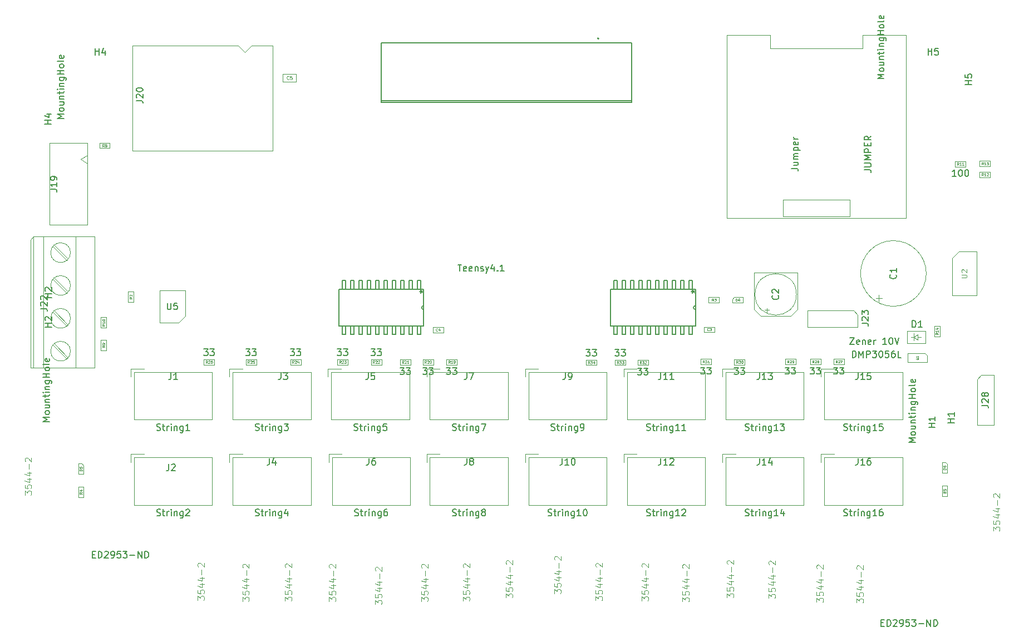
<source format=gbr>
G04 #@! TF.GenerationSoftware,KiCad,Pcbnew,(6.0.5)*
G04 #@! TF.CreationDate,2022-05-05T00:21:09-04:00*
G04 #@! TF.ProjectId,Teensy_16,5465656e-7379-45f3-9136-2e6b69636164,v1*
G04 #@! TF.SameCoordinates,Original*
G04 #@! TF.FileFunction,AssemblyDrawing,Top*
%FSLAX45Y45*%
G04 Gerber Fmt 4.5, Leading zero omitted, Abs format (unit mm)*
G04 Created by KiCad (PCBNEW (6.0.5)) date 2022-05-05 00:21:09*
%MOMM*%
%LPD*%
G01*
G04 APERTURE LIST*
%ADD10C,0.060000*%
%ADD11C,0.050000*%
%ADD12C,0.150000*%
%ADD13C,0.080000*%
%ADD14C,0.120000*%
%ADD15C,0.100000*%
%ADD16C,0.152400*%
%ADD17C,0.127000*%
%ADD18C,0.200000*%
G04 APERTURE END LIST*
D10*
X13282533Y-10609266D02*
X13280628Y-10611170D01*
X13274914Y-10613075D01*
X13271105Y-10613075D01*
X13265390Y-10611170D01*
X13261581Y-10607361D01*
X13259676Y-10603551D01*
X13257771Y-10595932D01*
X13257771Y-10590218D01*
X13259676Y-10582599D01*
X13261581Y-10578790D01*
X13265390Y-10574980D01*
X13271105Y-10573075D01*
X13274914Y-10573075D01*
X13280628Y-10574980D01*
X13282533Y-10576885D01*
X13316819Y-10586409D02*
X13316819Y-10613075D01*
X13307295Y-10571170D02*
X13297771Y-10599742D01*
X13322533Y-10599742D01*
D11*
X7003498Y-13107074D02*
X7003498Y-13045169D01*
X7041593Y-13078503D01*
X7041593Y-13064217D01*
X7046355Y-13054693D01*
X7051117Y-13049931D01*
X7060641Y-13045169D01*
X7084450Y-13045169D01*
X7093974Y-13049931D01*
X7098736Y-13054693D01*
X7103498Y-13064217D01*
X7103498Y-13092788D01*
X7098736Y-13102312D01*
X7093974Y-13107074D01*
X7003498Y-12954693D02*
X7003498Y-13002312D01*
X7051117Y-13007074D01*
X7046355Y-13002312D01*
X7041593Y-12992788D01*
X7041593Y-12968979D01*
X7046355Y-12959455D01*
X7051117Y-12954693D01*
X7060641Y-12949931D01*
X7084450Y-12949931D01*
X7093974Y-12954693D01*
X7098736Y-12959455D01*
X7103498Y-12968979D01*
X7103498Y-12992788D01*
X7098736Y-13002312D01*
X7093974Y-13007074D01*
X7036831Y-12864217D02*
X7103498Y-12864217D01*
X6998736Y-12888027D02*
X7070165Y-12911836D01*
X7070165Y-12849931D01*
X7036831Y-12768979D02*
X7103498Y-12768979D01*
X6998736Y-12792788D02*
X7070165Y-12816598D01*
X7070165Y-12754693D01*
X7065403Y-12716598D02*
X7065403Y-12640408D01*
X7013022Y-12597550D02*
X7008260Y-12592788D01*
X7003498Y-12583265D01*
X7003498Y-12559455D01*
X7008260Y-12549931D01*
X7013022Y-12545169D01*
X7022546Y-12540408D01*
X7032069Y-12540408D01*
X7046355Y-12545169D01*
X7103498Y-12602312D01*
X7103498Y-12540408D01*
D12*
X9010000Y-13420476D02*
X9024286Y-13425238D01*
X9048095Y-13425238D01*
X9057619Y-13420476D01*
X9062381Y-13415714D01*
X9067143Y-13406190D01*
X9067143Y-13396667D01*
X9062381Y-13387143D01*
X9057619Y-13382381D01*
X9048095Y-13377619D01*
X9029048Y-13372857D01*
X9019524Y-13368095D01*
X9014762Y-13363333D01*
X9010000Y-13353809D01*
X9010000Y-13344286D01*
X9014762Y-13334762D01*
X9019524Y-13330000D01*
X9029048Y-13325238D01*
X9052857Y-13325238D01*
X9067143Y-13330000D01*
X9095714Y-13358571D02*
X9133810Y-13358571D01*
X9110000Y-13325238D02*
X9110000Y-13410952D01*
X9114762Y-13420476D01*
X9124286Y-13425238D01*
X9133810Y-13425238D01*
X9167143Y-13425238D02*
X9167143Y-13358571D01*
X9167143Y-13377619D02*
X9171905Y-13368095D01*
X9176667Y-13363333D01*
X9186190Y-13358571D01*
X9195714Y-13358571D01*
X9229048Y-13425238D02*
X9229048Y-13358571D01*
X9229048Y-13325238D02*
X9224286Y-13330000D01*
X9229048Y-13334762D01*
X9233810Y-13330000D01*
X9229048Y-13325238D01*
X9229048Y-13334762D01*
X9276667Y-13358571D02*
X9276667Y-13425238D01*
X9276667Y-13368095D02*
X9281429Y-13363333D01*
X9290952Y-13358571D01*
X9305238Y-13358571D01*
X9314762Y-13363333D01*
X9319524Y-13372857D01*
X9319524Y-13425238D01*
X9410000Y-13358571D02*
X9410000Y-13439524D01*
X9405238Y-13449048D01*
X9400476Y-13453809D01*
X9390952Y-13458571D01*
X9376667Y-13458571D01*
X9367143Y-13453809D01*
X9410000Y-13420476D02*
X9400476Y-13425238D01*
X9381429Y-13425238D01*
X9371905Y-13420476D01*
X9367143Y-13415714D01*
X9362381Y-13406190D01*
X9362381Y-13377619D01*
X9367143Y-13368095D01*
X9371905Y-13363333D01*
X9381429Y-13358571D01*
X9400476Y-13358571D01*
X9410000Y-13363333D01*
X9452857Y-13334762D02*
X9457619Y-13330000D01*
X9467143Y-13325238D01*
X9490952Y-13325238D01*
X9500476Y-13330000D01*
X9505238Y-13334762D01*
X9510000Y-13344286D01*
X9510000Y-13353809D01*
X9505238Y-13368095D01*
X9448095Y-13425238D01*
X9510000Y-13425238D01*
X9192517Y-12639368D02*
X9192517Y-12710797D01*
X9187755Y-12725082D01*
X9178231Y-12734606D01*
X9163945Y-12739368D01*
X9154421Y-12739368D01*
X9235374Y-12648892D02*
X9240136Y-12644130D01*
X9249660Y-12639368D01*
X9273469Y-12639368D01*
X9282993Y-12644130D01*
X9287755Y-12648892D01*
X9292517Y-12658416D01*
X9292517Y-12667939D01*
X9287755Y-12682225D01*
X9230612Y-12739368D01*
X9292517Y-12739368D01*
X12010000Y-12120476D02*
X12024286Y-12125238D01*
X12048095Y-12125238D01*
X12057619Y-12120476D01*
X12062381Y-12115714D01*
X12067143Y-12106190D01*
X12067143Y-12096667D01*
X12062381Y-12087143D01*
X12057619Y-12082381D01*
X12048095Y-12077619D01*
X12029048Y-12072857D01*
X12019524Y-12068095D01*
X12014762Y-12063333D01*
X12010000Y-12053809D01*
X12010000Y-12044286D01*
X12014762Y-12034762D01*
X12019524Y-12030000D01*
X12029048Y-12025238D01*
X12052857Y-12025238D01*
X12067143Y-12030000D01*
X12095714Y-12058571D02*
X12133809Y-12058571D01*
X12110000Y-12025238D02*
X12110000Y-12110952D01*
X12114762Y-12120476D01*
X12124286Y-12125238D01*
X12133809Y-12125238D01*
X12167143Y-12125238D02*
X12167143Y-12058571D01*
X12167143Y-12077619D02*
X12171905Y-12068095D01*
X12176667Y-12063333D01*
X12186190Y-12058571D01*
X12195714Y-12058571D01*
X12229048Y-12125238D02*
X12229048Y-12058571D01*
X12229048Y-12025238D02*
X12224286Y-12030000D01*
X12229048Y-12034762D01*
X12233809Y-12030000D01*
X12229048Y-12025238D01*
X12229048Y-12034762D01*
X12276667Y-12058571D02*
X12276667Y-12125238D01*
X12276667Y-12068095D02*
X12281428Y-12063333D01*
X12290952Y-12058571D01*
X12305238Y-12058571D01*
X12314762Y-12063333D01*
X12319524Y-12072857D01*
X12319524Y-12125238D01*
X12410000Y-12058571D02*
X12410000Y-12139524D01*
X12405238Y-12149048D01*
X12400476Y-12153809D01*
X12390952Y-12158571D01*
X12376667Y-12158571D01*
X12367143Y-12153809D01*
X12410000Y-12120476D02*
X12400476Y-12125238D01*
X12381428Y-12125238D01*
X12371905Y-12120476D01*
X12367143Y-12115714D01*
X12362381Y-12106190D01*
X12362381Y-12077619D01*
X12367143Y-12068095D01*
X12371905Y-12063333D01*
X12381428Y-12058571D01*
X12400476Y-12058571D01*
X12410000Y-12063333D01*
X12505238Y-12025238D02*
X12457619Y-12025238D01*
X12452857Y-12072857D01*
X12457619Y-12068095D01*
X12467143Y-12063333D01*
X12490952Y-12063333D01*
X12500476Y-12068095D01*
X12505238Y-12072857D01*
X12510000Y-12082381D01*
X12510000Y-12106190D01*
X12505238Y-12115714D01*
X12500476Y-12120476D01*
X12490952Y-12125238D01*
X12467143Y-12125238D01*
X12457619Y-12120476D01*
X12452857Y-12115714D01*
X12226667Y-11250238D02*
X12226667Y-11321667D01*
X12221905Y-11335952D01*
X12212381Y-11345476D01*
X12198095Y-11350238D01*
X12188571Y-11350238D01*
X12321905Y-11250238D02*
X12274286Y-11250238D01*
X12269524Y-11297857D01*
X12274286Y-11293095D01*
X12283809Y-11288333D01*
X12307619Y-11288333D01*
X12317143Y-11293095D01*
X12321905Y-11297857D01*
X12326667Y-11307381D01*
X12326667Y-11331190D01*
X12321905Y-11340714D01*
X12317143Y-11345476D01*
X12307619Y-11350238D01*
X12283809Y-11350238D01*
X12274286Y-11345476D01*
X12269524Y-11340714D01*
X12021434Y-13420476D02*
X12035720Y-13425238D01*
X12059529Y-13425238D01*
X12069053Y-13420476D01*
X12073815Y-13415714D01*
X12078577Y-13406190D01*
X12078577Y-13396667D01*
X12073815Y-13387143D01*
X12069053Y-13382381D01*
X12059529Y-13377619D01*
X12040482Y-13372857D01*
X12030958Y-13368095D01*
X12026196Y-13363333D01*
X12021434Y-13353809D01*
X12021434Y-13344286D01*
X12026196Y-13334762D01*
X12030958Y-13330000D01*
X12040482Y-13325238D01*
X12064291Y-13325238D01*
X12078577Y-13330000D01*
X12107148Y-13358571D02*
X12145244Y-13358571D01*
X12121434Y-13325238D02*
X12121434Y-13410952D01*
X12126196Y-13420476D01*
X12135720Y-13425238D01*
X12145244Y-13425238D01*
X12178577Y-13425238D02*
X12178577Y-13358571D01*
X12178577Y-13377619D02*
X12183339Y-13368095D01*
X12188101Y-13363333D01*
X12197625Y-13358571D01*
X12207148Y-13358571D01*
X12240482Y-13425238D02*
X12240482Y-13358571D01*
X12240482Y-13325238D02*
X12235720Y-13330000D01*
X12240482Y-13334762D01*
X12245244Y-13330000D01*
X12240482Y-13325238D01*
X12240482Y-13334762D01*
X12288101Y-13358571D02*
X12288101Y-13425238D01*
X12288101Y-13368095D02*
X12292863Y-13363333D01*
X12302386Y-13358571D01*
X12316672Y-13358571D01*
X12326196Y-13363333D01*
X12330958Y-13372857D01*
X12330958Y-13425238D01*
X12421434Y-13358571D02*
X12421434Y-13439524D01*
X12416672Y-13449048D01*
X12411910Y-13453809D01*
X12402386Y-13458571D01*
X12388101Y-13458571D01*
X12378577Y-13453809D01*
X12421434Y-13420476D02*
X12411910Y-13425238D01*
X12392863Y-13425238D01*
X12383339Y-13420476D01*
X12378577Y-13415714D01*
X12373815Y-13406190D01*
X12373815Y-13377619D01*
X12378577Y-13368095D01*
X12383339Y-13363333D01*
X12392863Y-13358571D01*
X12411910Y-13358571D01*
X12421434Y-13363333D01*
X12511910Y-13325238D02*
X12492863Y-13325238D01*
X12483339Y-13330000D01*
X12478577Y-13334762D01*
X12469053Y-13349048D01*
X12464291Y-13368095D01*
X12464291Y-13406190D01*
X12469053Y-13415714D01*
X12473815Y-13420476D01*
X12483339Y-13425238D01*
X12502386Y-13425238D01*
X12511910Y-13420476D01*
X12516672Y-13415714D01*
X12521434Y-13406190D01*
X12521434Y-13382381D01*
X12516672Y-13372857D01*
X12511910Y-13368095D01*
X12502386Y-13363333D01*
X12483339Y-13363333D01*
X12473815Y-13368095D01*
X12469053Y-13372857D01*
X12464291Y-13382381D01*
X12238101Y-12550238D02*
X12238101Y-12621667D01*
X12233339Y-12635952D01*
X12223815Y-12645476D01*
X12209529Y-12650238D01*
X12200006Y-12650238D01*
X12328577Y-12550238D02*
X12309529Y-12550238D01*
X12300006Y-12555000D01*
X12295244Y-12559762D01*
X12285720Y-12574048D01*
X12280958Y-12593095D01*
X12280958Y-12631190D01*
X12285720Y-12640714D01*
X12290482Y-12645476D01*
X12300006Y-12650238D01*
X12319053Y-12650238D01*
X12328577Y-12645476D01*
X12333339Y-12640714D01*
X12338101Y-12631190D01*
X12338101Y-12607381D01*
X12333339Y-12597857D01*
X12328577Y-12593095D01*
X12319053Y-12588333D01*
X12300006Y-12588333D01*
X12290482Y-12593095D01*
X12285720Y-12597857D01*
X12280958Y-12607381D01*
X13510000Y-12120476D02*
X13524286Y-12125238D01*
X13548095Y-12125238D01*
X13557619Y-12120476D01*
X13562381Y-12115714D01*
X13567143Y-12106190D01*
X13567143Y-12096667D01*
X13562381Y-12087143D01*
X13557619Y-12082381D01*
X13548095Y-12077619D01*
X13529048Y-12072857D01*
X13519524Y-12068095D01*
X13514762Y-12063333D01*
X13510000Y-12053809D01*
X13510000Y-12044286D01*
X13514762Y-12034762D01*
X13519524Y-12030000D01*
X13529048Y-12025238D01*
X13552857Y-12025238D01*
X13567143Y-12030000D01*
X13595714Y-12058571D02*
X13633809Y-12058571D01*
X13610000Y-12025238D02*
X13610000Y-12110952D01*
X13614762Y-12120476D01*
X13624286Y-12125238D01*
X13633809Y-12125238D01*
X13667143Y-12125238D02*
X13667143Y-12058571D01*
X13667143Y-12077619D02*
X13671905Y-12068095D01*
X13676667Y-12063333D01*
X13686190Y-12058571D01*
X13695714Y-12058571D01*
X13729048Y-12125238D02*
X13729048Y-12058571D01*
X13729048Y-12025238D02*
X13724286Y-12030000D01*
X13729048Y-12034762D01*
X13733809Y-12030000D01*
X13729048Y-12025238D01*
X13729048Y-12034762D01*
X13776667Y-12058571D02*
X13776667Y-12125238D01*
X13776667Y-12068095D02*
X13781428Y-12063333D01*
X13790952Y-12058571D01*
X13805238Y-12058571D01*
X13814762Y-12063333D01*
X13819524Y-12072857D01*
X13819524Y-12125238D01*
X13910000Y-12058571D02*
X13910000Y-12139524D01*
X13905238Y-12149048D01*
X13900476Y-12153809D01*
X13890952Y-12158571D01*
X13876667Y-12158571D01*
X13867143Y-12153809D01*
X13910000Y-12120476D02*
X13900476Y-12125238D01*
X13881428Y-12125238D01*
X13871905Y-12120476D01*
X13867143Y-12115714D01*
X13862381Y-12106190D01*
X13862381Y-12077619D01*
X13867143Y-12068095D01*
X13871905Y-12063333D01*
X13881428Y-12058571D01*
X13900476Y-12058571D01*
X13910000Y-12063333D01*
X13948095Y-12025238D02*
X14014762Y-12025238D01*
X13971905Y-12125238D01*
X13726667Y-11250238D02*
X13726667Y-11321667D01*
X13721905Y-11335952D01*
X13712381Y-11345476D01*
X13698095Y-11350238D01*
X13688571Y-11350238D01*
X13764762Y-11250238D02*
X13831428Y-11250238D01*
X13788571Y-11350238D01*
X13510000Y-13420476D02*
X13524286Y-13425238D01*
X13548095Y-13425238D01*
X13557619Y-13420476D01*
X13562381Y-13415714D01*
X13567143Y-13406190D01*
X13567143Y-13396667D01*
X13562381Y-13387143D01*
X13557619Y-13382381D01*
X13548095Y-13377619D01*
X13529048Y-13372857D01*
X13519524Y-13368095D01*
X13514762Y-13363333D01*
X13510000Y-13353809D01*
X13510000Y-13344286D01*
X13514762Y-13334762D01*
X13519524Y-13330000D01*
X13529048Y-13325238D01*
X13552857Y-13325238D01*
X13567143Y-13330000D01*
X13595714Y-13358571D02*
X13633809Y-13358571D01*
X13610000Y-13325238D02*
X13610000Y-13410952D01*
X13614762Y-13420476D01*
X13624286Y-13425238D01*
X13633809Y-13425238D01*
X13667143Y-13425238D02*
X13667143Y-13358571D01*
X13667143Y-13377619D02*
X13671905Y-13368095D01*
X13676667Y-13363333D01*
X13686190Y-13358571D01*
X13695714Y-13358571D01*
X13729048Y-13425238D02*
X13729048Y-13358571D01*
X13729048Y-13325238D02*
X13724286Y-13330000D01*
X13729048Y-13334762D01*
X13733809Y-13330000D01*
X13729048Y-13325238D01*
X13729048Y-13334762D01*
X13776667Y-13358571D02*
X13776667Y-13425238D01*
X13776667Y-13368095D02*
X13781428Y-13363333D01*
X13790952Y-13358571D01*
X13805238Y-13358571D01*
X13814762Y-13363333D01*
X13819524Y-13372857D01*
X13819524Y-13425238D01*
X13910000Y-13358571D02*
X13910000Y-13439524D01*
X13905238Y-13449048D01*
X13900476Y-13453809D01*
X13890952Y-13458571D01*
X13876667Y-13458571D01*
X13867143Y-13453809D01*
X13910000Y-13420476D02*
X13900476Y-13425238D01*
X13881428Y-13425238D01*
X13871905Y-13420476D01*
X13867143Y-13415714D01*
X13862381Y-13406190D01*
X13862381Y-13377619D01*
X13867143Y-13368095D01*
X13871905Y-13363333D01*
X13881428Y-13358571D01*
X13900476Y-13358571D01*
X13910000Y-13363333D01*
X13971905Y-13368095D02*
X13962381Y-13363333D01*
X13957619Y-13358571D01*
X13952857Y-13349048D01*
X13952857Y-13344286D01*
X13957619Y-13334762D01*
X13962381Y-13330000D01*
X13971905Y-13325238D01*
X13990952Y-13325238D01*
X14000476Y-13330000D01*
X14005238Y-13334762D01*
X14010000Y-13344286D01*
X14010000Y-13349048D01*
X14005238Y-13358571D01*
X14000476Y-13363333D01*
X13990952Y-13368095D01*
X13971905Y-13368095D01*
X13962381Y-13372857D01*
X13957619Y-13377619D01*
X13952857Y-13387143D01*
X13952857Y-13406190D01*
X13957619Y-13415714D01*
X13962381Y-13420476D01*
X13971905Y-13425238D01*
X13990952Y-13425238D01*
X14000476Y-13420476D01*
X14005238Y-13415714D01*
X14010000Y-13406190D01*
X14010000Y-13387143D01*
X14005238Y-13377619D01*
X14000476Y-13372857D01*
X13990952Y-13368095D01*
X13726667Y-12550238D02*
X13726667Y-12621667D01*
X13721905Y-12635952D01*
X13712381Y-12645476D01*
X13698095Y-12650238D01*
X13688571Y-12650238D01*
X13788571Y-12593095D02*
X13779048Y-12588333D01*
X13774286Y-12583571D01*
X13769524Y-12574048D01*
X13769524Y-12569286D01*
X13774286Y-12559762D01*
X13779048Y-12555000D01*
X13788571Y-12550238D01*
X13807619Y-12550238D01*
X13817143Y-12555000D01*
X13821905Y-12559762D01*
X13826667Y-12569286D01*
X13826667Y-12574048D01*
X13821905Y-12583571D01*
X13817143Y-12588333D01*
X13807619Y-12593095D01*
X13788571Y-12593095D01*
X13779048Y-12597857D01*
X13774286Y-12602619D01*
X13769524Y-12612143D01*
X13769524Y-12631190D01*
X13774286Y-12640714D01*
X13779048Y-12645476D01*
X13788571Y-12650238D01*
X13807619Y-12650238D01*
X13817143Y-12645476D01*
X13821905Y-12640714D01*
X13826667Y-12631190D01*
X13826667Y-12612143D01*
X13821905Y-12602619D01*
X13817143Y-12597857D01*
X13807619Y-12593095D01*
X15010000Y-12120476D02*
X15024286Y-12125238D01*
X15048095Y-12125238D01*
X15057619Y-12120476D01*
X15062381Y-12115714D01*
X15067143Y-12106190D01*
X15067143Y-12096667D01*
X15062381Y-12087143D01*
X15057619Y-12082381D01*
X15048095Y-12077619D01*
X15029048Y-12072857D01*
X15019524Y-12068095D01*
X15014762Y-12063333D01*
X15010000Y-12053809D01*
X15010000Y-12044286D01*
X15014762Y-12034762D01*
X15019524Y-12030000D01*
X15029048Y-12025238D01*
X15052857Y-12025238D01*
X15067143Y-12030000D01*
X15095714Y-12058571D02*
X15133809Y-12058571D01*
X15110000Y-12025238D02*
X15110000Y-12110952D01*
X15114762Y-12120476D01*
X15124286Y-12125238D01*
X15133809Y-12125238D01*
X15167143Y-12125238D02*
X15167143Y-12058571D01*
X15167143Y-12077619D02*
X15171905Y-12068095D01*
X15176667Y-12063333D01*
X15186190Y-12058571D01*
X15195714Y-12058571D01*
X15229048Y-12125238D02*
X15229048Y-12058571D01*
X15229048Y-12025238D02*
X15224286Y-12030000D01*
X15229048Y-12034762D01*
X15233809Y-12030000D01*
X15229048Y-12025238D01*
X15229048Y-12034762D01*
X15276667Y-12058571D02*
X15276667Y-12125238D01*
X15276667Y-12068095D02*
X15281428Y-12063333D01*
X15290952Y-12058571D01*
X15305238Y-12058571D01*
X15314762Y-12063333D01*
X15319524Y-12072857D01*
X15319524Y-12125238D01*
X15410000Y-12058571D02*
X15410000Y-12139524D01*
X15405238Y-12149048D01*
X15400476Y-12153809D01*
X15390952Y-12158571D01*
X15376667Y-12158571D01*
X15367143Y-12153809D01*
X15410000Y-12120476D02*
X15400476Y-12125238D01*
X15381428Y-12125238D01*
X15371905Y-12120476D01*
X15367143Y-12115714D01*
X15362381Y-12106190D01*
X15362381Y-12077619D01*
X15367143Y-12068095D01*
X15371905Y-12063333D01*
X15381428Y-12058571D01*
X15400476Y-12058571D01*
X15410000Y-12063333D01*
X15462381Y-12125238D02*
X15481428Y-12125238D01*
X15490952Y-12120476D01*
X15495714Y-12115714D01*
X15505238Y-12101428D01*
X15510000Y-12082381D01*
X15510000Y-12044286D01*
X15505238Y-12034762D01*
X15500476Y-12030000D01*
X15490952Y-12025238D01*
X15471905Y-12025238D01*
X15462381Y-12030000D01*
X15457619Y-12034762D01*
X15452857Y-12044286D01*
X15452857Y-12068095D01*
X15457619Y-12077619D01*
X15462381Y-12082381D01*
X15471905Y-12087143D01*
X15490952Y-12087143D01*
X15500476Y-12082381D01*
X15505238Y-12077619D01*
X15510000Y-12068095D01*
X15226667Y-11250238D02*
X15226667Y-11321667D01*
X15221905Y-11335952D01*
X15212381Y-11345476D01*
X15198095Y-11350238D01*
X15188571Y-11350238D01*
X15279048Y-11350238D02*
X15298095Y-11350238D01*
X15307619Y-11345476D01*
X15312381Y-11340714D01*
X15321905Y-11326428D01*
X15326667Y-11307381D01*
X15326667Y-11269286D01*
X15321905Y-11259762D01*
X15317143Y-11255000D01*
X15307619Y-11250238D01*
X15288571Y-11250238D01*
X15279048Y-11255000D01*
X15274286Y-11259762D01*
X15269524Y-11269286D01*
X15269524Y-11293095D01*
X15274286Y-11302619D01*
X15279048Y-11307381D01*
X15288571Y-11312143D01*
X15307619Y-11312143D01*
X15317143Y-11307381D01*
X15321905Y-11302619D01*
X15326667Y-11293095D01*
X14962381Y-13420476D02*
X14976667Y-13425238D01*
X15000476Y-13425238D01*
X15010000Y-13420476D01*
X15014762Y-13415714D01*
X15019524Y-13406190D01*
X15019524Y-13396667D01*
X15014762Y-13387143D01*
X15010000Y-13382381D01*
X15000476Y-13377619D01*
X14981428Y-13372857D01*
X14971905Y-13368095D01*
X14967143Y-13363333D01*
X14962381Y-13353809D01*
X14962381Y-13344286D01*
X14967143Y-13334762D01*
X14971905Y-13330000D01*
X14981428Y-13325238D01*
X15005238Y-13325238D01*
X15019524Y-13330000D01*
X15048095Y-13358571D02*
X15086190Y-13358571D01*
X15062381Y-13325238D02*
X15062381Y-13410952D01*
X15067143Y-13420476D01*
X15076667Y-13425238D01*
X15086190Y-13425238D01*
X15119524Y-13425238D02*
X15119524Y-13358571D01*
X15119524Y-13377619D02*
X15124286Y-13368095D01*
X15129048Y-13363333D01*
X15138571Y-13358571D01*
X15148095Y-13358571D01*
X15181428Y-13425238D02*
X15181428Y-13358571D01*
X15181428Y-13325238D02*
X15176667Y-13330000D01*
X15181428Y-13334762D01*
X15186190Y-13330000D01*
X15181428Y-13325238D01*
X15181428Y-13334762D01*
X15229048Y-13358571D02*
X15229048Y-13425238D01*
X15229048Y-13368095D02*
X15233809Y-13363333D01*
X15243333Y-13358571D01*
X15257619Y-13358571D01*
X15267143Y-13363333D01*
X15271905Y-13372857D01*
X15271905Y-13425238D01*
X15362381Y-13358571D02*
X15362381Y-13439524D01*
X15357619Y-13449048D01*
X15352857Y-13453809D01*
X15343333Y-13458571D01*
X15329048Y-13458571D01*
X15319524Y-13453809D01*
X15362381Y-13420476D02*
X15352857Y-13425238D01*
X15333809Y-13425238D01*
X15324286Y-13420476D01*
X15319524Y-13415714D01*
X15314762Y-13406190D01*
X15314762Y-13377619D01*
X15319524Y-13368095D01*
X15324286Y-13363333D01*
X15333809Y-13358571D01*
X15352857Y-13358571D01*
X15362381Y-13363333D01*
X15462381Y-13425238D02*
X15405238Y-13425238D01*
X15433809Y-13425238D02*
X15433809Y-13325238D01*
X15424286Y-13339524D01*
X15414762Y-13349048D01*
X15405238Y-13353809D01*
X15524286Y-13325238D02*
X15533809Y-13325238D01*
X15543333Y-13330000D01*
X15548095Y-13334762D01*
X15552857Y-13344286D01*
X15557619Y-13363333D01*
X15557619Y-13387143D01*
X15552857Y-13406190D01*
X15548095Y-13415714D01*
X15543333Y-13420476D01*
X15533809Y-13425238D01*
X15524286Y-13425238D01*
X15514762Y-13420476D01*
X15510000Y-13415714D01*
X15505238Y-13406190D01*
X15500476Y-13387143D01*
X15500476Y-13363333D01*
X15505238Y-13344286D01*
X15510000Y-13334762D01*
X15514762Y-13330000D01*
X15524286Y-13325238D01*
X15179048Y-12550238D02*
X15179048Y-12621667D01*
X15174286Y-12635952D01*
X15164762Y-12645476D01*
X15150476Y-12650238D01*
X15140952Y-12650238D01*
X15279048Y-12650238D02*
X15221905Y-12650238D01*
X15250476Y-12650238D02*
X15250476Y-12550238D01*
X15240952Y-12564524D01*
X15231428Y-12574048D01*
X15221905Y-12578809D01*
X15340952Y-12550238D02*
X15350476Y-12550238D01*
X15360000Y-12555000D01*
X15364762Y-12559762D01*
X15369524Y-12569286D01*
X15374286Y-12588333D01*
X15374286Y-12612143D01*
X15369524Y-12631190D01*
X15364762Y-12640714D01*
X15360000Y-12645476D01*
X15350476Y-12650238D01*
X15340952Y-12650238D01*
X15331428Y-12645476D01*
X15326667Y-12640714D01*
X15321905Y-12631190D01*
X15317143Y-12612143D01*
X15317143Y-12588333D01*
X15321905Y-12569286D01*
X15326667Y-12559762D01*
X15331428Y-12555000D01*
X15340952Y-12550238D01*
X16462381Y-12120476D02*
X16476667Y-12125238D01*
X16500476Y-12125238D01*
X16510000Y-12120476D01*
X16514762Y-12115714D01*
X16519524Y-12106190D01*
X16519524Y-12096667D01*
X16514762Y-12087143D01*
X16510000Y-12082381D01*
X16500476Y-12077619D01*
X16481428Y-12072857D01*
X16471905Y-12068095D01*
X16467143Y-12063333D01*
X16462381Y-12053809D01*
X16462381Y-12044286D01*
X16467143Y-12034762D01*
X16471905Y-12030000D01*
X16481428Y-12025238D01*
X16505238Y-12025238D01*
X16519524Y-12030000D01*
X16548095Y-12058571D02*
X16586190Y-12058571D01*
X16562381Y-12025238D02*
X16562381Y-12110952D01*
X16567143Y-12120476D01*
X16576667Y-12125238D01*
X16586190Y-12125238D01*
X16619524Y-12125238D02*
X16619524Y-12058571D01*
X16619524Y-12077619D02*
X16624286Y-12068095D01*
X16629048Y-12063333D01*
X16638571Y-12058571D01*
X16648095Y-12058571D01*
X16681428Y-12125238D02*
X16681428Y-12058571D01*
X16681428Y-12025238D02*
X16676667Y-12030000D01*
X16681428Y-12034762D01*
X16686190Y-12030000D01*
X16681428Y-12025238D01*
X16681428Y-12034762D01*
X16729048Y-12058571D02*
X16729048Y-12125238D01*
X16729048Y-12068095D02*
X16733809Y-12063333D01*
X16743333Y-12058571D01*
X16757619Y-12058571D01*
X16767143Y-12063333D01*
X16771905Y-12072857D01*
X16771905Y-12125238D01*
X16862381Y-12058571D02*
X16862381Y-12139524D01*
X16857619Y-12149048D01*
X16852857Y-12153809D01*
X16843333Y-12158571D01*
X16829048Y-12158571D01*
X16819524Y-12153809D01*
X16862381Y-12120476D02*
X16852857Y-12125238D01*
X16833810Y-12125238D01*
X16824286Y-12120476D01*
X16819524Y-12115714D01*
X16814762Y-12106190D01*
X16814762Y-12077619D01*
X16819524Y-12068095D01*
X16824286Y-12063333D01*
X16833810Y-12058571D01*
X16852857Y-12058571D01*
X16862381Y-12063333D01*
X16962381Y-12125238D02*
X16905238Y-12125238D01*
X16933810Y-12125238D02*
X16933810Y-12025238D01*
X16924286Y-12039524D01*
X16914762Y-12049048D01*
X16905238Y-12053809D01*
X17057619Y-12125238D02*
X17000476Y-12125238D01*
X17029048Y-12125238D02*
X17029048Y-12025238D01*
X17019524Y-12039524D01*
X17010000Y-12049048D01*
X17000476Y-12053809D01*
X16679048Y-11250238D02*
X16679048Y-11321667D01*
X16674286Y-11335952D01*
X16664762Y-11345476D01*
X16650476Y-11350238D01*
X16640952Y-11350238D01*
X16779048Y-11350238D02*
X16721905Y-11350238D01*
X16750476Y-11350238D02*
X16750476Y-11250238D01*
X16740952Y-11264524D01*
X16731428Y-11274048D01*
X16721905Y-11278809D01*
X16874286Y-11350238D02*
X16817143Y-11350238D01*
X16845714Y-11350238D02*
X16845714Y-11250238D01*
X16836190Y-11264524D01*
X16826667Y-11274048D01*
X16817143Y-11278809D01*
X16462381Y-13420476D02*
X16476667Y-13425238D01*
X16500476Y-13425238D01*
X16510000Y-13420476D01*
X16514762Y-13415714D01*
X16519524Y-13406190D01*
X16519524Y-13396667D01*
X16514762Y-13387143D01*
X16510000Y-13382381D01*
X16500476Y-13377619D01*
X16481428Y-13372857D01*
X16471905Y-13368095D01*
X16467143Y-13363333D01*
X16462381Y-13353809D01*
X16462381Y-13344286D01*
X16467143Y-13334762D01*
X16471905Y-13330000D01*
X16481428Y-13325238D01*
X16505238Y-13325238D01*
X16519524Y-13330000D01*
X16548095Y-13358571D02*
X16586190Y-13358571D01*
X16562381Y-13325238D02*
X16562381Y-13410952D01*
X16567143Y-13420476D01*
X16576667Y-13425238D01*
X16586190Y-13425238D01*
X16619524Y-13425238D02*
X16619524Y-13358571D01*
X16619524Y-13377619D02*
X16624286Y-13368095D01*
X16629048Y-13363333D01*
X16638571Y-13358571D01*
X16648095Y-13358571D01*
X16681428Y-13425238D02*
X16681428Y-13358571D01*
X16681428Y-13325238D02*
X16676667Y-13330000D01*
X16681428Y-13334762D01*
X16686190Y-13330000D01*
X16681428Y-13325238D01*
X16681428Y-13334762D01*
X16729048Y-13358571D02*
X16729048Y-13425238D01*
X16729048Y-13368095D02*
X16733809Y-13363333D01*
X16743333Y-13358571D01*
X16757619Y-13358571D01*
X16767143Y-13363333D01*
X16771905Y-13372857D01*
X16771905Y-13425238D01*
X16862381Y-13358571D02*
X16862381Y-13439524D01*
X16857619Y-13449048D01*
X16852857Y-13453809D01*
X16843333Y-13458571D01*
X16829048Y-13458571D01*
X16819524Y-13453809D01*
X16862381Y-13420476D02*
X16852857Y-13425238D01*
X16833810Y-13425238D01*
X16824286Y-13420476D01*
X16819524Y-13415714D01*
X16814762Y-13406190D01*
X16814762Y-13377619D01*
X16819524Y-13368095D01*
X16824286Y-13363333D01*
X16833810Y-13358571D01*
X16852857Y-13358571D01*
X16862381Y-13363333D01*
X16962381Y-13425238D02*
X16905238Y-13425238D01*
X16933810Y-13425238D02*
X16933810Y-13325238D01*
X16924286Y-13339524D01*
X16914762Y-13349048D01*
X16905238Y-13353809D01*
X17000476Y-13334762D02*
X17005238Y-13330000D01*
X17014762Y-13325238D01*
X17038571Y-13325238D01*
X17048095Y-13330000D01*
X17052857Y-13334762D01*
X17057619Y-13344286D01*
X17057619Y-13353809D01*
X17052857Y-13368095D01*
X16995714Y-13425238D01*
X17057619Y-13425238D01*
X16679048Y-12550238D02*
X16679048Y-12621667D01*
X16674286Y-12635952D01*
X16664762Y-12645476D01*
X16650476Y-12650238D01*
X16640952Y-12650238D01*
X16779048Y-12650238D02*
X16721905Y-12650238D01*
X16750476Y-12650238D02*
X16750476Y-12550238D01*
X16740952Y-12564524D01*
X16731428Y-12574048D01*
X16721905Y-12578809D01*
X16817143Y-12559762D02*
X16821905Y-12555000D01*
X16831429Y-12550238D01*
X16855238Y-12550238D01*
X16864762Y-12555000D01*
X16869524Y-12559762D01*
X16874286Y-12569286D01*
X16874286Y-12578809D01*
X16869524Y-12593095D01*
X16812381Y-12650238D01*
X16874286Y-12650238D01*
X17962381Y-12120476D02*
X17976667Y-12125238D01*
X18000476Y-12125238D01*
X18010000Y-12120476D01*
X18014762Y-12115714D01*
X18019524Y-12106190D01*
X18019524Y-12096667D01*
X18014762Y-12087143D01*
X18010000Y-12082381D01*
X18000476Y-12077619D01*
X17981429Y-12072857D01*
X17971905Y-12068095D01*
X17967143Y-12063333D01*
X17962381Y-12053809D01*
X17962381Y-12044286D01*
X17967143Y-12034762D01*
X17971905Y-12030000D01*
X17981429Y-12025238D01*
X18005238Y-12025238D01*
X18019524Y-12030000D01*
X18048095Y-12058571D02*
X18086190Y-12058571D01*
X18062381Y-12025238D02*
X18062381Y-12110952D01*
X18067143Y-12120476D01*
X18076667Y-12125238D01*
X18086190Y-12125238D01*
X18119524Y-12125238D02*
X18119524Y-12058571D01*
X18119524Y-12077619D02*
X18124286Y-12068095D01*
X18129048Y-12063333D01*
X18138571Y-12058571D01*
X18148095Y-12058571D01*
X18181429Y-12125238D02*
X18181429Y-12058571D01*
X18181429Y-12025238D02*
X18176667Y-12030000D01*
X18181429Y-12034762D01*
X18186190Y-12030000D01*
X18181429Y-12025238D01*
X18181429Y-12034762D01*
X18229048Y-12058571D02*
X18229048Y-12125238D01*
X18229048Y-12068095D02*
X18233810Y-12063333D01*
X18243333Y-12058571D01*
X18257619Y-12058571D01*
X18267143Y-12063333D01*
X18271905Y-12072857D01*
X18271905Y-12125238D01*
X18362381Y-12058571D02*
X18362381Y-12139524D01*
X18357619Y-12149048D01*
X18352857Y-12153809D01*
X18343333Y-12158571D01*
X18329048Y-12158571D01*
X18319524Y-12153809D01*
X18362381Y-12120476D02*
X18352857Y-12125238D01*
X18333810Y-12125238D01*
X18324286Y-12120476D01*
X18319524Y-12115714D01*
X18314762Y-12106190D01*
X18314762Y-12077619D01*
X18319524Y-12068095D01*
X18324286Y-12063333D01*
X18333810Y-12058571D01*
X18352857Y-12058571D01*
X18362381Y-12063333D01*
X18462381Y-12125238D02*
X18405238Y-12125238D01*
X18433810Y-12125238D02*
X18433810Y-12025238D01*
X18424286Y-12039524D01*
X18414762Y-12049048D01*
X18405238Y-12053809D01*
X18495714Y-12025238D02*
X18557619Y-12025238D01*
X18524286Y-12063333D01*
X18538571Y-12063333D01*
X18548095Y-12068095D01*
X18552857Y-12072857D01*
X18557619Y-12082381D01*
X18557619Y-12106190D01*
X18552857Y-12115714D01*
X18548095Y-12120476D01*
X18538571Y-12125238D01*
X18510000Y-12125238D01*
X18500476Y-12120476D01*
X18495714Y-12115714D01*
X18179048Y-11250238D02*
X18179048Y-11321667D01*
X18174286Y-11335952D01*
X18164762Y-11345476D01*
X18150476Y-11350238D01*
X18140952Y-11350238D01*
X18279048Y-11350238D02*
X18221905Y-11350238D01*
X18250476Y-11350238D02*
X18250476Y-11250238D01*
X18240952Y-11264524D01*
X18231429Y-11274048D01*
X18221905Y-11278809D01*
X18312381Y-11250238D02*
X18374286Y-11250238D01*
X18340952Y-11288333D01*
X18355238Y-11288333D01*
X18364762Y-11293095D01*
X18369524Y-11297857D01*
X18374286Y-11307381D01*
X18374286Y-11331190D01*
X18369524Y-11340714D01*
X18364762Y-11345476D01*
X18355238Y-11350238D01*
X18326667Y-11350238D01*
X18317143Y-11345476D01*
X18312381Y-11340714D01*
X17962381Y-13420476D02*
X17976667Y-13425238D01*
X18000476Y-13425238D01*
X18010000Y-13420476D01*
X18014762Y-13415714D01*
X18019524Y-13406190D01*
X18019524Y-13396667D01*
X18014762Y-13387143D01*
X18010000Y-13382381D01*
X18000476Y-13377619D01*
X17981429Y-13372857D01*
X17971905Y-13368095D01*
X17967143Y-13363333D01*
X17962381Y-13353809D01*
X17962381Y-13344286D01*
X17967143Y-13334762D01*
X17971905Y-13330000D01*
X17981429Y-13325238D01*
X18005238Y-13325238D01*
X18019524Y-13330000D01*
X18048095Y-13358571D02*
X18086190Y-13358571D01*
X18062381Y-13325238D02*
X18062381Y-13410952D01*
X18067143Y-13420476D01*
X18076667Y-13425238D01*
X18086190Y-13425238D01*
X18119524Y-13425238D02*
X18119524Y-13358571D01*
X18119524Y-13377619D02*
X18124286Y-13368095D01*
X18129048Y-13363333D01*
X18138571Y-13358571D01*
X18148095Y-13358571D01*
X18181429Y-13425238D02*
X18181429Y-13358571D01*
X18181429Y-13325238D02*
X18176667Y-13330000D01*
X18181429Y-13334762D01*
X18186190Y-13330000D01*
X18181429Y-13325238D01*
X18181429Y-13334762D01*
X18229048Y-13358571D02*
X18229048Y-13425238D01*
X18229048Y-13368095D02*
X18233810Y-13363333D01*
X18243333Y-13358571D01*
X18257619Y-13358571D01*
X18267143Y-13363333D01*
X18271905Y-13372857D01*
X18271905Y-13425238D01*
X18362381Y-13358571D02*
X18362381Y-13439524D01*
X18357619Y-13449048D01*
X18352857Y-13453809D01*
X18343333Y-13458571D01*
X18329048Y-13458571D01*
X18319524Y-13453809D01*
X18362381Y-13420476D02*
X18352857Y-13425238D01*
X18333810Y-13425238D01*
X18324286Y-13420476D01*
X18319524Y-13415714D01*
X18314762Y-13406190D01*
X18314762Y-13377619D01*
X18319524Y-13368095D01*
X18324286Y-13363333D01*
X18333810Y-13358571D01*
X18352857Y-13358571D01*
X18362381Y-13363333D01*
X18462381Y-13425238D02*
X18405238Y-13425238D01*
X18433810Y-13425238D02*
X18433810Y-13325238D01*
X18424286Y-13339524D01*
X18414762Y-13349048D01*
X18405238Y-13353809D01*
X18548095Y-13358571D02*
X18548095Y-13425238D01*
X18524286Y-13320476D02*
X18500476Y-13391905D01*
X18562381Y-13391905D01*
X18179048Y-12550238D02*
X18179048Y-12621667D01*
X18174286Y-12635952D01*
X18164762Y-12645476D01*
X18150476Y-12650238D01*
X18140952Y-12650238D01*
X18279048Y-12650238D02*
X18221905Y-12650238D01*
X18250476Y-12650238D02*
X18250476Y-12550238D01*
X18240952Y-12564524D01*
X18231429Y-12574048D01*
X18221905Y-12578809D01*
X18364762Y-12583571D02*
X18364762Y-12650238D01*
X18340952Y-12545476D02*
X18317143Y-12616905D01*
X18379048Y-12616905D01*
X19462381Y-12120476D02*
X19476667Y-12125238D01*
X19500476Y-12125238D01*
X19510000Y-12120476D01*
X19514762Y-12115714D01*
X19519524Y-12106190D01*
X19519524Y-12096667D01*
X19514762Y-12087143D01*
X19510000Y-12082381D01*
X19500476Y-12077619D01*
X19481429Y-12072857D01*
X19471905Y-12068095D01*
X19467143Y-12063333D01*
X19462381Y-12053809D01*
X19462381Y-12044286D01*
X19467143Y-12034762D01*
X19471905Y-12030000D01*
X19481429Y-12025238D01*
X19505238Y-12025238D01*
X19519524Y-12030000D01*
X19548095Y-12058571D02*
X19586190Y-12058571D01*
X19562381Y-12025238D02*
X19562381Y-12110952D01*
X19567143Y-12120476D01*
X19576667Y-12125238D01*
X19586190Y-12125238D01*
X19619524Y-12125238D02*
X19619524Y-12058571D01*
X19619524Y-12077619D02*
X19624286Y-12068095D01*
X19629048Y-12063333D01*
X19638571Y-12058571D01*
X19648095Y-12058571D01*
X19681429Y-12125238D02*
X19681429Y-12058571D01*
X19681429Y-12025238D02*
X19676667Y-12030000D01*
X19681429Y-12034762D01*
X19686190Y-12030000D01*
X19681429Y-12025238D01*
X19681429Y-12034762D01*
X19729048Y-12058571D02*
X19729048Y-12125238D01*
X19729048Y-12068095D02*
X19733810Y-12063333D01*
X19743333Y-12058571D01*
X19757619Y-12058571D01*
X19767143Y-12063333D01*
X19771905Y-12072857D01*
X19771905Y-12125238D01*
X19862381Y-12058571D02*
X19862381Y-12139524D01*
X19857619Y-12149048D01*
X19852857Y-12153809D01*
X19843333Y-12158571D01*
X19829048Y-12158571D01*
X19819524Y-12153809D01*
X19862381Y-12120476D02*
X19852857Y-12125238D01*
X19833810Y-12125238D01*
X19824286Y-12120476D01*
X19819524Y-12115714D01*
X19814762Y-12106190D01*
X19814762Y-12077619D01*
X19819524Y-12068095D01*
X19824286Y-12063333D01*
X19833810Y-12058571D01*
X19852857Y-12058571D01*
X19862381Y-12063333D01*
X19962381Y-12125238D02*
X19905238Y-12125238D01*
X19933810Y-12125238D02*
X19933810Y-12025238D01*
X19924286Y-12039524D01*
X19914762Y-12049048D01*
X19905238Y-12053809D01*
X20052857Y-12025238D02*
X20005238Y-12025238D01*
X20000476Y-12072857D01*
X20005238Y-12068095D01*
X20014762Y-12063333D01*
X20038571Y-12063333D01*
X20048095Y-12068095D01*
X20052857Y-12072857D01*
X20057619Y-12082381D01*
X20057619Y-12106190D01*
X20052857Y-12115714D01*
X20048095Y-12120476D01*
X20038571Y-12125238D01*
X20014762Y-12125238D01*
X20005238Y-12120476D01*
X20000476Y-12115714D01*
X19679048Y-11250238D02*
X19679048Y-11321667D01*
X19674286Y-11335952D01*
X19664762Y-11345476D01*
X19650476Y-11350238D01*
X19640952Y-11350238D01*
X19779048Y-11350238D02*
X19721905Y-11350238D01*
X19750476Y-11350238D02*
X19750476Y-11250238D01*
X19740952Y-11264524D01*
X19731429Y-11274048D01*
X19721905Y-11278809D01*
X19869524Y-11250238D02*
X19821905Y-11250238D01*
X19817143Y-11297857D01*
X19821905Y-11293095D01*
X19831429Y-11288333D01*
X19855238Y-11288333D01*
X19864762Y-11293095D01*
X19869524Y-11297857D01*
X19874286Y-11307381D01*
X19874286Y-11331190D01*
X19869524Y-11340714D01*
X19864762Y-11345476D01*
X19855238Y-11350238D01*
X19831429Y-11350238D01*
X19821905Y-11345476D01*
X19817143Y-11340714D01*
X19462381Y-13420476D02*
X19476667Y-13425238D01*
X19500476Y-13425238D01*
X19510000Y-13420476D01*
X19514762Y-13415714D01*
X19519524Y-13406190D01*
X19519524Y-13396667D01*
X19514762Y-13387143D01*
X19510000Y-13382381D01*
X19500476Y-13377619D01*
X19481429Y-13372857D01*
X19471905Y-13368095D01*
X19467143Y-13363333D01*
X19462381Y-13353809D01*
X19462381Y-13344286D01*
X19467143Y-13334762D01*
X19471905Y-13330000D01*
X19481429Y-13325238D01*
X19505238Y-13325238D01*
X19519524Y-13330000D01*
X19548095Y-13358571D02*
X19586190Y-13358571D01*
X19562381Y-13325238D02*
X19562381Y-13410952D01*
X19567143Y-13420476D01*
X19576667Y-13425238D01*
X19586190Y-13425238D01*
X19619524Y-13425238D02*
X19619524Y-13358571D01*
X19619524Y-13377619D02*
X19624286Y-13368095D01*
X19629048Y-13363333D01*
X19638571Y-13358571D01*
X19648095Y-13358571D01*
X19681429Y-13425238D02*
X19681429Y-13358571D01*
X19681429Y-13325238D02*
X19676667Y-13330000D01*
X19681429Y-13334762D01*
X19686190Y-13330000D01*
X19681429Y-13325238D01*
X19681429Y-13334762D01*
X19729048Y-13358571D02*
X19729048Y-13425238D01*
X19729048Y-13368095D02*
X19733810Y-13363333D01*
X19743333Y-13358571D01*
X19757619Y-13358571D01*
X19767143Y-13363333D01*
X19771905Y-13372857D01*
X19771905Y-13425238D01*
X19862381Y-13358571D02*
X19862381Y-13439524D01*
X19857619Y-13449048D01*
X19852857Y-13453809D01*
X19843333Y-13458571D01*
X19829048Y-13458571D01*
X19819524Y-13453809D01*
X19862381Y-13420476D02*
X19852857Y-13425238D01*
X19833810Y-13425238D01*
X19824286Y-13420476D01*
X19819524Y-13415714D01*
X19814762Y-13406190D01*
X19814762Y-13377619D01*
X19819524Y-13368095D01*
X19824286Y-13363333D01*
X19833810Y-13358571D01*
X19852857Y-13358571D01*
X19862381Y-13363333D01*
X19962381Y-13425238D02*
X19905238Y-13425238D01*
X19933810Y-13425238D02*
X19933810Y-13325238D01*
X19924286Y-13339524D01*
X19914762Y-13349048D01*
X19905238Y-13353809D01*
X20048095Y-13325238D02*
X20029048Y-13325238D01*
X20019524Y-13330000D01*
X20014762Y-13334762D01*
X20005238Y-13349048D01*
X20000476Y-13368095D01*
X20000476Y-13406190D01*
X20005238Y-13415714D01*
X20010000Y-13420476D01*
X20019524Y-13425238D01*
X20038571Y-13425238D01*
X20048095Y-13420476D01*
X20052857Y-13415714D01*
X20057619Y-13406190D01*
X20057619Y-13382381D01*
X20052857Y-13372857D01*
X20048095Y-13368095D01*
X20038571Y-13363333D01*
X20019524Y-13363333D01*
X20010000Y-13368095D01*
X20005238Y-13372857D01*
X20000476Y-13382381D01*
X19679048Y-12550238D02*
X19679048Y-12621667D01*
X19674286Y-12635952D01*
X19664762Y-12645476D01*
X19650476Y-12650238D01*
X19640952Y-12650238D01*
X19779048Y-12650238D02*
X19721905Y-12650238D01*
X19750476Y-12650238D02*
X19750476Y-12550238D01*
X19740952Y-12564524D01*
X19731429Y-12574048D01*
X19721905Y-12578809D01*
X19864762Y-12550238D02*
X19845714Y-12550238D01*
X19836190Y-12555000D01*
X19831429Y-12559762D01*
X19821905Y-12574048D01*
X19817143Y-12593095D01*
X19817143Y-12631190D01*
X19821905Y-12640714D01*
X19826667Y-12645476D01*
X19836190Y-12650238D01*
X19855238Y-12650238D01*
X19864762Y-12645476D01*
X19869524Y-12640714D01*
X19874286Y-12631190D01*
X19874286Y-12607381D01*
X19869524Y-12597857D01*
X19864762Y-12593095D01*
X19855238Y-12588333D01*
X19836190Y-12588333D01*
X19826667Y-12593095D01*
X19821905Y-12597857D01*
X19817143Y-12607381D01*
D11*
X9631488Y-14708884D02*
X9631488Y-14646979D01*
X9669583Y-14680313D01*
X9669583Y-14666027D01*
X9674345Y-14656503D01*
X9679107Y-14651741D01*
X9688631Y-14646979D01*
X9712440Y-14646979D01*
X9721964Y-14651741D01*
X9726726Y-14656503D01*
X9731488Y-14666027D01*
X9731488Y-14694598D01*
X9726726Y-14704122D01*
X9721964Y-14708884D01*
X9631488Y-14556503D02*
X9631488Y-14604122D01*
X9679107Y-14608884D01*
X9674345Y-14604122D01*
X9669583Y-14594598D01*
X9669583Y-14570789D01*
X9674345Y-14561265D01*
X9679107Y-14556503D01*
X9688631Y-14551741D01*
X9712440Y-14551741D01*
X9721964Y-14556503D01*
X9726726Y-14561265D01*
X9731488Y-14570789D01*
X9731488Y-14594598D01*
X9726726Y-14604122D01*
X9721964Y-14608884D01*
X9664821Y-14466027D02*
X9731488Y-14466027D01*
X9626726Y-14489837D02*
X9698155Y-14513646D01*
X9698155Y-14451741D01*
X9664821Y-14370789D02*
X9731488Y-14370789D01*
X9626726Y-14394598D02*
X9698155Y-14418408D01*
X9698155Y-14356503D01*
X9693393Y-14318408D02*
X9693393Y-14242218D01*
X9641012Y-14199360D02*
X9636250Y-14194598D01*
X9631488Y-14185075D01*
X9631488Y-14161265D01*
X9636250Y-14151741D01*
X9641012Y-14146979D01*
X9650536Y-14142218D01*
X9660060Y-14142218D01*
X9674345Y-14146979D01*
X9731488Y-14204122D01*
X9731488Y-14142218D01*
X13670098Y-14718614D02*
X13670098Y-14656709D01*
X13708193Y-14690043D01*
X13708193Y-14675757D01*
X13712955Y-14666233D01*
X13717717Y-14661471D01*
X13727241Y-14656709D01*
X13751050Y-14656709D01*
X13760574Y-14661471D01*
X13765336Y-14666233D01*
X13770098Y-14675757D01*
X13770098Y-14704328D01*
X13765336Y-14713852D01*
X13760574Y-14718614D01*
X13670098Y-14566233D02*
X13670098Y-14613852D01*
X13717717Y-14618614D01*
X13712955Y-14613852D01*
X13708193Y-14604328D01*
X13708193Y-14580519D01*
X13712955Y-14570995D01*
X13717717Y-14566233D01*
X13727241Y-14561471D01*
X13751050Y-14561471D01*
X13760574Y-14566233D01*
X13765336Y-14570995D01*
X13770098Y-14580519D01*
X13770098Y-14604328D01*
X13765336Y-14613852D01*
X13760574Y-14618614D01*
X13703431Y-14475757D02*
X13770098Y-14475757D01*
X13665336Y-14499567D02*
X13736764Y-14523376D01*
X13736764Y-14461471D01*
X13703431Y-14380519D02*
X13770098Y-14380519D01*
X13665336Y-14404328D02*
X13736764Y-14428138D01*
X13736764Y-14366233D01*
X13732003Y-14328138D02*
X13732003Y-14251948D01*
X13679622Y-14209090D02*
X13674860Y-14204328D01*
X13670098Y-14194805D01*
X13670098Y-14170995D01*
X13674860Y-14161471D01*
X13679622Y-14156709D01*
X13689145Y-14151948D01*
X13698669Y-14151948D01*
X13712955Y-14156709D01*
X13770098Y-14213852D01*
X13770098Y-14151948D01*
X18317941Y-14677574D02*
X18317941Y-14615669D01*
X18356036Y-14649003D01*
X18356036Y-14634717D01*
X18360798Y-14625193D01*
X18365560Y-14620431D01*
X18375084Y-14615669D01*
X18398893Y-14615669D01*
X18408417Y-14620431D01*
X18413179Y-14625193D01*
X18417941Y-14634717D01*
X18417941Y-14663288D01*
X18413179Y-14672812D01*
X18408417Y-14677574D01*
X18317941Y-14525193D02*
X18317941Y-14572812D01*
X18365560Y-14577574D01*
X18360798Y-14572812D01*
X18356036Y-14563288D01*
X18356036Y-14539479D01*
X18360798Y-14529955D01*
X18365560Y-14525193D01*
X18375084Y-14520431D01*
X18398893Y-14520431D01*
X18408417Y-14525193D01*
X18413179Y-14529955D01*
X18417941Y-14539479D01*
X18417941Y-14563288D01*
X18413179Y-14572812D01*
X18408417Y-14577574D01*
X18351274Y-14434717D02*
X18417941Y-14434717D01*
X18313179Y-14458527D02*
X18384608Y-14482336D01*
X18384608Y-14420431D01*
X18351274Y-14339479D02*
X18417941Y-14339479D01*
X18313179Y-14363288D02*
X18384608Y-14387098D01*
X18384608Y-14325193D01*
X18379846Y-14287098D02*
X18379846Y-14210908D01*
X18327465Y-14168050D02*
X18322703Y-14163288D01*
X18317941Y-14153765D01*
X18317941Y-14129955D01*
X18322703Y-14120431D01*
X18327465Y-14115669D01*
X18336989Y-14110908D01*
X18346512Y-14110908D01*
X18360798Y-14115669D01*
X18417941Y-14172812D01*
X18417941Y-14110908D01*
D10*
X17410033Y-10604266D02*
X17408129Y-10606170D01*
X17402414Y-10608075D01*
X17398605Y-10608075D01*
X17392890Y-10606170D01*
X17389081Y-10602361D01*
X17387176Y-10598551D01*
X17385271Y-10590932D01*
X17385271Y-10585218D01*
X17387176Y-10577599D01*
X17389081Y-10573790D01*
X17392890Y-10569980D01*
X17398605Y-10568075D01*
X17402414Y-10568075D01*
X17408129Y-10569980D01*
X17410033Y-10571885D01*
X17423367Y-10568075D02*
X17448129Y-10568075D01*
X17434795Y-10583313D01*
X17440510Y-10583313D01*
X17444319Y-10585218D01*
X17446224Y-10587123D01*
X17448129Y-10590932D01*
X17448129Y-10600456D01*
X17446224Y-10604266D01*
X17444319Y-10606170D01*
X17440510Y-10608075D01*
X17429081Y-10608075D01*
X17425271Y-10606170D01*
X17423367Y-10604266D01*
D11*
X10312541Y-14724194D02*
X10312541Y-14662289D01*
X10350637Y-14695623D01*
X10350637Y-14681337D01*
X10355399Y-14671813D01*
X10360160Y-14667051D01*
X10369684Y-14662289D01*
X10393494Y-14662289D01*
X10403018Y-14667051D01*
X10407779Y-14671813D01*
X10412541Y-14681337D01*
X10412541Y-14709908D01*
X10407779Y-14719432D01*
X10403018Y-14724194D01*
X10312541Y-14571813D02*
X10312541Y-14619432D01*
X10360160Y-14624194D01*
X10355399Y-14619432D01*
X10350637Y-14609908D01*
X10350637Y-14586099D01*
X10355399Y-14576575D01*
X10360160Y-14571813D01*
X10369684Y-14567051D01*
X10393494Y-14567051D01*
X10403018Y-14571813D01*
X10407779Y-14576575D01*
X10412541Y-14586099D01*
X10412541Y-14609908D01*
X10407779Y-14619432D01*
X10403018Y-14624194D01*
X10345875Y-14481337D02*
X10412541Y-14481337D01*
X10307779Y-14505147D02*
X10379208Y-14528956D01*
X10379208Y-14467051D01*
X10345875Y-14386099D02*
X10412541Y-14386099D01*
X10307779Y-14409908D02*
X10379208Y-14433718D01*
X10379208Y-14371813D01*
X10374446Y-14333718D02*
X10374446Y-14257528D01*
X10322065Y-14214670D02*
X10317303Y-14209908D01*
X10312541Y-14200385D01*
X10312541Y-14176575D01*
X10317303Y-14167051D01*
X10322065Y-14162289D01*
X10331589Y-14157528D01*
X10341113Y-14157528D01*
X10355399Y-14162289D01*
X10412541Y-14219432D01*
X10412541Y-14157528D01*
X13035214Y-14724804D02*
X13035214Y-14662899D01*
X13073310Y-14696233D01*
X13073310Y-14681947D01*
X13078072Y-14672423D01*
X13082834Y-14667661D01*
X13092357Y-14662899D01*
X13116167Y-14662899D01*
X13125691Y-14667661D01*
X13130453Y-14672423D01*
X13135214Y-14681947D01*
X13135214Y-14710518D01*
X13130453Y-14720042D01*
X13125691Y-14724804D01*
X13035214Y-14572423D02*
X13035214Y-14620042D01*
X13082834Y-14624804D01*
X13078072Y-14620042D01*
X13073310Y-14610518D01*
X13073310Y-14586709D01*
X13078072Y-14577185D01*
X13082834Y-14572423D01*
X13092357Y-14567661D01*
X13116167Y-14567661D01*
X13125691Y-14572423D01*
X13130453Y-14577185D01*
X13135214Y-14586709D01*
X13135214Y-14610518D01*
X13130453Y-14620042D01*
X13125691Y-14624804D01*
X13068548Y-14481947D02*
X13135214Y-14481947D01*
X13030453Y-14505757D02*
X13101881Y-14529566D01*
X13101881Y-14467661D01*
X13068548Y-14386709D02*
X13135214Y-14386709D01*
X13030453Y-14410518D02*
X13101881Y-14434328D01*
X13101881Y-14372423D01*
X13097119Y-14334328D02*
X13097119Y-14258138D01*
X13044738Y-14215280D02*
X13039976Y-14210518D01*
X13035214Y-14200995D01*
X13035214Y-14177185D01*
X13039976Y-14167661D01*
X13044738Y-14162899D01*
X13054262Y-14158138D01*
X13063786Y-14158138D01*
X13078072Y-14162899D01*
X13135214Y-14220042D01*
X13135214Y-14158138D01*
X14322601Y-14671074D02*
X14322601Y-14609169D01*
X14360696Y-14642503D01*
X14360696Y-14628217D01*
X14365458Y-14618693D01*
X14370220Y-14613931D01*
X14379744Y-14609169D01*
X14403553Y-14609169D01*
X14413077Y-14613931D01*
X14417839Y-14618693D01*
X14422601Y-14628217D01*
X14422601Y-14656788D01*
X14417839Y-14666312D01*
X14413077Y-14671074D01*
X14322601Y-14518693D02*
X14322601Y-14566312D01*
X14370220Y-14571074D01*
X14365458Y-14566312D01*
X14360696Y-14556788D01*
X14360696Y-14532979D01*
X14365458Y-14523455D01*
X14370220Y-14518693D01*
X14379744Y-14513931D01*
X14403553Y-14513931D01*
X14413077Y-14518693D01*
X14417839Y-14523455D01*
X14422601Y-14532979D01*
X14422601Y-14556788D01*
X14417839Y-14566312D01*
X14413077Y-14571074D01*
X14355934Y-14428217D02*
X14422601Y-14428217D01*
X14317839Y-14452027D02*
X14389268Y-14475836D01*
X14389268Y-14413931D01*
X14355934Y-14332979D02*
X14422601Y-14332979D01*
X14317839Y-14356788D02*
X14389268Y-14380598D01*
X14389268Y-14318693D01*
X14384506Y-14280598D02*
X14384506Y-14204408D01*
X14332125Y-14161550D02*
X14327363Y-14156788D01*
X14322601Y-14147265D01*
X14322601Y-14123455D01*
X14327363Y-14113931D01*
X14332125Y-14109169D01*
X14341649Y-14104408D01*
X14351173Y-14104408D01*
X14365458Y-14109169D01*
X14422601Y-14166312D01*
X14422601Y-14104408D01*
X15059634Y-14606074D02*
X15059634Y-14544169D01*
X15097730Y-14577503D01*
X15097730Y-14563217D01*
X15102492Y-14553693D01*
X15107253Y-14548931D01*
X15116777Y-14544169D01*
X15140587Y-14544169D01*
X15150111Y-14548931D01*
X15154872Y-14553693D01*
X15159634Y-14563217D01*
X15159634Y-14591788D01*
X15154872Y-14601312D01*
X15150111Y-14606074D01*
X15059634Y-14453693D02*
X15059634Y-14501312D01*
X15107253Y-14506074D01*
X15102492Y-14501312D01*
X15097730Y-14491788D01*
X15097730Y-14467979D01*
X15102492Y-14458455D01*
X15107253Y-14453693D01*
X15116777Y-14448931D01*
X15140587Y-14448931D01*
X15150111Y-14453693D01*
X15154872Y-14458455D01*
X15159634Y-14467979D01*
X15159634Y-14491788D01*
X15154872Y-14501312D01*
X15150111Y-14506074D01*
X15092968Y-14363217D02*
X15159634Y-14363217D01*
X15054872Y-14387027D02*
X15126301Y-14410836D01*
X15126301Y-14348931D01*
X15092968Y-14267979D02*
X15159634Y-14267979D01*
X15054872Y-14291788D02*
X15126301Y-14315598D01*
X15126301Y-14253693D01*
X15121539Y-14215598D02*
X15121539Y-14139408D01*
X15069158Y-14096550D02*
X15064396Y-14091788D01*
X15059634Y-14082265D01*
X15059634Y-14058455D01*
X15064396Y-14048931D01*
X15069158Y-14044169D01*
X15078682Y-14039408D01*
X15088206Y-14039408D01*
X15102492Y-14044169D01*
X15159634Y-14101312D01*
X15159634Y-14039408D01*
X15687888Y-14711074D02*
X15687888Y-14649169D01*
X15725983Y-14682503D01*
X15725983Y-14668217D01*
X15730745Y-14658693D01*
X15735507Y-14653931D01*
X15745031Y-14649169D01*
X15768840Y-14649169D01*
X15778364Y-14653931D01*
X15783126Y-14658693D01*
X15787888Y-14668217D01*
X15787888Y-14696788D01*
X15783126Y-14706312D01*
X15778364Y-14711074D01*
X15687888Y-14558693D02*
X15687888Y-14606312D01*
X15735507Y-14611074D01*
X15730745Y-14606312D01*
X15725983Y-14596788D01*
X15725983Y-14572979D01*
X15730745Y-14563455D01*
X15735507Y-14558693D01*
X15745031Y-14553931D01*
X15768840Y-14553931D01*
X15778364Y-14558693D01*
X15783126Y-14563455D01*
X15787888Y-14572979D01*
X15787888Y-14596788D01*
X15783126Y-14606312D01*
X15778364Y-14611074D01*
X15721221Y-14468217D02*
X15787888Y-14468217D01*
X15683126Y-14492027D02*
X15754554Y-14515836D01*
X15754554Y-14453931D01*
X15721221Y-14372979D02*
X15787888Y-14372979D01*
X15683126Y-14396788D02*
X15754554Y-14420598D01*
X15754554Y-14358693D01*
X15749792Y-14320598D02*
X15749792Y-14244408D01*
X15697412Y-14201550D02*
X15692650Y-14196788D01*
X15687888Y-14187265D01*
X15687888Y-14163455D01*
X15692650Y-14153931D01*
X15697412Y-14149169D01*
X15706935Y-14144408D01*
X15716459Y-14144408D01*
X15730745Y-14149169D01*
X15787888Y-14206312D01*
X15787888Y-14144408D01*
X19657638Y-14747574D02*
X19657638Y-14685669D01*
X19695733Y-14719003D01*
X19695733Y-14704717D01*
X19700495Y-14695193D01*
X19705257Y-14690431D01*
X19714781Y-14685669D01*
X19738590Y-14685669D01*
X19748114Y-14690431D01*
X19752876Y-14695193D01*
X19757638Y-14704717D01*
X19757638Y-14733288D01*
X19752876Y-14742812D01*
X19748114Y-14747574D01*
X19657638Y-14595193D02*
X19657638Y-14642812D01*
X19705257Y-14647574D01*
X19700495Y-14642812D01*
X19695733Y-14633288D01*
X19695733Y-14609479D01*
X19700495Y-14599955D01*
X19705257Y-14595193D01*
X19714781Y-14590431D01*
X19738590Y-14590431D01*
X19748114Y-14595193D01*
X19752876Y-14599955D01*
X19757638Y-14609479D01*
X19757638Y-14633288D01*
X19752876Y-14642812D01*
X19748114Y-14647574D01*
X19690971Y-14504717D02*
X19757638Y-14504717D01*
X19652876Y-14528527D02*
X19724305Y-14552336D01*
X19724305Y-14490431D01*
X19690971Y-14409479D02*
X19757638Y-14409479D01*
X19652876Y-14433288D02*
X19724305Y-14457098D01*
X19724305Y-14395193D01*
X19719543Y-14357098D02*
X19719543Y-14280908D01*
X19667162Y-14238050D02*
X19662400Y-14233288D01*
X19657638Y-14223765D01*
X19657638Y-14199955D01*
X19662400Y-14190431D01*
X19667162Y-14185669D01*
X19676686Y-14180908D01*
X19686210Y-14180908D01*
X19700495Y-14185669D01*
X19757638Y-14242812D01*
X19757638Y-14180908D01*
X12333581Y-14771074D02*
X12333581Y-14709169D01*
X12371676Y-14742503D01*
X12371676Y-14728217D01*
X12376438Y-14718693D01*
X12381200Y-14713931D01*
X12390724Y-14709169D01*
X12414534Y-14709169D01*
X12424057Y-14713931D01*
X12428819Y-14718693D01*
X12433581Y-14728217D01*
X12433581Y-14756788D01*
X12428819Y-14766312D01*
X12424057Y-14771074D01*
X12333581Y-14618693D02*
X12333581Y-14666312D01*
X12381200Y-14671074D01*
X12376438Y-14666312D01*
X12371676Y-14656788D01*
X12371676Y-14632979D01*
X12376438Y-14623455D01*
X12381200Y-14618693D01*
X12390724Y-14613931D01*
X12414534Y-14613931D01*
X12424057Y-14618693D01*
X12428819Y-14623455D01*
X12433581Y-14632979D01*
X12433581Y-14656788D01*
X12428819Y-14666312D01*
X12424057Y-14671074D01*
X12366915Y-14528217D02*
X12433581Y-14528217D01*
X12328819Y-14552027D02*
X12400248Y-14575836D01*
X12400248Y-14513931D01*
X12366915Y-14432979D02*
X12433581Y-14432979D01*
X12328819Y-14456788D02*
X12400248Y-14480598D01*
X12400248Y-14418693D01*
X12395486Y-14380598D02*
X12395486Y-14304408D01*
X12343105Y-14261550D02*
X12338343Y-14256788D01*
X12333581Y-14247265D01*
X12333581Y-14223455D01*
X12338343Y-14213931D01*
X12343105Y-14209169D01*
X12352629Y-14204408D01*
X12362153Y-14204408D01*
X12376438Y-14209169D01*
X12433581Y-14266312D01*
X12433581Y-14204408D01*
X10962585Y-14719114D02*
X10962585Y-14657209D01*
X11000680Y-14690543D01*
X11000680Y-14676257D01*
X11005442Y-14666733D01*
X11010204Y-14661971D01*
X11019728Y-14657209D01*
X11043537Y-14657209D01*
X11053061Y-14661971D01*
X11057823Y-14666733D01*
X11062585Y-14676257D01*
X11062585Y-14704828D01*
X11057823Y-14714352D01*
X11053061Y-14719114D01*
X10962585Y-14566733D02*
X10962585Y-14614352D01*
X11010204Y-14619114D01*
X11005442Y-14614352D01*
X11000680Y-14604828D01*
X11000680Y-14581019D01*
X11005442Y-14571495D01*
X11010204Y-14566733D01*
X11019728Y-14561971D01*
X11043537Y-14561971D01*
X11053061Y-14566733D01*
X11057823Y-14571495D01*
X11062585Y-14581019D01*
X11062585Y-14604828D01*
X11057823Y-14614352D01*
X11053061Y-14619114D01*
X10995918Y-14476257D02*
X11062585Y-14476257D01*
X10957823Y-14500067D02*
X11029251Y-14523876D01*
X11029251Y-14461971D01*
X10995918Y-14381019D02*
X11062585Y-14381019D01*
X10957823Y-14404828D02*
X11029251Y-14428638D01*
X11029251Y-14366733D01*
X11024489Y-14328638D02*
X11024489Y-14252448D01*
X10972109Y-14209590D02*
X10967347Y-14204828D01*
X10962585Y-14195305D01*
X10962585Y-14171495D01*
X10967347Y-14161971D01*
X10972109Y-14157209D01*
X10981632Y-14152448D01*
X10991156Y-14152448D01*
X11005442Y-14157209D01*
X11062585Y-14214352D01*
X11062585Y-14152448D01*
X17686148Y-14667574D02*
X17686148Y-14605669D01*
X17724243Y-14639003D01*
X17724243Y-14624717D01*
X17729005Y-14615193D01*
X17733767Y-14610431D01*
X17743291Y-14605669D01*
X17767100Y-14605669D01*
X17776624Y-14610431D01*
X17781386Y-14615193D01*
X17786148Y-14624717D01*
X17786148Y-14653288D01*
X17781386Y-14662812D01*
X17776624Y-14667574D01*
X17686148Y-14515193D02*
X17686148Y-14562812D01*
X17733767Y-14567574D01*
X17729005Y-14562812D01*
X17724243Y-14553288D01*
X17724243Y-14529479D01*
X17729005Y-14519955D01*
X17733767Y-14515193D01*
X17743291Y-14510431D01*
X17767100Y-14510431D01*
X17776624Y-14515193D01*
X17781386Y-14519955D01*
X17786148Y-14529479D01*
X17786148Y-14553288D01*
X17781386Y-14562812D01*
X17776624Y-14567574D01*
X17719481Y-14424717D02*
X17786148Y-14424717D01*
X17681386Y-14448527D02*
X17752814Y-14472336D01*
X17752814Y-14410431D01*
X17719481Y-14329479D02*
X17786148Y-14329479D01*
X17681386Y-14353288D02*
X17752814Y-14377098D01*
X17752814Y-14315193D01*
X17748052Y-14277098D02*
X17748052Y-14200908D01*
X17695672Y-14158050D02*
X17690910Y-14153288D01*
X17686148Y-14143765D01*
X17686148Y-14119955D01*
X17690910Y-14110431D01*
X17695672Y-14105669D01*
X17705195Y-14100908D01*
X17714719Y-14100908D01*
X17729005Y-14105669D01*
X17786148Y-14162812D01*
X17786148Y-14100908D01*
X16387931Y-14716074D02*
X16387931Y-14654169D01*
X16426026Y-14687503D01*
X16426026Y-14673217D01*
X16430788Y-14663693D01*
X16435550Y-14658931D01*
X16445074Y-14654169D01*
X16468883Y-14654169D01*
X16478407Y-14658931D01*
X16483169Y-14663693D01*
X16487931Y-14673217D01*
X16487931Y-14701788D01*
X16483169Y-14711312D01*
X16478407Y-14716074D01*
X16387931Y-14563693D02*
X16387931Y-14611312D01*
X16435550Y-14616074D01*
X16430788Y-14611312D01*
X16426026Y-14601788D01*
X16426026Y-14577979D01*
X16430788Y-14568455D01*
X16435550Y-14563693D01*
X16445074Y-14558931D01*
X16468883Y-14558931D01*
X16478407Y-14563693D01*
X16483169Y-14568455D01*
X16487931Y-14577979D01*
X16487931Y-14601788D01*
X16483169Y-14611312D01*
X16478407Y-14616074D01*
X16421264Y-14473217D02*
X16487931Y-14473217D01*
X16383169Y-14497027D02*
X16454598Y-14520836D01*
X16454598Y-14458931D01*
X16421264Y-14377979D02*
X16487931Y-14377979D01*
X16383169Y-14401788D02*
X16454598Y-14425598D01*
X16454598Y-14363693D01*
X16449836Y-14325598D02*
X16449836Y-14249408D01*
X16397455Y-14206550D02*
X16392693Y-14201788D01*
X16387931Y-14192265D01*
X16387931Y-14168455D01*
X16392693Y-14158931D01*
X16397455Y-14154169D01*
X16406979Y-14149408D01*
X16416502Y-14149408D01*
X16430788Y-14154169D01*
X16487931Y-14211312D01*
X16487931Y-14149408D01*
X11632628Y-14725384D02*
X11632628Y-14663479D01*
X11670723Y-14696813D01*
X11670723Y-14682527D01*
X11675485Y-14673003D01*
X11680247Y-14668241D01*
X11689771Y-14663479D01*
X11713580Y-14663479D01*
X11723104Y-14668241D01*
X11727866Y-14673003D01*
X11732628Y-14682527D01*
X11732628Y-14711098D01*
X11727866Y-14720622D01*
X11723104Y-14725384D01*
X11632628Y-14573003D02*
X11632628Y-14620622D01*
X11680247Y-14625384D01*
X11675485Y-14620622D01*
X11670723Y-14611098D01*
X11670723Y-14587289D01*
X11675485Y-14577765D01*
X11680247Y-14573003D01*
X11689771Y-14568241D01*
X11713580Y-14568241D01*
X11723104Y-14573003D01*
X11727866Y-14577765D01*
X11732628Y-14587289D01*
X11732628Y-14611098D01*
X11727866Y-14620622D01*
X11723104Y-14625384D01*
X11665961Y-14482527D02*
X11732628Y-14482527D01*
X11627866Y-14506337D02*
X11699295Y-14530146D01*
X11699295Y-14468241D01*
X11665961Y-14387289D02*
X11732628Y-14387289D01*
X11627866Y-14411098D02*
X11699295Y-14434908D01*
X11699295Y-14373003D01*
X11694533Y-14334908D02*
X11694533Y-14258718D01*
X11642152Y-14215860D02*
X11637390Y-14211098D01*
X11632628Y-14201575D01*
X11632628Y-14177765D01*
X11637390Y-14168241D01*
X11642152Y-14163479D01*
X11651676Y-14158718D01*
X11661199Y-14158718D01*
X11675485Y-14163479D01*
X11732628Y-14220622D01*
X11732628Y-14158718D01*
D12*
X9010000Y-12120476D02*
X9024286Y-12125238D01*
X9048095Y-12125238D01*
X9057619Y-12120476D01*
X9062381Y-12115714D01*
X9067143Y-12106190D01*
X9067143Y-12096667D01*
X9062381Y-12087143D01*
X9057619Y-12082381D01*
X9048095Y-12077619D01*
X9029048Y-12072857D01*
X9019524Y-12068095D01*
X9014762Y-12063333D01*
X9010000Y-12053809D01*
X9010000Y-12044286D01*
X9014762Y-12034762D01*
X9019524Y-12030000D01*
X9029048Y-12025238D01*
X9052857Y-12025238D01*
X9067143Y-12030000D01*
X9095714Y-12058571D02*
X9133810Y-12058571D01*
X9110000Y-12025238D02*
X9110000Y-12110952D01*
X9114762Y-12120476D01*
X9124286Y-12125238D01*
X9133810Y-12125238D01*
X9167143Y-12125238D02*
X9167143Y-12058571D01*
X9167143Y-12077619D02*
X9171905Y-12068095D01*
X9176667Y-12063333D01*
X9186190Y-12058571D01*
X9195714Y-12058571D01*
X9229048Y-12125238D02*
X9229048Y-12058571D01*
X9229048Y-12025238D02*
X9224286Y-12030000D01*
X9229048Y-12034762D01*
X9233810Y-12030000D01*
X9229048Y-12025238D01*
X9229048Y-12034762D01*
X9276667Y-12058571D02*
X9276667Y-12125238D01*
X9276667Y-12068095D02*
X9281429Y-12063333D01*
X9290952Y-12058571D01*
X9305238Y-12058571D01*
X9314762Y-12063333D01*
X9319524Y-12072857D01*
X9319524Y-12125238D01*
X9410000Y-12058571D02*
X9410000Y-12139524D01*
X9405238Y-12149048D01*
X9400476Y-12153809D01*
X9390952Y-12158571D01*
X9376667Y-12158571D01*
X9367143Y-12153809D01*
X9410000Y-12120476D02*
X9400476Y-12125238D01*
X9381429Y-12125238D01*
X9371905Y-12120476D01*
X9367143Y-12115714D01*
X9362381Y-12106190D01*
X9362381Y-12077619D01*
X9367143Y-12068095D01*
X9371905Y-12063333D01*
X9381429Y-12058571D01*
X9400476Y-12058571D01*
X9410000Y-12063333D01*
X9510000Y-12125238D02*
X9452857Y-12125238D01*
X9481429Y-12125238D02*
X9481429Y-12025238D01*
X9471905Y-12039524D01*
X9462381Y-12049048D01*
X9452857Y-12053809D01*
X9226667Y-11250238D02*
X9226667Y-11321667D01*
X9221905Y-11335952D01*
X9212381Y-11345476D01*
X9198095Y-11350238D01*
X9188571Y-11350238D01*
X9326667Y-11350238D02*
X9269524Y-11350238D01*
X9298095Y-11350238D02*
X9298095Y-11250238D01*
X9288571Y-11264524D01*
X9279048Y-11274048D01*
X9269524Y-11278809D01*
X10510000Y-12120476D02*
X10524286Y-12125238D01*
X10548095Y-12125238D01*
X10557619Y-12120476D01*
X10562381Y-12115714D01*
X10567143Y-12106190D01*
X10567143Y-12096667D01*
X10562381Y-12087143D01*
X10557619Y-12082381D01*
X10548095Y-12077619D01*
X10529048Y-12072857D01*
X10519524Y-12068095D01*
X10514762Y-12063333D01*
X10510000Y-12053809D01*
X10510000Y-12044286D01*
X10514762Y-12034762D01*
X10519524Y-12030000D01*
X10529048Y-12025238D01*
X10552857Y-12025238D01*
X10567143Y-12030000D01*
X10595714Y-12058571D02*
X10633810Y-12058571D01*
X10610000Y-12025238D02*
X10610000Y-12110952D01*
X10614762Y-12120476D01*
X10624286Y-12125238D01*
X10633810Y-12125238D01*
X10667143Y-12125238D02*
X10667143Y-12058571D01*
X10667143Y-12077619D02*
X10671905Y-12068095D01*
X10676667Y-12063333D01*
X10686190Y-12058571D01*
X10695714Y-12058571D01*
X10729048Y-12125238D02*
X10729048Y-12058571D01*
X10729048Y-12025238D02*
X10724286Y-12030000D01*
X10729048Y-12034762D01*
X10733810Y-12030000D01*
X10729048Y-12025238D01*
X10729048Y-12034762D01*
X10776667Y-12058571D02*
X10776667Y-12125238D01*
X10776667Y-12068095D02*
X10781429Y-12063333D01*
X10790952Y-12058571D01*
X10805238Y-12058571D01*
X10814762Y-12063333D01*
X10819524Y-12072857D01*
X10819524Y-12125238D01*
X10910000Y-12058571D02*
X10910000Y-12139524D01*
X10905238Y-12149048D01*
X10900476Y-12153809D01*
X10890952Y-12158571D01*
X10876667Y-12158571D01*
X10867143Y-12153809D01*
X10910000Y-12120476D02*
X10900476Y-12125238D01*
X10881429Y-12125238D01*
X10871905Y-12120476D01*
X10867143Y-12115714D01*
X10862381Y-12106190D01*
X10862381Y-12077619D01*
X10867143Y-12068095D01*
X10871905Y-12063333D01*
X10881429Y-12058571D01*
X10900476Y-12058571D01*
X10910000Y-12063333D01*
X10948095Y-12025238D02*
X11010000Y-12025238D01*
X10976667Y-12063333D01*
X10990952Y-12063333D01*
X11000476Y-12068095D01*
X11005238Y-12072857D01*
X11010000Y-12082381D01*
X11010000Y-12106190D01*
X11005238Y-12115714D01*
X11000476Y-12120476D01*
X10990952Y-12125238D01*
X10962381Y-12125238D01*
X10952857Y-12120476D01*
X10948095Y-12115714D01*
X10898667Y-11250238D02*
X10898667Y-11321667D01*
X10893905Y-11335952D01*
X10884381Y-11345476D01*
X10870095Y-11350238D01*
X10860571Y-11350238D01*
X10936762Y-11250238D02*
X10998667Y-11250238D01*
X10965333Y-11288333D01*
X10979619Y-11288333D01*
X10989143Y-11293095D01*
X10993905Y-11297857D01*
X10998667Y-11307381D01*
X10998667Y-11331190D01*
X10993905Y-11340714D01*
X10989143Y-11345476D01*
X10979619Y-11350238D01*
X10951048Y-11350238D01*
X10941524Y-11345476D01*
X10936762Y-11340714D01*
X10510000Y-13420476D02*
X10524286Y-13425238D01*
X10548095Y-13425238D01*
X10557619Y-13420476D01*
X10562381Y-13415714D01*
X10567143Y-13406190D01*
X10567143Y-13396667D01*
X10562381Y-13387143D01*
X10557619Y-13382381D01*
X10548095Y-13377619D01*
X10529048Y-13372857D01*
X10519524Y-13368095D01*
X10514762Y-13363333D01*
X10510000Y-13353809D01*
X10510000Y-13344286D01*
X10514762Y-13334762D01*
X10519524Y-13330000D01*
X10529048Y-13325238D01*
X10552857Y-13325238D01*
X10567143Y-13330000D01*
X10595714Y-13358571D02*
X10633810Y-13358571D01*
X10610000Y-13325238D02*
X10610000Y-13410952D01*
X10614762Y-13420476D01*
X10624286Y-13425238D01*
X10633810Y-13425238D01*
X10667143Y-13425238D02*
X10667143Y-13358571D01*
X10667143Y-13377619D02*
X10671905Y-13368095D01*
X10676667Y-13363333D01*
X10686190Y-13358571D01*
X10695714Y-13358571D01*
X10729048Y-13425238D02*
X10729048Y-13358571D01*
X10729048Y-13325238D02*
X10724286Y-13330000D01*
X10729048Y-13334762D01*
X10733810Y-13330000D01*
X10729048Y-13325238D01*
X10729048Y-13334762D01*
X10776667Y-13358571D02*
X10776667Y-13425238D01*
X10776667Y-13368095D02*
X10781429Y-13363333D01*
X10790952Y-13358571D01*
X10805238Y-13358571D01*
X10814762Y-13363333D01*
X10819524Y-13372857D01*
X10819524Y-13425238D01*
X10910000Y-13358571D02*
X10910000Y-13439524D01*
X10905238Y-13449048D01*
X10900476Y-13453809D01*
X10890952Y-13458571D01*
X10876667Y-13458571D01*
X10867143Y-13453809D01*
X10910000Y-13420476D02*
X10900476Y-13425238D01*
X10881429Y-13425238D01*
X10871905Y-13420476D01*
X10867143Y-13415714D01*
X10862381Y-13406190D01*
X10862381Y-13377619D01*
X10867143Y-13368095D01*
X10871905Y-13363333D01*
X10881429Y-13358571D01*
X10900476Y-13358571D01*
X10910000Y-13363333D01*
X11000476Y-13358571D02*
X11000476Y-13425238D01*
X10976667Y-13320476D02*
X10952857Y-13391905D01*
X11014762Y-13391905D01*
X10726667Y-12550238D02*
X10726667Y-12621667D01*
X10721905Y-12635952D01*
X10712381Y-12645476D01*
X10698095Y-12650238D01*
X10688571Y-12650238D01*
X10817143Y-12583571D02*
X10817143Y-12650238D01*
X10793333Y-12545476D02*
X10769524Y-12616905D01*
X10831429Y-12616905D01*
X19555271Y-10715218D02*
X19621938Y-10715218D01*
X19555271Y-10815218D01*
X19621938Y-10815218D01*
X19698129Y-10810456D02*
X19688605Y-10815218D01*
X19669557Y-10815218D01*
X19660033Y-10810456D01*
X19655271Y-10800932D01*
X19655271Y-10762837D01*
X19660033Y-10753313D01*
X19669557Y-10748551D01*
X19688605Y-10748551D01*
X19698129Y-10753313D01*
X19702890Y-10762837D01*
X19702890Y-10772361D01*
X19655271Y-10781885D01*
X19745748Y-10748551D02*
X19745748Y-10815218D01*
X19745748Y-10758075D02*
X19750510Y-10753313D01*
X19760033Y-10748551D01*
X19774319Y-10748551D01*
X19783843Y-10753313D01*
X19788605Y-10762837D01*
X19788605Y-10815218D01*
X19874319Y-10810456D02*
X19864795Y-10815218D01*
X19845748Y-10815218D01*
X19836224Y-10810456D01*
X19831462Y-10800932D01*
X19831462Y-10762837D01*
X19836224Y-10753313D01*
X19845748Y-10748551D01*
X19864795Y-10748551D01*
X19874319Y-10753313D01*
X19879081Y-10762837D01*
X19879081Y-10772361D01*
X19831462Y-10781885D01*
X19921938Y-10815218D02*
X19921938Y-10748551D01*
X19921938Y-10767599D02*
X19926700Y-10758075D01*
X19931462Y-10753313D01*
X19940986Y-10748551D01*
X19950510Y-10748551D01*
X20112414Y-10815218D02*
X20055271Y-10815218D01*
X20083843Y-10815218D02*
X20083843Y-10715218D01*
X20074319Y-10729504D01*
X20064795Y-10739028D01*
X20055271Y-10743790D01*
X20174319Y-10715218D02*
X20183843Y-10715218D01*
X20193367Y-10719980D01*
X20198129Y-10724742D01*
X20202890Y-10734266D01*
X20207652Y-10753313D01*
X20207652Y-10777123D01*
X20202890Y-10796170D01*
X20198129Y-10805694D01*
X20193367Y-10810456D01*
X20183843Y-10815218D01*
X20174319Y-10815218D01*
X20164795Y-10810456D01*
X20160033Y-10805694D01*
X20155271Y-10796170D01*
X20150510Y-10777123D01*
X20150510Y-10753313D01*
X20155271Y-10734266D01*
X20160033Y-10724742D01*
X20164795Y-10719980D01*
X20174319Y-10715218D01*
X20236224Y-10715218D02*
X20269557Y-10815218D01*
X20302890Y-10715218D01*
X20502890Y-10555218D02*
X20502890Y-10455218D01*
X20526700Y-10455218D01*
X20540986Y-10459980D01*
X20550510Y-10469504D01*
X20555271Y-10479028D01*
X20560033Y-10498075D01*
X20560033Y-10512361D01*
X20555271Y-10531409D01*
X20550510Y-10540932D01*
X20540986Y-10550456D01*
X20526700Y-10555218D01*
X20502890Y-10555218D01*
X20655271Y-10555218D02*
X20598129Y-10555218D01*
X20626700Y-10555218D02*
X20626700Y-10455218D01*
X20617176Y-10469504D01*
X20607652Y-10479028D01*
X20598129Y-10483790D01*
D10*
X8634795Y-10096647D02*
X8615748Y-10109980D01*
X8634795Y-10119504D02*
X8594795Y-10119504D01*
X8594795Y-10104266D01*
X8596700Y-10100456D01*
X8598605Y-10098551D01*
X8602414Y-10096647D01*
X8608129Y-10096647D01*
X8611938Y-10098551D01*
X8613843Y-10100456D01*
X8615748Y-10104266D01*
X8615748Y-10119504D01*
X8598605Y-10081409D02*
X8596700Y-10079504D01*
X8594795Y-10075694D01*
X8594795Y-10066170D01*
X8596700Y-10062361D01*
X8598605Y-10060456D01*
X8602414Y-10058551D01*
X8606224Y-10058551D01*
X8611938Y-10060456D01*
X8634795Y-10083313D01*
X8634795Y-10058551D01*
D11*
X19048704Y-14737574D02*
X19048704Y-14675669D01*
X19086800Y-14709003D01*
X19086800Y-14694717D01*
X19091561Y-14685193D01*
X19096323Y-14680431D01*
X19105847Y-14675669D01*
X19129657Y-14675669D01*
X19139180Y-14680431D01*
X19143942Y-14685193D01*
X19148704Y-14694717D01*
X19148704Y-14723288D01*
X19143942Y-14732812D01*
X19139180Y-14737574D01*
X19048704Y-14585193D02*
X19048704Y-14632812D01*
X19096323Y-14637574D01*
X19091561Y-14632812D01*
X19086800Y-14623288D01*
X19086800Y-14599479D01*
X19091561Y-14589955D01*
X19096323Y-14585193D01*
X19105847Y-14580431D01*
X19129657Y-14580431D01*
X19139180Y-14585193D01*
X19143942Y-14589955D01*
X19148704Y-14599479D01*
X19148704Y-14623288D01*
X19143942Y-14632812D01*
X19139180Y-14637574D01*
X19082038Y-14494717D02*
X19148704Y-14494717D01*
X19043942Y-14518527D02*
X19115371Y-14542336D01*
X19115371Y-14480431D01*
X19082038Y-14399479D02*
X19148704Y-14399479D01*
X19043942Y-14423288D02*
X19115371Y-14447098D01*
X19115371Y-14385193D01*
X19110609Y-14347098D02*
X19110609Y-14270908D01*
X19058228Y-14228050D02*
X19053466Y-14223288D01*
X19048704Y-14213765D01*
X19048704Y-14189955D01*
X19053466Y-14180431D01*
X19058228Y-14175669D01*
X19067752Y-14170908D01*
X19077276Y-14170908D01*
X19091561Y-14175669D01*
X19148704Y-14232812D01*
X19148704Y-14170908D01*
X17007974Y-14729884D02*
X17007974Y-14667979D01*
X17046070Y-14701313D01*
X17046070Y-14687027D01*
X17050832Y-14677503D01*
X17055593Y-14672741D01*
X17065117Y-14667979D01*
X17088927Y-14667979D01*
X17098451Y-14672741D01*
X17103212Y-14677503D01*
X17107974Y-14687027D01*
X17107974Y-14715598D01*
X17103212Y-14725122D01*
X17098451Y-14729884D01*
X17007974Y-14577503D02*
X17007974Y-14625122D01*
X17055593Y-14629884D01*
X17050832Y-14625122D01*
X17046070Y-14615598D01*
X17046070Y-14591789D01*
X17050832Y-14582265D01*
X17055593Y-14577503D01*
X17065117Y-14572741D01*
X17088927Y-14572741D01*
X17098451Y-14577503D01*
X17103212Y-14582265D01*
X17107974Y-14591789D01*
X17107974Y-14615598D01*
X17103212Y-14625122D01*
X17098451Y-14629884D01*
X17041308Y-14487027D02*
X17107974Y-14487027D01*
X17003212Y-14510837D02*
X17074641Y-14534646D01*
X17074641Y-14472741D01*
X17041308Y-14391789D02*
X17107974Y-14391789D01*
X17003212Y-14415598D02*
X17074641Y-14439408D01*
X17074641Y-14377503D01*
X17069879Y-14339408D02*
X17069879Y-14263218D01*
X17017498Y-14220360D02*
X17012736Y-14215598D01*
X17007974Y-14206075D01*
X17007974Y-14182265D01*
X17012736Y-14172741D01*
X17017498Y-14167979D01*
X17027022Y-14163218D01*
X17036546Y-14163218D01*
X17050832Y-14167979D01*
X17107974Y-14225122D01*
X17107974Y-14163218D01*
D12*
X7403258Y-7462170D02*
X7303258Y-7462170D01*
X7350877Y-7462170D02*
X7350877Y-7405028D01*
X7403258Y-7405028D02*
X7303258Y-7405028D01*
X7336591Y-7314551D02*
X7403258Y-7314551D01*
X7298496Y-7338361D02*
X7369925Y-7362170D01*
X7369925Y-7300266D01*
X7595758Y-7376101D02*
X7495758Y-7376101D01*
X7567187Y-7342768D01*
X7495758Y-7309435D01*
X7595758Y-7309435D01*
X7595758Y-7247530D02*
X7590996Y-7257054D01*
X7586234Y-7261816D01*
X7576710Y-7266578D01*
X7548139Y-7266578D01*
X7538615Y-7261816D01*
X7533853Y-7257054D01*
X7529091Y-7247530D01*
X7529091Y-7233244D01*
X7533853Y-7223720D01*
X7538615Y-7218958D01*
X7548139Y-7214197D01*
X7576710Y-7214197D01*
X7586234Y-7218958D01*
X7590996Y-7223720D01*
X7595758Y-7233244D01*
X7595758Y-7247530D01*
X7529091Y-7128482D02*
X7595758Y-7128482D01*
X7529091Y-7171339D02*
X7581472Y-7171339D01*
X7590996Y-7166578D01*
X7595758Y-7157054D01*
X7595758Y-7142768D01*
X7590996Y-7133244D01*
X7586234Y-7128482D01*
X7529091Y-7080863D02*
X7595758Y-7080863D01*
X7538615Y-7080863D02*
X7533853Y-7076101D01*
X7529091Y-7066578D01*
X7529091Y-7052292D01*
X7533853Y-7042768D01*
X7543377Y-7038006D01*
X7595758Y-7038006D01*
X7529091Y-7004673D02*
X7529091Y-6966578D01*
X7495758Y-6990387D02*
X7581472Y-6990387D01*
X7590996Y-6985625D01*
X7595758Y-6976101D01*
X7595758Y-6966578D01*
X7595758Y-6933244D02*
X7529091Y-6933244D01*
X7495758Y-6933244D02*
X7500520Y-6938006D01*
X7505282Y-6933244D01*
X7500520Y-6928482D01*
X7495758Y-6933244D01*
X7505282Y-6933244D01*
X7529091Y-6885625D02*
X7595758Y-6885625D01*
X7538615Y-6885625D02*
X7533853Y-6880863D01*
X7529091Y-6871339D01*
X7529091Y-6857054D01*
X7533853Y-6847530D01*
X7543377Y-6842768D01*
X7595758Y-6842768D01*
X7529091Y-6752292D02*
X7610044Y-6752292D01*
X7619568Y-6757054D01*
X7624329Y-6761816D01*
X7629091Y-6771339D01*
X7629091Y-6785625D01*
X7624329Y-6795149D01*
X7590996Y-6752292D02*
X7595758Y-6761816D01*
X7595758Y-6780863D01*
X7590996Y-6790387D01*
X7586234Y-6795149D01*
X7576710Y-6799911D01*
X7548139Y-6799911D01*
X7538615Y-6795149D01*
X7533853Y-6790387D01*
X7529091Y-6780863D01*
X7529091Y-6761816D01*
X7533853Y-6752292D01*
X7595758Y-6704673D02*
X7495758Y-6704673D01*
X7543377Y-6704673D02*
X7543377Y-6647530D01*
X7595758Y-6647530D02*
X7495758Y-6647530D01*
X7595758Y-6585625D02*
X7590996Y-6595149D01*
X7586234Y-6599911D01*
X7576710Y-6604673D01*
X7548139Y-6604673D01*
X7538615Y-6599911D01*
X7533853Y-6595149D01*
X7529091Y-6585625D01*
X7529091Y-6571339D01*
X7533853Y-6561816D01*
X7538615Y-6557054D01*
X7548139Y-6552292D01*
X7576710Y-6552292D01*
X7586234Y-6557054D01*
X7590996Y-6561816D01*
X7595758Y-6571339D01*
X7595758Y-6585625D01*
X7595758Y-6495149D02*
X7590996Y-6504673D01*
X7581472Y-6509435D01*
X7495758Y-6509435D01*
X7590996Y-6418958D02*
X7595758Y-6428482D01*
X7595758Y-6447530D01*
X7590996Y-6457054D01*
X7581472Y-6461816D01*
X7543377Y-6461816D01*
X7533853Y-6457054D01*
X7529091Y-6447530D01*
X7529091Y-6428482D01*
X7533853Y-6418958D01*
X7543377Y-6414197D01*
X7552901Y-6414197D01*
X7562425Y-6461816D01*
X8074309Y-6410138D02*
X8074309Y-6310138D01*
X8074309Y-6357757D02*
X8131452Y-6357757D01*
X8131452Y-6410138D02*
X8131452Y-6310138D01*
X8221928Y-6343471D02*
X8221928Y-6410138D01*
X8198119Y-6305376D02*
X8174309Y-6376805D01*
X8236214Y-6376805D01*
D10*
X7874795Y-12739504D02*
X7834795Y-12739504D01*
X7834795Y-12729980D01*
X7836700Y-12724266D01*
X7840509Y-12720456D01*
X7844319Y-12718551D01*
X7851938Y-12716647D01*
X7857652Y-12716647D01*
X7865271Y-12718551D01*
X7869081Y-12720456D01*
X7872890Y-12724266D01*
X7874795Y-12729980D01*
X7874795Y-12739504D01*
X7834795Y-12680456D02*
X7834795Y-12699504D01*
X7853843Y-12701408D01*
X7851938Y-12699504D01*
X7850033Y-12695694D01*
X7850033Y-12686170D01*
X7851938Y-12682361D01*
X7853843Y-12680456D01*
X7857652Y-12678551D01*
X7867176Y-12678551D01*
X7870986Y-12680456D01*
X7872890Y-12682361D01*
X7874795Y-12686170D01*
X7874795Y-12695694D01*
X7872890Y-12699504D01*
X7870986Y-12701408D01*
X21014795Y-12719504D02*
X20974795Y-12719504D01*
X20974795Y-12709980D01*
X20976700Y-12704266D01*
X20980510Y-12700456D01*
X20984319Y-12698551D01*
X20991938Y-12696647D01*
X20997652Y-12696647D01*
X21005271Y-12698551D01*
X21009081Y-12700456D01*
X21012890Y-12704266D01*
X21014795Y-12709980D01*
X21014795Y-12719504D01*
X20974795Y-12662361D02*
X20974795Y-12669980D01*
X20976700Y-12673789D01*
X20978605Y-12675694D01*
X20984319Y-12679504D01*
X20991938Y-12681408D01*
X21007176Y-12681408D01*
X21010986Y-12679504D01*
X21012890Y-12677599D01*
X21014795Y-12673789D01*
X21014795Y-12666170D01*
X21012890Y-12662361D01*
X21010986Y-12660456D01*
X21007176Y-12658551D01*
X20997652Y-12658551D01*
X20993843Y-12660456D01*
X20991938Y-12662361D01*
X20990033Y-12666170D01*
X20990033Y-12673789D01*
X20991938Y-12677599D01*
X20993843Y-12679504D01*
X20997652Y-12681408D01*
D12*
X7408338Y-10550810D02*
X7308338Y-10550810D01*
X7355957Y-10550810D02*
X7355957Y-10493668D01*
X7408338Y-10493668D02*
X7308338Y-10493668D01*
X7317862Y-10450810D02*
X7313100Y-10446049D01*
X7308338Y-10436525D01*
X7308338Y-10412715D01*
X7313100Y-10403191D01*
X7317862Y-10398430D01*
X7327386Y-10393668D01*
X7336909Y-10393668D01*
X7351195Y-10398430D01*
X7408338Y-10455572D01*
X7408338Y-10393668D01*
X7377498Y-11989431D02*
X7277498Y-11989431D01*
X7348927Y-11956098D01*
X7277498Y-11922765D01*
X7377498Y-11922765D01*
X7377498Y-11860860D02*
X7372736Y-11870384D01*
X7367974Y-11875146D01*
X7358450Y-11879908D01*
X7329879Y-11879908D01*
X7320355Y-11875146D01*
X7315593Y-11870384D01*
X7310831Y-11860860D01*
X7310831Y-11846574D01*
X7315593Y-11837050D01*
X7320355Y-11832288D01*
X7329879Y-11827527D01*
X7358450Y-11827527D01*
X7367974Y-11832288D01*
X7372736Y-11837050D01*
X7377498Y-11846574D01*
X7377498Y-11860860D01*
X7310831Y-11741812D02*
X7377498Y-11741812D01*
X7310831Y-11784669D02*
X7363212Y-11784669D01*
X7372736Y-11779908D01*
X7377498Y-11770384D01*
X7377498Y-11756098D01*
X7372736Y-11746574D01*
X7367974Y-11741812D01*
X7310831Y-11694193D02*
X7377498Y-11694193D01*
X7320355Y-11694193D02*
X7315593Y-11689431D01*
X7310831Y-11679908D01*
X7310831Y-11665622D01*
X7315593Y-11656098D01*
X7325117Y-11651336D01*
X7377498Y-11651336D01*
X7310831Y-11618003D02*
X7310831Y-11579908D01*
X7277498Y-11603717D02*
X7363212Y-11603717D01*
X7372736Y-11598955D01*
X7377498Y-11589431D01*
X7377498Y-11579908D01*
X7377498Y-11546574D02*
X7310831Y-11546574D01*
X7277498Y-11546574D02*
X7282260Y-11551336D01*
X7287022Y-11546574D01*
X7282260Y-11541812D01*
X7277498Y-11546574D01*
X7287022Y-11546574D01*
X7310831Y-11498955D02*
X7377498Y-11498955D01*
X7320355Y-11498955D02*
X7315593Y-11494193D01*
X7310831Y-11484669D01*
X7310831Y-11470384D01*
X7315593Y-11460860D01*
X7325117Y-11456098D01*
X7377498Y-11456098D01*
X7310831Y-11365622D02*
X7391784Y-11365622D01*
X7401308Y-11370384D01*
X7406069Y-11375146D01*
X7410831Y-11384669D01*
X7410831Y-11398955D01*
X7406069Y-11408479D01*
X7372736Y-11365622D02*
X7377498Y-11375146D01*
X7377498Y-11394193D01*
X7372736Y-11403717D01*
X7367974Y-11408479D01*
X7358450Y-11413241D01*
X7329879Y-11413241D01*
X7320355Y-11408479D01*
X7315593Y-11403717D01*
X7310831Y-11394193D01*
X7310831Y-11375146D01*
X7315593Y-11365622D01*
X7377498Y-11318003D02*
X7277498Y-11318003D01*
X7325117Y-11318003D02*
X7325117Y-11260860D01*
X7377498Y-11260860D02*
X7277498Y-11260860D01*
X7377498Y-11198955D02*
X7372736Y-11208479D01*
X7367974Y-11213241D01*
X7358450Y-11218003D01*
X7329879Y-11218003D01*
X7320355Y-11213241D01*
X7315593Y-11208479D01*
X7310831Y-11198955D01*
X7310831Y-11184670D01*
X7315593Y-11175146D01*
X7320355Y-11170384D01*
X7329879Y-11165622D01*
X7358450Y-11165622D01*
X7367974Y-11170384D01*
X7372736Y-11175146D01*
X7377498Y-11184670D01*
X7377498Y-11198955D01*
X7377498Y-11108479D02*
X7372736Y-11118003D01*
X7363212Y-11122765D01*
X7277498Y-11122765D01*
X7372736Y-11032289D02*
X7377498Y-11041812D01*
X7377498Y-11060860D01*
X7372736Y-11070384D01*
X7363212Y-11075146D01*
X7325117Y-11075146D01*
X7315593Y-11070384D01*
X7310831Y-11060860D01*
X7310831Y-11041812D01*
X7315593Y-11032289D01*
X7325117Y-11027527D01*
X7334641Y-11027527D01*
X7344165Y-11075146D01*
X7408338Y-10103770D02*
X7308338Y-10103770D01*
X7355957Y-10103770D02*
X7355957Y-10046628D01*
X7408338Y-10046628D02*
X7308338Y-10046628D01*
X7317862Y-10003770D02*
X7313100Y-9999009D01*
X7308338Y-9989485D01*
X7308338Y-9965675D01*
X7313100Y-9956151D01*
X7317862Y-9951390D01*
X7327386Y-9946628D01*
X7336909Y-9946628D01*
X7351195Y-9951390D01*
X7408338Y-10008532D01*
X7408338Y-9946628D01*
D10*
X7874795Y-13066647D02*
X7855748Y-13079980D01*
X7874795Y-13089504D02*
X7834795Y-13089504D01*
X7834795Y-13074266D01*
X7836700Y-13070456D01*
X7838605Y-13068551D01*
X7842414Y-13066647D01*
X7848128Y-13066647D01*
X7851938Y-13068551D01*
X7853843Y-13070456D01*
X7855748Y-13074266D01*
X7855748Y-13089504D01*
X7848128Y-13032361D02*
X7874795Y-13032361D01*
X7832890Y-13041885D02*
X7861462Y-13051408D01*
X7861462Y-13026647D01*
X21014795Y-13056647D02*
X20995748Y-13069980D01*
X21014795Y-13079504D02*
X20974795Y-13079504D01*
X20974795Y-13064266D01*
X20976700Y-13060456D01*
X20978605Y-13058551D01*
X20982414Y-13056647D01*
X20988129Y-13056647D01*
X20991938Y-13058551D01*
X20993843Y-13060456D01*
X20995748Y-13064266D01*
X20995748Y-13079504D01*
X20974795Y-13020456D02*
X20974795Y-13039504D01*
X20993843Y-13041408D01*
X20991938Y-13039504D01*
X20990033Y-13035694D01*
X20990033Y-13026170D01*
X20991938Y-13022361D01*
X20993843Y-13020456D01*
X20997652Y-13018551D01*
X21007176Y-13018551D01*
X21010986Y-13020456D01*
X21012890Y-13022361D01*
X21014795Y-13026170D01*
X21014795Y-13035694D01*
X21012890Y-13039504D01*
X21010986Y-13041408D01*
X17817176Y-10158075D02*
X17817176Y-10118075D01*
X17826700Y-10118075D01*
X17832414Y-10119980D01*
X17836224Y-10123790D01*
X17838129Y-10127599D01*
X17840033Y-10135218D01*
X17840033Y-10140932D01*
X17838129Y-10148551D01*
X17836224Y-10152361D01*
X17832414Y-10156170D01*
X17826700Y-10158075D01*
X17817176Y-10158075D01*
X17874319Y-10131409D02*
X17874319Y-10158075D01*
X17864795Y-10116170D02*
X17855271Y-10144742D01*
X17880033Y-10144742D01*
D11*
X21735338Y-13653394D02*
X21735338Y-13591489D01*
X21773433Y-13624823D01*
X21773433Y-13610537D01*
X21778195Y-13601013D01*
X21782957Y-13596251D01*
X21792481Y-13591489D01*
X21816290Y-13591489D01*
X21825814Y-13596251D01*
X21830576Y-13601013D01*
X21835338Y-13610537D01*
X21835338Y-13639108D01*
X21830576Y-13648632D01*
X21825814Y-13653394D01*
X21735338Y-13501013D02*
X21735338Y-13548632D01*
X21782957Y-13553394D01*
X21778195Y-13548632D01*
X21773433Y-13539108D01*
X21773433Y-13515299D01*
X21778195Y-13505775D01*
X21782957Y-13501013D01*
X21792481Y-13496251D01*
X21816290Y-13496251D01*
X21825814Y-13501013D01*
X21830576Y-13505775D01*
X21835338Y-13515299D01*
X21835338Y-13539108D01*
X21830576Y-13548632D01*
X21825814Y-13553394D01*
X21768671Y-13410537D02*
X21835338Y-13410537D01*
X21730576Y-13434347D02*
X21802005Y-13458156D01*
X21802005Y-13396251D01*
X21768671Y-13315299D02*
X21835338Y-13315299D01*
X21730576Y-13339108D02*
X21802005Y-13362918D01*
X21802005Y-13301013D01*
X21797243Y-13262918D02*
X21797243Y-13186728D01*
X21744862Y-13143870D02*
X21740100Y-13139108D01*
X21735338Y-13129585D01*
X21735338Y-13105775D01*
X21740100Y-13096251D01*
X21744862Y-13091489D01*
X21754386Y-13086728D01*
X21763910Y-13086728D01*
X21778195Y-13091489D01*
X21835338Y-13148632D01*
X21835338Y-13086728D01*
D13*
X11018367Y-6777837D02*
X11015986Y-6780218D01*
X11008843Y-6782599D01*
X11004081Y-6782599D01*
X10996938Y-6780218D01*
X10992176Y-6775456D01*
X10989795Y-6770694D01*
X10987414Y-6761170D01*
X10987414Y-6754028D01*
X10989795Y-6744504D01*
X10992176Y-6739742D01*
X10996938Y-6734980D01*
X11004081Y-6732599D01*
X11008843Y-6732599D01*
X11015986Y-6734980D01*
X11018367Y-6737361D01*
X11063605Y-6732599D02*
X11039795Y-6732599D01*
X11037414Y-6756408D01*
X11039795Y-6754028D01*
X11044557Y-6751647D01*
X11056462Y-6751647D01*
X11061224Y-6754028D01*
X11063605Y-6756408D01*
X11065986Y-6761170D01*
X11065986Y-6773075D01*
X11063605Y-6777837D01*
X11061224Y-6780218D01*
X11056462Y-6782599D01*
X11044557Y-6782599D01*
X11039795Y-6780218D01*
X11037414Y-6777837D01*
D12*
X17144478Y-10013680D02*
X17168288Y-10013680D01*
X17158764Y-10037490D02*
X17168288Y-10013680D01*
X17158764Y-9989870D01*
X17187335Y-10027966D02*
X17168288Y-10013680D01*
X17187335Y-9999394D01*
X13009478Y-10013680D02*
X13033288Y-10013680D01*
X13023764Y-10037490D02*
X13033288Y-10013680D01*
X13023764Y-9989870D01*
X13052335Y-10027966D02*
X13033288Y-10013680D01*
X13052335Y-9999394D01*
X9172033Y-10186313D02*
X9172033Y-10265647D01*
X9176700Y-10274980D01*
X9181367Y-10279647D01*
X9190700Y-10284313D01*
X9209367Y-10284313D01*
X9218700Y-10279647D01*
X9223367Y-10274980D01*
X9228033Y-10265647D01*
X9228033Y-10186313D01*
X9321367Y-10186313D02*
X9274700Y-10186313D01*
X9270033Y-10232980D01*
X9274700Y-10228313D01*
X9284033Y-10223647D01*
X9307367Y-10223647D01*
X9316700Y-10228313D01*
X9321367Y-10232980D01*
X9326033Y-10242313D01*
X9326033Y-10265647D01*
X9321367Y-10274980D01*
X9316700Y-10279647D01*
X9307367Y-10284313D01*
X9284033Y-10284313D01*
X9274700Y-10279647D01*
X9270033Y-10274980D01*
X8696938Y-7106432D02*
X8768367Y-7106432D01*
X8782652Y-7111194D01*
X8792176Y-7120718D01*
X8796938Y-7135004D01*
X8796938Y-7144528D01*
X8706462Y-7063575D02*
X8701700Y-7058813D01*
X8696938Y-7049289D01*
X8696938Y-7025480D01*
X8701700Y-7015956D01*
X8706462Y-7011194D01*
X8715986Y-7006432D01*
X8725510Y-7006432D01*
X8739795Y-7011194D01*
X8796938Y-7068337D01*
X8796938Y-7006432D01*
X8696938Y-6944528D02*
X8696938Y-6935004D01*
X8701700Y-6925480D01*
X8706462Y-6920718D01*
X8715986Y-6915956D01*
X8735033Y-6911194D01*
X8758843Y-6911194D01*
X8777890Y-6915956D01*
X8787414Y-6920718D01*
X8792176Y-6925480D01*
X8796938Y-6935004D01*
X8796938Y-6944528D01*
X8792176Y-6954051D01*
X8787414Y-6958813D01*
X8777890Y-6963575D01*
X8758843Y-6968337D01*
X8735033Y-6968337D01*
X8715986Y-6963575D01*
X8706462Y-6958813D01*
X8701700Y-6954051D01*
X8696938Y-6944528D01*
X19777688Y-8160456D02*
X19849117Y-8160456D01*
X19863402Y-8165218D01*
X19872926Y-8174742D01*
X19877688Y-8189028D01*
X19877688Y-8198551D01*
X19777688Y-8112837D02*
X19858640Y-8112837D01*
X19868164Y-8108075D01*
X19872926Y-8103313D01*
X19877688Y-8093789D01*
X19877688Y-8074742D01*
X19872926Y-8065218D01*
X19868164Y-8060456D01*
X19858640Y-8055694D01*
X19777688Y-8055694D01*
X19877688Y-8008075D02*
X19777688Y-8008075D01*
X19849117Y-7974742D01*
X19777688Y-7941408D01*
X19877688Y-7941408D01*
X19877688Y-7893789D02*
X19777688Y-7893789D01*
X19777688Y-7855694D01*
X19782450Y-7846170D01*
X19787212Y-7841408D01*
X19796736Y-7836647D01*
X19811021Y-7836647D01*
X19820545Y-7841408D01*
X19825307Y-7846170D01*
X19830069Y-7855694D01*
X19830069Y-7893789D01*
X19825307Y-7793789D02*
X19825307Y-7760456D01*
X19877688Y-7746170D02*
X19877688Y-7793789D01*
X19777688Y-7793789D01*
X19777688Y-7746170D01*
X19877688Y-7646170D02*
X19830069Y-7679504D01*
X19877688Y-7703313D02*
X19777688Y-7703313D01*
X19777688Y-7665218D01*
X19782450Y-7655694D01*
X19787212Y-7650932D01*
X19796736Y-7646170D01*
X19811021Y-7646170D01*
X19820545Y-7650932D01*
X19825307Y-7655694D01*
X19830069Y-7665218D01*
X19830069Y-7703313D01*
X18667688Y-8136647D02*
X18739117Y-8136647D01*
X18753402Y-8141408D01*
X18762926Y-8150932D01*
X18767688Y-8165218D01*
X18767688Y-8174742D01*
X18701021Y-8046170D02*
X18767688Y-8046170D01*
X18701021Y-8089028D02*
X18753402Y-8089028D01*
X18762926Y-8084266D01*
X18767688Y-8074742D01*
X18767688Y-8060456D01*
X18762926Y-8050932D01*
X18758164Y-8046170D01*
X18767688Y-7998551D02*
X18701021Y-7998551D01*
X18710545Y-7998551D02*
X18705783Y-7993789D01*
X18701021Y-7984266D01*
X18701021Y-7969980D01*
X18705783Y-7960456D01*
X18715307Y-7955694D01*
X18767688Y-7955694D01*
X18715307Y-7955694D02*
X18705783Y-7950932D01*
X18701021Y-7941408D01*
X18701021Y-7927123D01*
X18705783Y-7917599D01*
X18715307Y-7912837D01*
X18767688Y-7912837D01*
X18701021Y-7865218D02*
X18801021Y-7865218D01*
X18705783Y-7865218D02*
X18701021Y-7855694D01*
X18701021Y-7836647D01*
X18705783Y-7827123D01*
X18710545Y-7822361D01*
X18720069Y-7817599D01*
X18748640Y-7817599D01*
X18758164Y-7822361D01*
X18762926Y-7827123D01*
X18767688Y-7836647D01*
X18767688Y-7855694D01*
X18762926Y-7865218D01*
X18762926Y-7736647D02*
X18767688Y-7746170D01*
X18767688Y-7765218D01*
X18762926Y-7774742D01*
X18753402Y-7779504D01*
X18715307Y-7779504D01*
X18705783Y-7774742D01*
X18701021Y-7765218D01*
X18701021Y-7746170D01*
X18705783Y-7736647D01*
X18715307Y-7731885D01*
X18724831Y-7731885D01*
X18734355Y-7779504D01*
X18767688Y-7689028D02*
X18701021Y-7689028D01*
X18720069Y-7689028D02*
X18710545Y-7684266D01*
X18705783Y-7679504D01*
X18701021Y-7669980D01*
X18701021Y-7660456D01*
X8030509Y-14012837D02*
X8063843Y-14012837D01*
X8078128Y-14065218D02*
X8030509Y-14065218D01*
X8030509Y-13965218D01*
X8078128Y-13965218D01*
X8120986Y-14065218D02*
X8120986Y-13965218D01*
X8144795Y-13965218D01*
X8159081Y-13969980D01*
X8168605Y-13979504D01*
X8173367Y-13989028D01*
X8178128Y-14008075D01*
X8178128Y-14022361D01*
X8173367Y-14041408D01*
X8168605Y-14050932D01*
X8159081Y-14060456D01*
X8144795Y-14065218D01*
X8120986Y-14065218D01*
X8216224Y-13974742D02*
X8220986Y-13969980D01*
X8230509Y-13965218D01*
X8254319Y-13965218D01*
X8263843Y-13969980D01*
X8268605Y-13974742D01*
X8273367Y-13984266D01*
X8273367Y-13993789D01*
X8268605Y-14008075D01*
X8211462Y-14065218D01*
X8273367Y-14065218D01*
X8320986Y-14065218D02*
X8340033Y-14065218D01*
X8349557Y-14060456D01*
X8354319Y-14055694D01*
X8363843Y-14041408D01*
X8368605Y-14022361D01*
X8368605Y-13984266D01*
X8363843Y-13974742D01*
X8359081Y-13969980D01*
X8349557Y-13965218D01*
X8330509Y-13965218D01*
X8320986Y-13969980D01*
X8316224Y-13974742D01*
X8311462Y-13984266D01*
X8311462Y-14008075D01*
X8316224Y-14017599D01*
X8320986Y-14022361D01*
X8330509Y-14027123D01*
X8349557Y-14027123D01*
X8359081Y-14022361D01*
X8363843Y-14017599D01*
X8368605Y-14008075D01*
X8459081Y-13965218D02*
X8411462Y-13965218D01*
X8406700Y-14012837D01*
X8411462Y-14008075D01*
X8420986Y-14003313D01*
X8444795Y-14003313D01*
X8454319Y-14008075D01*
X8459081Y-14012837D01*
X8463843Y-14022361D01*
X8463843Y-14046170D01*
X8459081Y-14055694D01*
X8454319Y-14060456D01*
X8444795Y-14065218D01*
X8420986Y-14065218D01*
X8411462Y-14060456D01*
X8406700Y-14055694D01*
X8497176Y-13965218D02*
X8559081Y-13965218D01*
X8525748Y-14003313D01*
X8540033Y-14003313D01*
X8549557Y-14008075D01*
X8554319Y-14012837D01*
X8559081Y-14022361D01*
X8559081Y-14046170D01*
X8554319Y-14055694D01*
X8549557Y-14060456D01*
X8540033Y-14065218D01*
X8511462Y-14065218D01*
X8501938Y-14060456D01*
X8497176Y-14055694D01*
X8601938Y-14027123D02*
X8678129Y-14027123D01*
X8725748Y-14065218D02*
X8725748Y-13965218D01*
X8782890Y-14065218D01*
X8782890Y-13965218D01*
X8830510Y-14065218D02*
X8830510Y-13965218D01*
X8854319Y-13965218D01*
X8868605Y-13969980D01*
X8878129Y-13979504D01*
X8882890Y-13989028D01*
X8887652Y-14008075D01*
X8887652Y-14022361D01*
X8882890Y-14041408D01*
X8878129Y-14050932D01*
X8868605Y-14060456D01*
X8854319Y-14065218D01*
X8830510Y-14065218D01*
X20030510Y-15052837D02*
X20063843Y-15052837D01*
X20078129Y-15105218D02*
X20030510Y-15105218D01*
X20030510Y-15005218D01*
X20078129Y-15005218D01*
X20120986Y-15105218D02*
X20120986Y-15005218D01*
X20144795Y-15005218D01*
X20159081Y-15009980D01*
X20168605Y-15019504D01*
X20173367Y-15029028D01*
X20178129Y-15048075D01*
X20178129Y-15062361D01*
X20173367Y-15081408D01*
X20168605Y-15090932D01*
X20159081Y-15100456D01*
X20144795Y-15105218D01*
X20120986Y-15105218D01*
X20216224Y-15014742D02*
X20220986Y-15009980D01*
X20230510Y-15005218D01*
X20254319Y-15005218D01*
X20263843Y-15009980D01*
X20268605Y-15014742D01*
X20273367Y-15024266D01*
X20273367Y-15033789D01*
X20268605Y-15048075D01*
X20211462Y-15105218D01*
X20273367Y-15105218D01*
X20320986Y-15105218D02*
X20340033Y-15105218D01*
X20349557Y-15100456D01*
X20354319Y-15095694D01*
X20363843Y-15081408D01*
X20368605Y-15062361D01*
X20368605Y-15024266D01*
X20363843Y-15014742D01*
X20359081Y-15009980D01*
X20349557Y-15005218D01*
X20330510Y-15005218D01*
X20320986Y-15009980D01*
X20316224Y-15014742D01*
X20311462Y-15024266D01*
X20311462Y-15048075D01*
X20316224Y-15057599D01*
X20320986Y-15062361D01*
X20330510Y-15067123D01*
X20349557Y-15067123D01*
X20359081Y-15062361D01*
X20363843Y-15057599D01*
X20368605Y-15048075D01*
X20459081Y-15005218D02*
X20411462Y-15005218D01*
X20406700Y-15052837D01*
X20411462Y-15048075D01*
X20420986Y-15043313D01*
X20444795Y-15043313D01*
X20454319Y-15048075D01*
X20459081Y-15052837D01*
X20463843Y-15062361D01*
X20463843Y-15086170D01*
X20459081Y-15095694D01*
X20454319Y-15100456D01*
X20444795Y-15105218D01*
X20420986Y-15105218D01*
X20411462Y-15100456D01*
X20406700Y-15095694D01*
X20497176Y-15005218D02*
X20559081Y-15005218D01*
X20525748Y-15043313D01*
X20540033Y-15043313D01*
X20549557Y-15048075D01*
X20554319Y-15052837D01*
X20559081Y-15062361D01*
X20559081Y-15086170D01*
X20554319Y-15095694D01*
X20549557Y-15100456D01*
X20540033Y-15105218D01*
X20511462Y-15105218D01*
X20501938Y-15100456D01*
X20497176Y-15095694D01*
X20601938Y-15067123D02*
X20678129Y-15067123D01*
X20725748Y-15105218D02*
X20725748Y-15005218D01*
X20782890Y-15105218D01*
X20782890Y-15005218D01*
X20830510Y-15105218D02*
X20830510Y-15005218D01*
X20854319Y-15005218D01*
X20868605Y-15009980D01*
X20878129Y-15019504D01*
X20882890Y-15029028D01*
X20887652Y-15048075D01*
X20887652Y-15062361D01*
X20882890Y-15081408D01*
X20878129Y-15090932D01*
X20868605Y-15100456D01*
X20854319Y-15105218D01*
X20830510Y-15105218D01*
X13589557Y-9601218D02*
X13646700Y-9601218D01*
X13618128Y-9701218D02*
X13618128Y-9601218D01*
X13718128Y-9696456D02*
X13708605Y-9701218D01*
X13689557Y-9701218D01*
X13680033Y-9696456D01*
X13675271Y-9686932D01*
X13675271Y-9648837D01*
X13680033Y-9639313D01*
X13689557Y-9634551D01*
X13708605Y-9634551D01*
X13718128Y-9639313D01*
X13722890Y-9648837D01*
X13722890Y-9658361D01*
X13675271Y-9667885D01*
X13803843Y-9696456D02*
X13794319Y-9701218D01*
X13775271Y-9701218D01*
X13765748Y-9696456D01*
X13760986Y-9686932D01*
X13760986Y-9648837D01*
X13765748Y-9639313D01*
X13775271Y-9634551D01*
X13794319Y-9634551D01*
X13803843Y-9639313D01*
X13808605Y-9648837D01*
X13808605Y-9658361D01*
X13760986Y-9667885D01*
X13851462Y-9634551D02*
X13851462Y-9701218D01*
X13851462Y-9644075D02*
X13856224Y-9639313D01*
X13865748Y-9634551D01*
X13880033Y-9634551D01*
X13889557Y-9639313D01*
X13894319Y-9648837D01*
X13894319Y-9701218D01*
X13937176Y-9696456D02*
X13946700Y-9701218D01*
X13965748Y-9701218D01*
X13975271Y-9696456D01*
X13980033Y-9686932D01*
X13980033Y-9682170D01*
X13975271Y-9672647D01*
X13965748Y-9667885D01*
X13951462Y-9667885D01*
X13941938Y-9663123D01*
X13937176Y-9653599D01*
X13937176Y-9648837D01*
X13941938Y-9639313D01*
X13951462Y-9634551D01*
X13965748Y-9634551D01*
X13975271Y-9639313D01*
X14013367Y-9634551D02*
X14037176Y-9701218D01*
X14060986Y-9634551D02*
X14037176Y-9701218D01*
X14027652Y-9725028D01*
X14022890Y-9729790D01*
X14013367Y-9734551D01*
X14141938Y-9634551D02*
X14141938Y-9701218D01*
X14118128Y-9596456D02*
X14094319Y-9667885D01*
X14156224Y-9667885D01*
X14194319Y-9691694D02*
X14199081Y-9696456D01*
X14194319Y-9701218D01*
X14189557Y-9696456D01*
X14194319Y-9691694D01*
X14194319Y-9701218D01*
X14294319Y-9701218D02*
X14237176Y-9701218D01*
X14265748Y-9701218D02*
X14265748Y-9601218D01*
X14256224Y-9615504D01*
X14246700Y-9625028D01*
X14237176Y-9629790D01*
X20851938Y-12076170D02*
X20751938Y-12076170D01*
X20799557Y-12076170D02*
X20799557Y-12019028D01*
X20851938Y-12019028D02*
X20751938Y-12019028D01*
X20851938Y-11919028D02*
X20851938Y-11976170D01*
X20851938Y-11947599D02*
X20751938Y-11947599D01*
X20766224Y-11957123D01*
X20775748Y-11966647D01*
X20780510Y-11976170D01*
X20551938Y-12308551D02*
X20451938Y-12308551D01*
X20523367Y-12275218D01*
X20451938Y-12241885D01*
X20551938Y-12241885D01*
X20551938Y-12179980D02*
X20547176Y-12189504D01*
X20542414Y-12194266D01*
X20532890Y-12199028D01*
X20504319Y-12199028D01*
X20494795Y-12194266D01*
X20490033Y-12189504D01*
X20485271Y-12179980D01*
X20485271Y-12165694D01*
X20490033Y-12156170D01*
X20494795Y-12151408D01*
X20504319Y-12146647D01*
X20532890Y-12146647D01*
X20542414Y-12151408D01*
X20547176Y-12156170D01*
X20551938Y-12165694D01*
X20551938Y-12179980D01*
X20485271Y-12060932D02*
X20551938Y-12060932D01*
X20485271Y-12103789D02*
X20537652Y-12103789D01*
X20547176Y-12099028D01*
X20551938Y-12089504D01*
X20551938Y-12075218D01*
X20547176Y-12065694D01*
X20542414Y-12060932D01*
X20485271Y-12013313D02*
X20551938Y-12013313D01*
X20494795Y-12013313D02*
X20490033Y-12008551D01*
X20485271Y-11999028D01*
X20485271Y-11984742D01*
X20490033Y-11975218D01*
X20499557Y-11970456D01*
X20551938Y-11970456D01*
X20485271Y-11937123D02*
X20485271Y-11899028D01*
X20451938Y-11922837D02*
X20537652Y-11922837D01*
X20547176Y-11918075D01*
X20551938Y-11908551D01*
X20551938Y-11899028D01*
X20551938Y-11865694D02*
X20485271Y-11865694D01*
X20451938Y-11865694D02*
X20456700Y-11870456D01*
X20461462Y-11865694D01*
X20456700Y-11860932D01*
X20451938Y-11865694D01*
X20461462Y-11865694D01*
X20485271Y-11818075D02*
X20551938Y-11818075D01*
X20494795Y-11818075D02*
X20490033Y-11813313D01*
X20485271Y-11803789D01*
X20485271Y-11789504D01*
X20490033Y-11779980D01*
X20499557Y-11775218D01*
X20551938Y-11775218D01*
X20485271Y-11684742D02*
X20566224Y-11684742D01*
X20575748Y-11689504D01*
X20580510Y-11694266D01*
X20585271Y-11703789D01*
X20585271Y-11718075D01*
X20580510Y-11727599D01*
X20547176Y-11684742D02*
X20551938Y-11694266D01*
X20551938Y-11713313D01*
X20547176Y-11722837D01*
X20542414Y-11727599D01*
X20532890Y-11732361D01*
X20504319Y-11732361D01*
X20494795Y-11727599D01*
X20490033Y-11722837D01*
X20485271Y-11713313D01*
X20485271Y-11694266D01*
X20490033Y-11684742D01*
X20551938Y-11637123D02*
X20451938Y-11637123D01*
X20499557Y-11637123D02*
X20499557Y-11579980D01*
X20551938Y-11579980D02*
X20451938Y-11579980D01*
X20551938Y-11518075D02*
X20547176Y-11527599D01*
X20542414Y-11532361D01*
X20532890Y-11537123D01*
X20504319Y-11537123D01*
X20494795Y-11532361D01*
X20490033Y-11527599D01*
X20485271Y-11518075D01*
X20485271Y-11503789D01*
X20490033Y-11494266D01*
X20494795Y-11489504D01*
X20504319Y-11484742D01*
X20532890Y-11484742D01*
X20542414Y-11489504D01*
X20547176Y-11494266D01*
X20551938Y-11503789D01*
X20551938Y-11518075D01*
X20551938Y-11427599D02*
X20547176Y-11437123D01*
X20537652Y-11441885D01*
X20451938Y-11441885D01*
X20547176Y-11351408D02*
X20551938Y-11360932D01*
X20551938Y-11379980D01*
X20547176Y-11389504D01*
X20537652Y-11394266D01*
X20499557Y-11394266D01*
X20490033Y-11389504D01*
X20485271Y-11379980D01*
X20485271Y-11360932D01*
X20490033Y-11351408D01*
X20499557Y-11346647D01*
X20509081Y-11346647D01*
X20518605Y-11394266D01*
X21141938Y-12006170D02*
X21041938Y-12006170D01*
X21089557Y-12006170D02*
X21089557Y-11949028D01*
X21141938Y-11949028D02*
X21041938Y-11949028D01*
X21141938Y-11849028D02*
X21141938Y-11906170D01*
X21141938Y-11877599D02*
X21041938Y-11877599D01*
X21056224Y-11887123D01*
X21065748Y-11896647D01*
X21070510Y-11906170D01*
X19736938Y-10495932D02*
X19808367Y-10495932D01*
X19822652Y-10500694D01*
X19832176Y-10510218D01*
X19836938Y-10524504D01*
X19836938Y-10534028D01*
X19746462Y-10453075D02*
X19741700Y-10448313D01*
X19736938Y-10438790D01*
X19736938Y-10414980D01*
X19741700Y-10405456D01*
X19746462Y-10400694D01*
X19755986Y-10395932D01*
X19765510Y-10395932D01*
X19779795Y-10400694D01*
X19836938Y-10457837D01*
X19836938Y-10395932D01*
X19736938Y-10362599D02*
X19736938Y-10300694D01*
X19775033Y-10334028D01*
X19775033Y-10319742D01*
X19779795Y-10310218D01*
X19784557Y-10305456D01*
X19794081Y-10300694D01*
X19817890Y-10300694D01*
X19827414Y-10305456D01*
X19832176Y-10310218D01*
X19836938Y-10319742D01*
X19836938Y-10348313D01*
X19832176Y-10357837D01*
X19827414Y-10362599D01*
D14*
X21252890Y-9800932D02*
X21317652Y-9800932D01*
X21325271Y-9797123D01*
X21329081Y-9793313D01*
X21332890Y-9785694D01*
X21332890Y-9770456D01*
X21329081Y-9762837D01*
X21325271Y-9759028D01*
X21317652Y-9755218D01*
X21252890Y-9755218D01*
X21260510Y-9720932D02*
X21256700Y-9717123D01*
X21252890Y-9709504D01*
X21252890Y-9690456D01*
X21256700Y-9682837D01*
X21260510Y-9679028D01*
X21268129Y-9675218D01*
X21275748Y-9675218D01*
X21287176Y-9679028D01*
X21332890Y-9724742D01*
X21332890Y-9675218D01*
D12*
X7391938Y-8455932D02*
X7463367Y-8455932D01*
X7477652Y-8460694D01*
X7487176Y-8470218D01*
X7491938Y-8484504D01*
X7491938Y-8494028D01*
X7491938Y-8355932D02*
X7491938Y-8413075D01*
X7491938Y-8384504D02*
X7391938Y-8384504D01*
X7406224Y-8394028D01*
X7415748Y-8403551D01*
X7420509Y-8413075D01*
X7491938Y-8308313D02*
X7491938Y-8289266D01*
X7487176Y-8279742D01*
X7482414Y-8274980D01*
X7468128Y-8265456D01*
X7449081Y-8260694D01*
X7410986Y-8260694D01*
X7401462Y-8265456D01*
X7396700Y-8270218D01*
X7391938Y-8279742D01*
X7391938Y-8298789D01*
X7396700Y-8308313D01*
X7401462Y-8313075D01*
X7410986Y-8317837D01*
X7434795Y-8317837D01*
X7444319Y-8313075D01*
X7449081Y-8308313D01*
X7453843Y-8298789D01*
X7453843Y-8279742D01*
X7449081Y-8270218D01*
X7444319Y-8265456D01*
X7434795Y-8260694D01*
X21561938Y-11744932D02*
X21633367Y-11744932D01*
X21647652Y-11749694D01*
X21657176Y-11759218D01*
X21661938Y-11773504D01*
X21661938Y-11783028D01*
X21571462Y-11702075D02*
X21566700Y-11697313D01*
X21561938Y-11687789D01*
X21561938Y-11663980D01*
X21566700Y-11654456D01*
X21571462Y-11649694D01*
X21580986Y-11644932D01*
X21590510Y-11644932D01*
X21604795Y-11649694D01*
X21661938Y-11706837D01*
X21661938Y-11644932D01*
X21604795Y-11587789D02*
X21600033Y-11597313D01*
X21595271Y-11602075D01*
X21585748Y-11606837D01*
X21580986Y-11606837D01*
X21571462Y-11602075D01*
X21566700Y-11597313D01*
X21561938Y-11587789D01*
X21561938Y-11568742D01*
X21566700Y-11559218D01*
X21571462Y-11554456D01*
X21580986Y-11549694D01*
X21585748Y-11549694D01*
X21595271Y-11554456D01*
X21600033Y-11559218D01*
X21604795Y-11568742D01*
X21604795Y-11587789D01*
X21609557Y-11597313D01*
X21614319Y-11602075D01*
X21623843Y-11606837D01*
X21642890Y-11606837D01*
X21652414Y-11602075D01*
X21657176Y-11597313D01*
X21661938Y-11587789D01*
X21661938Y-11568742D01*
X21657176Y-11559218D01*
X21652414Y-11554456D01*
X21642890Y-11549694D01*
X21623843Y-11549694D01*
X21614319Y-11554456D01*
X21609557Y-11559218D01*
X21604795Y-11568742D01*
X7241938Y-10270932D02*
X7313367Y-10270932D01*
X7327652Y-10275694D01*
X7337176Y-10285218D01*
X7341938Y-10299504D01*
X7341938Y-10309028D01*
X7251462Y-10228075D02*
X7246700Y-10223313D01*
X7241938Y-10213790D01*
X7241938Y-10189980D01*
X7246700Y-10180456D01*
X7251462Y-10175694D01*
X7260986Y-10170932D01*
X7270509Y-10170932D01*
X7284795Y-10175694D01*
X7341938Y-10232837D01*
X7341938Y-10170932D01*
X7251462Y-10132837D02*
X7246700Y-10128075D01*
X7241938Y-10118551D01*
X7241938Y-10094742D01*
X7246700Y-10085218D01*
X7251462Y-10080456D01*
X7260986Y-10075694D01*
X7270509Y-10075694D01*
X7284795Y-10080456D01*
X7341938Y-10137599D01*
X7341938Y-10075694D01*
D10*
X8219795Y-10831647D02*
X8200748Y-10844980D01*
X8219795Y-10854504D02*
X8179795Y-10854504D01*
X8179795Y-10839266D01*
X8181700Y-10835456D01*
X8183605Y-10833551D01*
X8187414Y-10831647D01*
X8193128Y-10831647D01*
X8196938Y-10833551D01*
X8198843Y-10835456D01*
X8200748Y-10839266D01*
X8200748Y-10854504D01*
X8219795Y-10812599D02*
X8219795Y-10804980D01*
X8217890Y-10801170D01*
X8215986Y-10799266D01*
X8210271Y-10795456D01*
X8202652Y-10793551D01*
X8187414Y-10793551D01*
X8183605Y-10795456D01*
X8181700Y-10797361D01*
X8179795Y-10801170D01*
X8179795Y-10808790D01*
X8181700Y-10812599D01*
X8183605Y-10814504D01*
X8187414Y-10816409D01*
X8196938Y-10816409D01*
X8200748Y-10814504D01*
X8202652Y-10812599D01*
X8204557Y-10808790D01*
X8204557Y-10801170D01*
X8202652Y-10797361D01*
X8200748Y-10795456D01*
X8196938Y-10793551D01*
X8219795Y-10510694D02*
X8200748Y-10524028D01*
X8219795Y-10533551D02*
X8179795Y-10533551D01*
X8179795Y-10518313D01*
X8181700Y-10514504D01*
X8183605Y-10512599D01*
X8187414Y-10510694D01*
X8193128Y-10510694D01*
X8196938Y-10512599D01*
X8198843Y-10514504D01*
X8200748Y-10518313D01*
X8200748Y-10533551D01*
X8219795Y-10472599D02*
X8219795Y-10495456D01*
X8219795Y-10484028D02*
X8179795Y-10484028D01*
X8185509Y-10487837D01*
X8189319Y-10491647D01*
X8191224Y-10495456D01*
X8179795Y-10447837D02*
X8179795Y-10444028D01*
X8181700Y-10440218D01*
X8183605Y-10438313D01*
X8187414Y-10436409D01*
X8195033Y-10434504D01*
X8204557Y-10434504D01*
X8212176Y-10436409D01*
X8215986Y-10438313D01*
X8217890Y-10440218D01*
X8219795Y-10444028D01*
X8219795Y-10447837D01*
X8217890Y-10451647D01*
X8215986Y-10453551D01*
X8212176Y-10455456D01*
X8204557Y-10457361D01*
X8195033Y-10457361D01*
X8187414Y-10455456D01*
X8183605Y-10453551D01*
X8181700Y-10451647D01*
X8179795Y-10447837D01*
X17480033Y-10158075D02*
X17466700Y-10139028D01*
X17457176Y-10158075D02*
X17457176Y-10118075D01*
X17472414Y-10118075D01*
X17476224Y-10119980D01*
X17478129Y-10121885D01*
X17480033Y-10125694D01*
X17480033Y-10131409D01*
X17478129Y-10135218D01*
X17476224Y-10137123D01*
X17472414Y-10139028D01*
X17457176Y-10139028D01*
X17493367Y-10118075D02*
X17518129Y-10118075D01*
X17504795Y-10133313D01*
X17510510Y-10133313D01*
X17514319Y-10135218D01*
X17516224Y-10137123D01*
X17518129Y-10140932D01*
X17518129Y-10150456D01*
X17516224Y-10154266D01*
X17514319Y-10156170D01*
X17510510Y-10158075D01*
X17499081Y-10158075D01*
X17495271Y-10156170D01*
X17493367Y-10154266D01*
D12*
X18462414Y-10071647D02*
X18467176Y-10076409D01*
X18471938Y-10090694D01*
X18471938Y-10100218D01*
X18467176Y-10114504D01*
X18457652Y-10124028D01*
X18448129Y-10128790D01*
X18429081Y-10133551D01*
X18414795Y-10133551D01*
X18395748Y-10128790D01*
X18386224Y-10124028D01*
X18376700Y-10114504D01*
X18371938Y-10100218D01*
X18371938Y-10090694D01*
X18376700Y-10076409D01*
X18381462Y-10071647D01*
X18381462Y-10033551D02*
X18376700Y-10028790D01*
X18371938Y-10019266D01*
X18371938Y-9995456D01*
X18376700Y-9985932D01*
X18381462Y-9981170D01*
X18390986Y-9976409D01*
X18400510Y-9976409D01*
X18414795Y-9981170D01*
X18471938Y-10038313D01*
X18471938Y-9976409D01*
X20252414Y-9753414D02*
X20257176Y-9758176D01*
X20261938Y-9772462D01*
X20261938Y-9781986D01*
X20257176Y-9796272D01*
X20247652Y-9805795D01*
X20238129Y-9810557D01*
X20219081Y-9815319D01*
X20204795Y-9815319D01*
X20185748Y-9810557D01*
X20176224Y-9805795D01*
X20166700Y-9796272D01*
X20161938Y-9781986D01*
X20161938Y-9772462D01*
X20166700Y-9758176D01*
X20171462Y-9753414D01*
X20261938Y-9658176D02*
X20261938Y-9715319D01*
X20261938Y-9686748D02*
X20161938Y-9686748D01*
X20176224Y-9696272D01*
X20185748Y-9705795D01*
X20190510Y-9715319D01*
D10*
X8210033Y-7808075D02*
X8196700Y-7789028D01*
X8187176Y-7808075D02*
X8187176Y-7768075D01*
X8202414Y-7768075D01*
X8206224Y-7769980D01*
X8208128Y-7771885D01*
X8210033Y-7775694D01*
X8210033Y-7781408D01*
X8208128Y-7785218D01*
X8206224Y-7787123D01*
X8202414Y-7789028D01*
X8187176Y-7789028D01*
X8232890Y-7785218D02*
X8229081Y-7783313D01*
X8227176Y-7781408D01*
X8225271Y-7777599D01*
X8225271Y-7775694D01*
X8227176Y-7771885D01*
X8229081Y-7769980D01*
X8232890Y-7768075D01*
X8240509Y-7768075D01*
X8244319Y-7769980D01*
X8246224Y-7771885D01*
X8248128Y-7775694D01*
X8248128Y-7777599D01*
X8246224Y-7781408D01*
X8244319Y-7783313D01*
X8240509Y-7785218D01*
X8232890Y-7785218D01*
X8229081Y-7787123D01*
X8227176Y-7789028D01*
X8225271Y-7792837D01*
X8225271Y-7800456D01*
X8227176Y-7804266D01*
X8229081Y-7806170D01*
X8232890Y-7808075D01*
X8240509Y-7808075D01*
X8244319Y-7806170D01*
X8246224Y-7804266D01*
X8248128Y-7800456D01*
X8248128Y-7792837D01*
X8246224Y-7789028D01*
X8244319Y-7787123D01*
X8240509Y-7785218D01*
X21583486Y-8250575D02*
X21570152Y-8231528D01*
X21560629Y-8250575D02*
X21560629Y-8210575D01*
X21575867Y-8210575D01*
X21579676Y-8212480D01*
X21581581Y-8214385D01*
X21583486Y-8218194D01*
X21583486Y-8223908D01*
X21581581Y-8227718D01*
X21579676Y-8229623D01*
X21575867Y-8231528D01*
X21560629Y-8231528D01*
X21621581Y-8250575D02*
X21598724Y-8250575D01*
X21610152Y-8250575D02*
X21610152Y-8210575D01*
X21606343Y-8216289D01*
X21602533Y-8220099D01*
X21598724Y-8222004D01*
X21636819Y-8214385D02*
X21638724Y-8212480D01*
X21642533Y-8210575D01*
X21652057Y-8210575D01*
X21655867Y-8212480D01*
X21657771Y-8214385D01*
X21659676Y-8218194D01*
X21659676Y-8222004D01*
X21657771Y-8227718D01*
X21634914Y-8250575D01*
X21659676Y-8250575D01*
X21583486Y-8083075D02*
X21570152Y-8064028D01*
X21560629Y-8083075D02*
X21560629Y-8043075D01*
X21575867Y-8043075D01*
X21579676Y-8044980D01*
X21581581Y-8046885D01*
X21583486Y-8050694D01*
X21583486Y-8056408D01*
X21581581Y-8060218D01*
X21579676Y-8062123D01*
X21575867Y-8064028D01*
X21560629Y-8064028D01*
X21621581Y-8083075D02*
X21598724Y-8083075D01*
X21610152Y-8083075D02*
X21610152Y-8043075D01*
X21606343Y-8048789D01*
X21602533Y-8052599D01*
X21598724Y-8054504D01*
X21634914Y-8043075D02*
X21659676Y-8043075D01*
X21646343Y-8058313D01*
X21652057Y-8058313D01*
X21655867Y-8060218D01*
X21657771Y-8062123D01*
X21659676Y-8065932D01*
X21659676Y-8075456D01*
X21657771Y-8079266D01*
X21655867Y-8081170D01*
X21652057Y-8083075D01*
X21640629Y-8083075D01*
X21636819Y-8081170D01*
X21634914Y-8079266D01*
D12*
X21407998Y-6858052D02*
X21307998Y-6858052D01*
X21355617Y-6858052D02*
X21355617Y-6800909D01*
X21407998Y-6800909D02*
X21307998Y-6800909D01*
X21307998Y-6705671D02*
X21307998Y-6753290D01*
X21355617Y-6758052D01*
X21350855Y-6753290D01*
X21346093Y-6743766D01*
X21346093Y-6719956D01*
X21350855Y-6710433D01*
X21355617Y-6705671D01*
X21365141Y-6700909D01*
X21388950Y-6700909D01*
X21398474Y-6705671D01*
X21403236Y-6710433D01*
X21407998Y-6719956D01*
X21407998Y-6743766D01*
X21403236Y-6753290D01*
X21398474Y-6758052D01*
X20073258Y-6772353D02*
X19973258Y-6772353D01*
X20044687Y-6739019D01*
X19973258Y-6705686D01*
X20073258Y-6705686D01*
X20073258Y-6643781D02*
X20068496Y-6653305D01*
X20063734Y-6658067D01*
X20054210Y-6662829D01*
X20025639Y-6662829D01*
X20016115Y-6658067D01*
X20011353Y-6653305D01*
X20006591Y-6643781D01*
X20006591Y-6629495D01*
X20011353Y-6619972D01*
X20016115Y-6615210D01*
X20025639Y-6610448D01*
X20054210Y-6610448D01*
X20063734Y-6615210D01*
X20068496Y-6619972D01*
X20073258Y-6629495D01*
X20073258Y-6643781D01*
X20006591Y-6524734D02*
X20073258Y-6524734D01*
X20006591Y-6567591D02*
X20058972Y-6567591D01*
X20068496Y-6562829D01*
X20073258Y-6553305D01*
X20073258Y-6539019D01*
X20068496Y-6529495D01*
X20063734Y-6524734D01*
X20006591Y-6477115D02*
X20073258Y-6477115D01*
X20016115Y-6477115D02*
X20011353Y-6472353D01*
X20006591Y-6462829D01*
X20006591Y-6448543D01*
X20011353Y-6439019D01*
X20020877Y-6434257D01*
X20073258Y-6434257D01*
X20006591Y-6400924D02*
X20006591Y-6362829D01*
X19973258Y-6386638D02*
X20058972Y-6386638D01*
X20068496Y-6381876D01*
X20073258Y-6372353D01*
X20073258Y-6362829D01*
X20073258Y-6329495D02*
X20006591Y-6329495D01*
X19973258Y-6329495D02*
X19978020Y-6334257D01*
X19982782Y-6329495D01*
X19978020Y-6324734D01*
X19973258Y-6329495D01*
X19982782Y-6329495D01*
X20006591Y-6281876D02*
X20073258Y-6281876D01*
X20016115Y-6281876D02*
X20011353Y-6277115D01*
X20006591Y-6267591D01*
X20006591Y-6253305D01*
X20011353Y-6243781D01*
X20020877Y-6239019D01*
X20073258Y-6239019D01*
X20006591Y-6148543D02*
X20087544Y-6148543D01*
X20097068Y-6153305D01*
X20101830Y-6158067D01*
X20106591Y-6167591D01*
X20106591Y-6181876D01*
X20101830Y-6191400D01*
X20068496Y-6148543D02*
X20073258Y-6158067D01*
X20073258Y-6177115D01*
X20068496Y-6186638D01*
X20063734Y-6191400D01*
X20054210Y-6196162D01*
X20025639Y-6196162D01*
X20016115Y-6191400D01*
X20011353Y-6186638D01*
X20006591Y-6177115D01*
X20006591Y-6158067D01*
X20011353Y-6148543D01*
X20073258Y-6100924D02*
X19973258Y-6100924D01*
X20020877Y-6100924D02*
X20020877Y-6043781D01*
X20073258Y-6043781D02*
X19973258Y-6043781D01*
X20073258Y-5981876D02*
X20068496Y-5991400D01*
X20063734Y-5996162D01*
X20054210Y-6000924D01*
X20025639Y-6000924D01*
X20016115Y-5996162D01*
X20011353Y-5991400D01*
X20006591Y-5981876D01*
X20006591Y-5967591D01*
X20011353Y-5958067D01*
X20016115Y-5953305D01*
X20025639Y-5948543D01*
X20054210Y-5948543D01*
X20063734Y-5953305D01*
X20068496Y-5958067D01*
X20073258Y-5967591D01*
X20073258Y-5981876D01*
X20073258Y-5891400D02*
X20068496Y-5900924D01*
X20058972Y-5905686D01*
X19973258Y-5905686D01*
X20068496Y-5815210D02*
X20073258Y-5824734D01*
X20073258Y-5843781D01*
X20068496Y-5853305D01*
X20058972Y-5858067D01*
X20020877Y-5858067D01*
X20011353Y-5853305D01*
X20006591Y-5843781D01*
X20006591Y-5824734D01*
X20011353Y-5815210D01*
X20020877Y-5810448D01*
X20030401Y-5810448D01*
X20039925Y-5858067D01*
X20744310Y-6410139D02*
X20744310Y-6310139D01*
X20744310Y-6357758D02*
X20801452Y-6357758D01*
X20801452Y-6410139D02*
X20801452Y-6310139D01*
X20896690Y-6310139D02*
X20849071Y-6310139D01*
X20844310Y-6357758D01*
X20849071Y-6352996D01*
X20858595Y-6348235D01*
X20882405Y-6348235D01*
X20891929Y-6352996D01*
X20896690Y-6357758D01*
X20901452Y-6367282D01*
X20901452Y-6391092D01*
X20896690Y-6400615D01*
X20891929Y-6405377D01*
X20882405Y-6410139D01*
X20858595Y-6410139D01*
X20849071Y-6405377D01*
X20844310Y-6400615D01*
X17285748Y-11168218D02*
X17347652Y-11168218D01*
X17314319Y-11206313D01*
X17328605Y-11206313D01*
X17338129Y-11211075D01*
X17342890Y-11215837D01*
X17347652Y-11225361D01*
X17347652Y-11249170D01*
X17342890Y-11258694D01*
X17338129Y-11263456D01*
X17328605Y-11268218D01*
X17300033Y-11268218D01*
X17290510Y-11263456D01*
X17285748Y-11258694D01*
X17380986Y-11168218D02*
X17442890Y-11168218D01*
X17409557Y-11206313D01*
X17423843Y-11206313D01*
X17433367Y-11211075D01*
X17438129Y-11215837D01*
X17442890Y-11225361D01*
X17442890Y-11249170D01*
X17438129Y-11258694D01*
X17433367Y-11263456D01*
X17423843Y-11268218D01*
X17395271Y-11268218D01*
X17385748Y-11263456D01*
X17380986Y-11258694D01*
D10*
X17340986Y-11098075D02*
X17327652Y-11079028D01*
X17318129Y-11098075D02*
X17318129Y-11058075D01*
X17333367Y-11058075D01*
X17337176Y-11059980D01*
X17339081Y-11061885D01*
X17340986Y-11065694D01*
X17340986Y-11071409D01*
X17339081Y-11075218D01*
X17337176Y-11077123D01*
X17333367Y-11079028D01*
X17318129Y-11079028D01*
X17354319Y-11058075D02*
X17379081Y-11058075D01*
X17365748Y-11073313D01*
X17371462Y-11073313D01*
X17375271Y-11075218D01*
X17377176Y-11077123D01*
X17379081Y-11080932D01*
X17379081Y-11090456D01*
X17377176Y-11094266D01*
X17375271Y-11096170D01*
X17371462Y-11098075D01*
X17360033Y-11098075D01*
X17356224Y-11096170D01*
X17354319Y-11094266D01*
X17417176Y-11098075D02*
X17394319Y-11098075D01*
X17405748Y-11098075D02*
X17405748Y-11058075D01*
X17401938Y-11063790D01*
X17398129Y-11067599D01*
X17394319Y-11069504D01*
D12*
X12268248Y-10887218D02*
X12330152Y-10887218D01*
X12296819Y-10925313D01*
X12311105Y-10925313D01*
X12320628Y-10930075D01*
X12325390Y-10934837D01*
X12330152Y-10944361D01*
X12330152Y-10968170D01*
X12325390Y-10977694D01*
X12320628Y-10982456D01*
X12311105Y-10987218D01*
X12282533Y-10987218D01*
X12273009Y-10982456D01*
X12268248Y-10977694D01*
X12363486Y-10887218D02*
X12425390Y-10887218D01*
X12392057Y-10925313D01*
X12406343Y-10925313D01*
X12415867Y-10930075D01*
X12420628Y-10934837D01*
X12425390Y-10944361D01*
X12425390Y-10968170D01*
X12420628Y-10977694D01*
X12415867Y-10982456D01*
X12406343Y-10987218D01*
X12377771Y-10987218D01*
X12368248Y-10982456D01*
X12363486Y-10977694D01*
D10*
X12323486Y-11103075D02*
X12310152Y-11084028D01*
X12300628Y-11103075D02*
X12300628Y-11063075D01*
X12315867Y-11063075D01*
X12319676Y-11064980D01*
X12321581Y-11066885D01*
X12323486Y-11070694D01*
X12323486Y-11076409D01*
X12321581Y-11080218D01*
X12319676Y-11082123D01*
X12315867Y-11084028D01*
X12300628Y-11084028D01*
X12338724Y-11066885D02*
X12340628Y-11064980D01*
X12344438Y-11063075D01*
X12353962Y-11063075D01*
X12357771Y-11064980D01*
X12359676Y-11066885D01*
X12361581Y-11070694D01*
X12361581Y-11074504D01*
X12359676Y-11080218D01*
X12336819Y-11103075D01*
X12361581Y-11103075D01*
X12376819Y-11066885D02*
X12378724Y-11064980D01*
X12382533Y-11063075D01*
X12392057Y-11063075D01*
X12395867Y-11064980D01*
X12397771Y-11066885D01*
X12399676Y-11070694D01*
X12399676Y-11074504D01*
X12397771Y-11080218D01*
X12374914Y-11103075D01*
X12399676Y-11103075D01*
D12*
X13055748Y-11173218D02*
X13117652Y-11173218D01*
X13084319Y-11211313D01*
X13098605Y-11211313D01*
X13108128Y-11216075D01*
X13112890Y-11220837D01*
X13117652Y-11230361D01*
X13117652Y-11254170D01*
X13112890Y-11263694D01*
X13108128Y-11268456D01*
X13098605Y-11273218D01*
X13070033Y-11273218D01*
X13060509Y-11268456D01*
X13055748Y-11263694D01*
X13150986Y-11173218D02*
X13212890Y-11173218D01*
X13179557Y-11211313D01*
X13193843Y-11211313D01*
X13203367Y-11216075D01*
X13208128Y-11220837D01*
X13212890Y-11230361D01*
X13212890Y-11254170D01*
X13208128Y-11263694D01*
X13203367Y-11268456D01*
X13193843Y-11273218D01*
X13165271Y-11273218D01*
X13155748Y-11268456D01*
X13150986Y-11263694D01*
D10*
X13110986Y-11103075D02*
X13097652Y-11084028D01*
X13088128Y-11103075D02*
X13088128Y-11063075D01*
X13103367Y-11063075D01*
X13107176Y-11064980D01*
X13109081Y-11066885D01*
X13110986Y-11070694D01*
X13110986Y-11076409D01*
X13109081Y-11080218D01*
X13107176Y-11082123D01*
X13103367Y-11084028D01*
X13088128Y-11084028D01*
X13126224Y-11066885D02*
X13128128Y-11064980D01*
X13131938Y-11063075D01*
X13141462Y-11063075D01*
X13145271Y-11064980D01*
X13147176Y-11066885D01*
X13149081Y-11070694D01*
X13149081Y-11074504D01*
X13147176Y-11080218D01*
X13124319Y-11103075D01*
X13149081Y-11103075D01*
X13173843Y-11063075D02*
X13177652Y-11063075D01*
X13181462Y-11064980D01*
X13183367Y-11066885D01*
X13185271Y-11070694D01*
X13187176Y-11078313D01*
X13187176Y-11087837D01*
X13185271Y-11095456D01*
X13183367Y-11099266D01*
X13181462Y-11101170D01*
X13177652Y-11103075D01*
X13173843Y-11103075D01*
X13170033Y-11101170D01*
X13168128Y-11099266D01*
X13166224Y-11095456D01*
X13164319Y-11087837D01*
X13164319Y-11078313D01*
X13166224Y-11070694D01*
X13168128Y-11066885D01*
X13170033Y-11064980D01*
X13173843Y-11063075D01*
D12*
X9725748Y-10887218D02*
X9787652Y-10887218D01*
X9754319Y-10925313D01*
X9768605Y-10925313D01*
X9778129Y-10930075D01*
X9782890Y-10934837D01*
X9787652Y-10944361D01*
X9787652Y-10968170D01*
X9782890Y-10977694D01*
X9778129Y-10982456D01*
X9768605Y-10987218D01*
X9740033Y-10987218D01*
X9730510Y-10982456D01*
X9725748Y-10977694D01*
X9820986Y-10887218D02*
X9882890Y-10887218D01*
X9849557Y-10925313D01*
X9863843Y-10925313D01*
X9873367Y-10930075D01*
X9878129Y-10934837D01*
X9882890Y-10944361D01*
X9882890Y-10968170D01*
X9878129Y-10977694D01*
X9873367Y-10982456D01*
X9863843Y-10987218D01*
X9835271Y-10987218D01*
X9825748Y-10982456D01*
X9820986Y-10977694D01*
D10*
X9780986Y-11103075D02*
X9767652Y-11084028D01*
X9758129Y-11103075D02*
X9758129Y-11063075D01*
X9773367Y-11063075D01*
X9777176Y-11064980D01*
X9779081Y-11066885D01*
X9780986Y-11070694D01*
X9780986Y-11076409D01*
X9779081Y-11080218D01*
X9777176Y-11082123D01*
X9773367Y-11084028D01*
X9758129Y-11084028D01*
X9796224Y-11066885D02*
X9798129Y-11064980D01*
X9801938Y-11063075D01*
X9811462Y-11063075D01*
X9815271Y-11064980D01*
X9817176Y-11066885D01*
X9819081Y-11070694D01*
X9819081Y-11074504D01*
X9817176Y-11080218D01*
X9794319Y-11103075D01*
X9819081Y-11103075D01*
X9853367Y-11063075D02*
X9845748Y-11063075D01*
X9841938Y-11064980D01*
X9840033Y-11066885D01*
X9836224Y-11072599D01*
X9834319Y-11080218D01*
X9834319Y-11095456D01*
X9836224Y-11099266D01*
X9838129Y-11101170D01*
X9841938Y-11103075D01*
X9849557Y-11103075D01*
X9853367Y-11101170D01*
X9855271Y-11099266D01*
X9857176Y-11095456D01*
X9857176Y-11085932D01*
X9855271Y-11082123D01*
X9853367Y-11080218D01*
X9849557Y-11078313D01*
X9841938Y-11078313D01*
X9838129Y-11080218D01*
X9836224Y-11082123D01*
X9834319Y-11085932D01*
D12*
X10363248Y-10887218D02*
X10425152Y-10887218D01*
X10391819Y-10925313D01*
X10406105Y-10925313D01*
X10415629Y-10930075D01*
X10420390Y-10934837D01*
X10425152Y-10944361D01*
X10425152Y-10968170D01*
X10420390Y-10977694D01*
X10415629Y-10982456D01*
X10406105Y-10987218D01*
X10377533Y-10987218D01*
X10368010Y-10982456D01*
X10363248Y-10977694D01*
X10458486Y-10887218D02*
X10520390Y-10887218D01*
X10487057Y-10925313D01*
X10501343Y-10925313D01*
X10510867Y-10930075D01*
X10515629Y-10934837D01*
X10520390Y-10944361D01*
X10520390Y-10968170D01*
X10515629Y-10977694D01*
X10510867Y-10982456D01*
X10501343Y-10987218D01*
X10472771Y-10987218D01*
X10463248Y-10982456D01*
X10458486Y-10977694D01*
D10*
X10418486Y-11103075D02*
X10405152Y-11084028D01*
X10395629Y-11103075D02*
X10395629Y-11063075D01*
X10410867Y-11063075D01*
X10414676Y-11064980D01*
X10416581Y-11066885D01*
X10418486Y-11070694D01*
X10418486Y-11076409D01*
X10416581Y-11080218D01*
X10414676Y-11082123D01*
X10410867Y-11084028D01*
X10395629Y-11084028D01*
X10433724Y-11066885D02*
X10435629Y-11064980D01*
X10439438Y-11063075D01*
X10448962Y-11063075D01*
X10452771Y-11064980D01*
X10454676Y-11066885D01*
X10456581Y-11070694D01*
X10456581Y-11074504D01*
X10454676Y-11080218D01*
X10431819Y-11103075D01*
X10456581Y-11103075D01*
X10492771Y-11063075D02*
X10473724Y-11063075D01*
X10471819Y-11082123D01*
X10473724Y-11080218D01*
X10477533Y-11078313D01*
X10487057Y-11078313D01*
X10490867Y-11080218D01*
X10492771Y-11082123D01*
X10494676Y-11085932D01*
X10494676Y-11095456D01*
X10492771Y-11099266D01*
X10490867Y-11101170D01*
X10487057Y-11103075D01*
X10477533Y-11103075D01*
X10473724Y-11101170D01*
X10471819Y-11099266D01*
D12*
X19592414Y-11015218D02*
X19592414Y-10915218D01*
X19616224Y-10915218D01*
X19630510Y-10919980D01*
X19640033Y-10929504D01*
X19644795Y-10939028D01*
X19649557Y-10958075D01*
X19649557Y-10972361D01*
X19644795Y-10991409D01*
X19640033Y-11000932D01*
X19630510Y-11010456D01*
X19616224Y-11015218D01*
X19592414Y-11015218D01*
X19692414Y-11015218D02*
X19692414Y-10915218D01*
X19725748Y-10986647D01*
X19759081Y-10915218D01*
X19759081Y-11015218D01*
X19806700Y-11015218D02*
X19806700Y-10915218D01*
X19844795Y-10915218D01*
X19854319Y-10919980D01*
X19859081Y-10924742D01*
X19863843Y-10934266D01*
X19863843Y-10948551D01*
X19859081Y-10958075D01*
X19854319Y-10962837D01*
X19844795Y-10967599D01*
X19806700Y-10967599D01*
X19897176Y-10915218D02*
X19959081Y-10915218D01*
X19925748Y-10953313D01*
X19940033Y-10953313D01*
X19949557Y-10958075D01*
X19954319Y-10962837D01*
X19959081Y-10972361D01*
X19959081Y-10996170D01*
X19954319Y-11005694D01*
X19949557Y-11010456D01*
X19940033Y-11015218D01*
X19911462Y-11015218D01*
X19901938Y-11010456D01*
X19897176Y-11005694D01*
X20020986Y-10915218D02*
X20030510Y-10915218D01*
X20040033Y-10919980D01*
X20044795Y-10924742D01*
X20049557Y-10934266D01*
X20054319Y-10953313D01*
X20054319Y-10977123D01*
X20049557Y-10996170D01*
X20044795Y-11005694D01*
X20040033Y-11010456D01*
X20030510Y-11015218D01*
X20020986Y-11015218D01*
X20011462Y-11010456D01*
X20006700Y-11005694D01*
X20001938Y-10996170D01*
X19997176Y-10977123D01*
X19997176Y-10953313D01*
X20001938Y-10934266D01*
X20006700Y-10924742D01*
X20011462Y-10919980D01*
X20020986Y-10915218D01*
X20144795Y-10915218D02*
X20097176Y-10915218D01*
X20092414Y-10962837D01*
X20097176Y-10958075D01*
X20106700Y-10953313D01*
X20130510Y-10953313D01*
X20140033Y-10958075D01*
X20144795Y-10962837D01*
X20149557Y-10972361D01*
X20149557Y-10996170D01*
X20144795Y-11005694D01*
X20140033Y-11010456D01*
X20130510Y-11015218D01*
X20106700Y-11015218D01*
X20097176Y-11010456D01*
X20092414Y-11005694D01*
X20235271Y-10915218D02*
X20216224Y-10915218D01*
X20206700Y-10919980D01*
X20201938Y-10924742D01*
X20192414Y-10939028D01*
X20187652Y-10958075D01*
X20187652Y-10996170D01*
X20192414Y-11005694D01*
X20197176Y-11010456D01*
X20206700Y-11015218D01*
X20225748Y-11015218D01*
X20235271Y-11010456D01*
X20240033Y-11005694D01*
X20244795Y-10996170D01*
X20244795Y-10972361D01*
X20240033Y-10962837D01*
X20235271Y-10958075D01*
X20225748Y-10953313D01*
X20206700Y-10953313D01*
X20197176Y-10958075D01*
X20192414Y-10962837D01*
X20187652Y-10972361D01*
X20335271Y-11015218D02*
X20287652Y-11015218D01*
X20287652Y-10915218D01*
D11*
X20599224Y-11023028D02*
X20597700Y-11026075D01*
X20594652Y-11029123D01*
X20590081Y-11033694D01*
X20588557Y-11036742D01*
X20588557Y-11039790D01*
X20596176Y-11038266D02*
X20594652Y-11041313D01*
X20591605Y-11044361D01*
X20585510Y-11045885D01*
X20574843Y-11045885D01*
X20568748Y-11044361D01*
X20565700Y-11041313D01*
X20564176Y-11038266D01*
X20564176Y-11032170D01*
X20565700Y-11029123D01*
X20568748Y-11026075D01*
X20574843Y-11024551D01*
X20585510Y-11024551D01*
X20591605Y-11026075D01*
X20594652Y-11029123D01*
X20596176Y-11032170D01*
X20596176Y-11038266D01*
X20596176Y-10994075D02*
X20596176Y-11012361D01*
X20596176Y-11003218D02*
X20564176Y-11003218D01*
X20568748Y-11006266D01*
X20571795Y-11009313D01*
X20573319Y-11012361D01*
D12*
X11755748Y-10887218D02*
X11817652Y-10887218D01*
X11784319Y-10925313D01*
X11798605Y-10925313D01*
X11808128Y-10930075D01*
X11812890Y-10934837D01*
X11817652Y-10944361D01*
X11817652Y-10968170D01*
X11812890Y-10977694D01*
X11808128Y-10982456D01*
X11798605Y-10987218D01*
X11770033Y-10987218D01*
X11760509Y-10982456D01*
X11755748Y-10977694D01*
X11850986Y-10887218D02*
X11912890Y-10887218D01*
X11879557Y-10925313D01*
X11893843Y-10925313D01*
X11903367Y-10930075D01*
X11908128Y-10934837D01*
X11912890Y-10944361D01*
X11912890Y-10968170D01*
X11908128Y-10977694D01*
X11903367Y-10982456D01*
X11893843Y-10987218D01*
X11865271Y-10987218D01*
X11855748Y-10982456D01*
X11850986Y-10977694D01*
D10*
X11810986Y-11103075D02*
X11797652Y-11084028D01*
X11788128Y-11103075D02*
X11788128Y-11063075D01*
X11803367Y-11063075D01*
X11807176Y-11064980D01*
X11809081Y-11066885D01*
X11810986Y-11070694D01*
X11810986Y-11076409D01*
X11809081Y-11080218D01*
X11807176Y-11082123D01*
X11803367Y-11084028D01*
X11788128Y-11084028D01*
X11826224Y-11066885D02*
X11828128Y-11064980D01*
X11831938Y-11063075D01*
X11841462Y-11063075D01*
X11845271Y-11064980D01*
X11847176Y-11066885D01*
X11849081Y-11070694D01*
X11849081Y-11074504D01*
X11847176Y-11080218D01*
X11824319Y-11103075D01*
X11849081Y-11103075D01*
X11862414Y-11063075D02*
X11887176Y-11063075D01*
X11873843Y-11078313D01*
X11879557Y-11078313D01*
X11883367Y-11080218D01*
X11885271Y-11082123D01*
X11887176Y-11085932D01*
X11887176Y-11095456D01*
X11885271Y-11099266D01*
X11883367Y-11101170D01*
X11879557Y-11103075D01*
X11868128Y-11103075D01*
X11864319Y-11101170D01*
X11862414Y-11099266D01*
D12*
X15980748Y-10892218D02*
X16042652Y-10892218D01*
X16009319Y-10930313D01*
X16023605Y-10930313D01*
X16033128Y-10935075D01*
X16037890Y-10939837D01*
X16042652Y-10949361D01*
X16042652Y-10973170D01*
X16037890Y-10982694D01*
X16033128Y-10987456D01*
X16023605Y-10992218D01*
X15995033Y-10992218D01*
X15985509Y-10987456D01*
X15980748Y-10982694D01*
X16075986Y-10892218D02*
X16137890Y-10892218D01*
X16104557Y-10930313D01*
X16118843Y-10930313D01*
X16128367Y-10935075D01*
X16133128Y-10939837D01*
X16137890Y-10949361D01*
X16137890Y-10973170D01*
X16133128Y-10982694D01*
X16128367Y-10987456D01*
X16118843Y-10992218D01*
X16090271Y-10992218D01*
X16080748Y-10987456D01*
X16075986Y-10982694D01*
D10*
X16035986Y-11108075D02*
X16022652Y-11089028D01*
X16013128Y-11108075D02*
X16013128Y-11068075D01*
X16028367Y-11068075D01*
X16032176Y-11069980D01*
X16034081Y-11071885D01*
X16035986Y-11075694D01*
X16035986Y-11081409D01*
X16034081Y-11085218D01*
X16032176Y-11087123D01*
X16028367Y-11089028D01*
X16013128Y-11089028D01*
X16049319Y-11068075D02*
X16074081Y-11068075D01*
X16060748Y-11083313D01*
X16066462Y-11083313D01*
X16070271Y-11085218D01*
X16072176Y-11087123D01*
X16074081Y-11090932D01*
X16074081Y-11100456D01*
X16072176Y-11104266D01*
X16070271Y-11106170D01*
X16066462Y-11108075D01*
X16055033Y-11108075D01*
X16051224Y-11106170D01*
X16049319Y-11104266D01*
X16087414Y-11068075D02*
X16112176Y-11068075D01*
X16098843Y-11083313D01*
X16104557Y-11083313D01*
X16108367Y-11085218D01*
X16110271Y-11087123D01*
X16112176Y-11090932D01*
X16112176Y-11100456D01*
X16110271Y-11104266D01*
X16108367Y-11106170D01*
X16104557Y-11108075D01*
X16093128Y-11108075D01*
X16089319Y-11106170D01*
X16087414Y-11104266D01*
D12*
X13415748Y-11173218D02*
X13477652Y-11173218D01*
X13444319Y-11211313D01*
X13458605Y-11211313D01*
X13468128Y-11216075D01*
X13472890Y-11220837D01*
X13477652Y-11230361D01*
X13477652Y-11254170D01*
X13472890Y-11263694D01*
X13468128Y-11268456D01*
X13458605Y-11273218D01*
X13430033Y-11273218D01*
X13420509Y-11268456D01*
X13415748Y-11263694D01*
X13510986Y-11173218D02*
X13572890Y-11173218D01*
X13539557Y-11211313D01*
X13553843Y-11211313D01*
X13563367Y-11216075D01*
X13568128Y-11220837D01*
X13572890Y-11230361D01*
X13572890Y-11254170D01*
X13568128Y-11263694D01*
X13563367Y-11268456D01*
X13553843Y-11273218D01*
X13525271Y-11273218D01*
X13515748Y-11268456D01*
X13510986Y-11263694D01*
D10*
X13470986Y-11103075D02*
X13457652Y-11084028D01*
X13448128Y-11103075D02*
X13448128Y-11063075D01*
X13463367Y-11063075D01*
X13467176Y-11064980D01*
X13469081Y-11066885D01*
X13470986Y-11070694D01*
X13470986Y-11076409D01*
X13469081Y-11080218D01*
X13467176Y-11082123D01*
X13463367Y-11084028D01*
X13448128Y-11084028D01*
X13509081Y-11103075D02*
X13486224Y-11103075D01*
X13497652Y-11103075D02*
X13497652Y-11063075D01*
X13493843Y-11068790D01*
X13490033Y-11072599D01*
X13486224Y-11074504D01*
X13528128Y-11103075D02*
X13535748Y-11103075D01*
X13539557Y-11101170D01*
X13541462Y-11099266D01*
X13545271Y-11093551D01*
X13547176Y-11085932D01*
X13547176Y-11070694D01*
X13545271Y-11066885D01*
X13543367Y-11064980D01*
X13539557Y-11063075D01*
X13531938Y-11063075D01*
X13528128Y-11064980D01*
X13526224Y-11066885D01*
X13524319Y-11070694D01*
X13524319Y-11080218D01*
X13526224Y-11084028D01*
X13528128Y-11085932D01*
X13531938Y-11087837D01*
X13539557Y-11087837D01*
X13543367Y-11085932D01*
X13545271Y-11084028D01*
X13547176Y-11080218D01*
D12*
X21170033Y-8258218D02*
X21112890Y-8258218D01*
X21141462Y-8258218D02*
X21141462Y-8158218D01*
X21131938Y-8172504D01*
X21122414Y-8182028D01*
X21112890Y-8186789D01*
X21231938Y-8158218D02*
X21241462Y-8158218D01*
X21250986Y-8162980D01*
X21255748Y-8167742D01*
X21260510Y-8177266D01*
X21265271Y-8196313D01*
X21265271Y-8220123D01*
X21260510Y-8239170D01*
X21255748Y-8248694D01*
X21250986Y-8253456D01*
X21241462Y-8258218D01*
X21231938Y-8258218D01*
X21222414Y-8253456D01*
X21217652Y-8248694D01*
X21212890Y-8239170D01*
X21208129Y-8220123D01*
X21208129Y-8196313D01*
X21212890Y-8177266D01*
X21217652Y-8167742D01*
X21222414Y-8162980D01*
X21231938Y-8158218D01*
X21327176Y-8158218D02*
X21336700Y-8158218D01*
X21346224Y-8162980D01*
X21350986Y-8167742D01*
X21355748Y-8177266D01*
X21360510Y-8196313D01*
X21360510Y-8220123D01*
X21355748Y-8239170D01*
X21350986Y-8248694D01*
X21346224Y-8253456D01*
X21336700Y-8258218D01*
X21327176Y-8258218D01*
X21317652Y-8253456D01*
X21312890Y-8248694D01*
X21308129Y-8239170D01*
X21303367Y-8220123D01*
X21303367Y-8196313D01*
X21308129Y-8177266D01*
X21312890Y-8167742D01*
X21317652Y-8162980D01*
X21327176Y-8158218D01*
D10*
X21210986Y-8088075D02*
X21197652Y-8069028D01*
X21188129Y-8088075D02*
X21188129Y-8048075D01*
X21203367Y-8048075D01*
X21207176Y-8049980D01*
X21209081Y-8051885D01*
X21210986Y-8055694D01*
X21210986Y-8061408D01*
X21209081Y-8065218D01*
X21207176Y-8067123D01*
X21203367Y-8069028D01*
X21188129Y-8069028D01*
X21249081Y-8088075D02*
X21226224Y-8088075D01*
X21237652Y-8088075D02*
X21237652Y-8048075D01*
X21233843Y-8053789D01*
X21230033Y-8057599D01*
X21226224Y-8059504D01*
X21287176Y-8088075D02*
X21264319Y-8088075D01*
X21275748Y-8088075D02*
X21275748Y-8048075D01*
X21271938Y-8053789D01*
X21268129Y-8057599D01*
X21264319Y-8059504D01*
D12*
X15540748Y-10892218D02*
X15602652Y-10892218D01*
X15569319Y-10930313D01*
X15583605Y-10930313D01*
X15593128Y-10935075D01*
X15597890Y-10939837D01*
X15602652Y-10949361D01*
X15602652Y-10973170D01*
X15597890Y-10982694D01*
X15593128Y-10987456D01*
X15583605Y-10992218D01*
X15555033Y-10992218D01*
X15545509Y-10987456D01*
X15540748Y-10982694D01*
X15635986Y-10892218D02*
X15697890Y-10892218D01*
X15664557Y-10930313D01*
X15678843Y-10930313D01*
X15688367Y-10935075D01*
X15693128Y-10939837D01*
X15697890Y-10949361D01*
X15697890Y-10973170D01*
X15693128Y-10982694D01*
X15688367Y-10987456D01*
X15678843Y-10992218D01*
X15650271Y-10992218D01*
X15640748Y-10987456D01*
X15635986Y-10982694D01*
D10*
X15595986Y-11108075D02*
X15582652Y-11089028D01*
X15573128Y-11108075D02*
X15573128Y-11068075D01*
X15588367Y-11068075D01*
X15592176Y-11069980D01*
X15594081Y-11071885D01*
X15595986Y-11075694D01*
X15595986Y-11081409D01*
X15594081Y-11085218D01*
X15592176Y-11087123D01*
X15588367Y-11089028D01*
X15573128Y-11089028D01*
X15609319Y-11068075D02*
X15634081Y-11068075D01*
X15620748Y-11083313D01*
X15626462Y-11083313D01*
X15630271Y-11085218D01*
X15632176Y-11087123D01*
X15634081Y-11090932D01*
X15634081Y-11100456D01*
X15632176Y-11104266D01*
X15630271Y-11106170D01*
X15626462Y-11108075D01*
X15615033Y-11108075D01*
X15611224Y-11106170D01*
X15609319Y-11104266D01*
X15668367Y-11081409D02*
X15668367Y-11108075D01*
X15658843Y-11066170D02*
X15649319Y-11094742D01*
X15674081Y-11094742D01*
D12*
X11040748Y-10887218D02*
X11102652Y-10887218D01*
X11069319Y-10925313D01*
X11083605Y-10925313D01*
X11093129Y-10930075D01*
X11097890Y-10934837D01*
X11102652Y-10944361D01*
X11102652Y-10968170D01*
X11097890Y-10977694D01*
X11093129Y-10982456D01*
X11083605Y-10987218D01*
X11055033Y-10987218D01*
X11045510Y-10982456D01*
X11040748Y-10977694D01*
X11135986Y-10887218D02*
X11197890Y-10887218D01*
X11164557Y-10925313D01*
X11178843Y-10925313D01*
X11188367Y-10930075D01*
X11193128Y-10934837D01*
X11197890Y-10944361D01*
X11197890Y-10968170D01*
X11193128Y-10977694D01*
X11188367Y-10982456D01*
X11178843Y-10987218D01*
X11150271Y-10987218D01*
X11140748Y-10982456D01*
X11135986Y-10977694D01*
D10*
X11095986Y-11103075D02*
X11082652Y-11084028D01*
X11073129Y-11103075D02*
X11073129Y-11063075D01*
X11088367Y-11063075D01*
X11092176Y-11064980D01*
X11094081Y-11066885D01*
X11095986Y-11070694D01*
X11095986Y-11076409D01*
X11094081Y-11080218D01*
X11092176Y-11082123D01*
X11088367Y-11084028D01*
X11073129Y-11084028D01*
X11111224Y-11066885D02*
X11113129Y-11064980D01*
X11116938Y-11063075D01*
X11126462Y-11063075D01*
X11130271Y-11064980D01*
X11132176Y-11066885D01*
X11134081Y-11070694D01*
X11134081Y-11074504D01*
X11132176Y-11080218D01*
X11109319Y-11103075D01*
X11134081Y-11103075D01*
X11168367Y-11076409D02*
X11168367Y-11103075D01*
X11158843Y-11061170D02*
X11149319Y-11089742D01*
X11174081Y-11089742D01*
D12*
X16325748Y-11178218D02*
X16387652Y-11178218D01*
X16354319Y-11216313D01*
X16368605Y-11216313D01*
X16378128Y-11221075D01*
X16382890Y-11225837D01*
X16387652Y-11235361D01*
X16387652Y-11259170D01*
X16382890Y-11268694D01*
X16378128Y-11273456D01*
X16368605Y-11278218D01*
X16340033Y-11278218D01*
X16330509Y-11273456D01*
X16325748Y-11268694D01*
X16420986Y-11178218D02*
X16482890Y-11178218D01*
X16449557Y-11216313D01*
X16463843Y-11216313D01*
X16473367Y-11221075D01*
X16478128Y-11225837D01*
X16482890Y-11235361D01*
X16482890Y-11259170D01*
X16478128Y-11268694D01*
X16473367Y-11273456D01*
X16463843Y-11278218D01*
X16435271Y-11278218D01*
X16425748Y-11273456D01*
X16420986Y-11268694D01*
D10*
X16380986Y-11108075D02*
X16367652Y-11089028D01*
X16358128Y-11108075D02*
X16358128Y-11068075D01*
X16373367Y-11068075D01*
X16377176Y-11069980D01*
X16379081Y-11071885D01*
X16380986Y-11075694D01*
X16380986Y-11081409D01*
X16379081Y-11085218D01*
X16377176Y-11087123D01*
X16373367Y-11089028D01*
X16358128Y-11089028D01*
X16394319Y-11068075D02*
X16419081Y-11068075D01*
X16405748Y-11083313D01*
X16411462Y-11083313D01*
X16415271Y-11085218D01*
X16417176Y-11087123D01*
X16419081Y-11090932D01*
X16419081Y-11100456D01*
X16417176Y-11104266D01*
X16415271Y-11106170D01*
X16411462Y-11108075D01*
X16400033Y-11108075D01*
X16396224Y-11106170D01*
X16394319Y-11104266D01*
X16434319Y-11071885D02*
X16436224Y-11069980D01*
X16440033Y-11068075D01*
X16449557Y-11068075D01*
X16453367Y-11069980D01*
X16455271Y-11071885D01*
X16457176Y-11075694D01*
X16457176Y-11079504D01*
X16455271Y-11085218D01*
X16432414Y-11108075D01*
X16457176Y-11108075D01*
D12*
X19305748Y-11168218D02*
X19367652Y-11168218D01*
X19334319Y-11206313D01*
X19348605Y-11206313D01*
X19358129Y-11211075D01*
X19362890Y-11215837D01*
X19367652Y-11225361D01*
X19367652Y-11249170D01*
X19362890Y-11258694D01*
X19358129Y-11263456D01*
X19348605Y-11268218D01*
X19320033Y-11268218D01*
X19310510Y-11263456D01*
X19305748Y-11258694D01*
X19400986Y-11168218D02*
X19462890Y-11168218D01*
X19429557Y-11206313D01*
X19443843Y-11206313D01*
X19453367Y-11211075D01*
X19458129Y-11215837D01*
X19462890Y-11225361D01*
X19462890Y-11249170D01*
X19458129Y-11258694D01*
X19453367Y-11263456D01*
X19443843Y-11268218D01*
X19415271Y-11268218D01*
X19405748Y-11263456D01*
X19400986Y-11258694D01*
D10*
X19360986Y-11098075D02*
X19347652Y-11079028D01*
X19338129Y-11098075D02*
X19338129Y-11058075D01*
X19353367Y-11058075D01*
X19357176Y-11059980D01*
X19359081Y-11061885D01*
X19360986Y-11065694D01*
X19360986Y-11071409D01*
X19359081Y-11075218D01*
X19357176Y-11077123D01*
X19353367Y-11079028D01*
X19338129Y-11079028D01*
X19376224Y-11061885D02*
X19378129Y-11059980D01*
X19381938Y-11058075D01*
X19391462Y-11058075D01*
X19395271Y-11059980D01*
X19397176Y-11061885D01*
X19399081Y-11065694D01*
X19399081Y-11069504D01*
X19397176Y-11075218D01*
X19374319Y-11098075D01*
X19399081Y-11098075D01*
X19412414Y-11058075D02*
X19439081Y-11058075D01*
X19421938Y-11098075D01*
X20899795Y-10640694D02*
X20880748Y-10654028D01*
X20899795Y-10663551D02*
X20859795Y-10663551D01*
X20859795Y-10648313D01*
X20861700Y-10644504D01*
X20863605Y-10642599D01*
X20867414Y-10640694D01*
X20873129Y-10640694D01*
X20876938Y-10642599D01*
X20878843Y-10644504D01*
X20880748Y-10648313D01*
X20880748Y-10663551D01*
X20899795Y-10602599D02*
X20899795Y-10625456D01*
X20899795Y-10614028D02*
X20859795Y-10614028D01*
X20865510Y-10617837D01*
X20869319Y-10621647D01*
X20871224Y-10625456D01*
X20873129Y-10568313D02*
X20899795Y-10568313D01*
X20857890Y-10577837D02*
X20886462Y-10587361D01*
X20886462Y-10562599D01*
D12*
X18950748Y-11168218D02*
X19012652Y-11168218D01*
X18979319Y-11206313D01*
X18993605Y-11206313D01*
X19003129Y-11211075D01*
X19007890Y-11215837D01*
X19012652Y-11225361D01*
X19012652Y-11249170D01*
X19007890Y-11258694D01*
X19003129Y-11263456D01*
X18993605Y-11268218D01*
X18965033Y-11268218D01*
X18955510Y-11263456D01*
X18950748Y-11258694D01*
X19045986Y-11168218D02*
X19107890Y-11168218D01*
X19074557Y-11206313D01*
X19088843Y-11206313D01*
X19098367Y-11211075D01*
X19103129Y-11215837D01*
X19107890Y-11225361D01*
X19107890Y-11249170D01*
X19103129Y-11258694D01*
X19098367Y-11263456D01*
X19088843Y-11268218D01*
X19060271Y-11268218D01*
X19050748Y-11263456D01*
X19045986Y-11258694D01*
D10*
X19005986Y-11098075D02*
X18992652Y-11079028D01*
X18983129Y-11098075D02*
X18983129Y-11058075D01*
X18998367Y-11058075D01*
X19002176Y-11059980D01*
X19004081Y-11061885D01*
X19005986Y-11065694D01*
X19005986Y-11071409D01*
X19004081Y-11075218D01*
X19002176Y-11077123D01*
X18998367Y-11079028D01*
X18983129Y-11079028D01*
X19021224Y-11061885D02*
X19023129Y-11059980D01*
X19026938Y-11058075D01*
X19036462Y-11058075D01*
X19040271Y-11059980D01*
X19042176Y-11061885D01*
X19044081Y-11065694D01*
X19044081Y-11069504D01*
X19042176Y-11075218D01*
X19019319Y-11098075D01*
X19044081Y-11098075D01*
X19066938Y-11075218D02*
X19063129Y-11073313D01*
X19061224Y-11071409D01*
X19059319Y-11067599D01*
X19059319Y-11065694D01*
X19061224Y-11061885D01*
X19063129Y-11059980D01*
X19066938Y-11058075D01*
X19074557Y-11058075D01*
X19078367Y-11059980D01*
X19080271Y-11061885D01*
X19082176Y-11065694D01*
X19082176Y-11067599D01*
X19080271Y-11071409D01*
X19078367Y-11073313D01*
X19074557Y-11075218D01*
X19066938Y-11075218D01*
X19063129Y-11077123D01*
X19061224Y-11079028D01*
X19059319Y-11082837D01*
X19059319Y-11090456D01*
X19061224Y-11094266D01*
X19063129Y-11096170D01*
X19066938Y-11098075D01*
X19074557Y-11098075D01*
X19078367Y-11096170D01*
X19080271Y-11094266D01*
X19082176Y-11090456D01*
X19082176Y-11082837D01*
X19080271Y-11079028D01*
X19078367Y-11077123D01*
X19074557Y-11075218D01*
D12*
X18570748Y-11168218D02*
X18632652Y-11168218D01*
X18599319Y-11206313D01*
X18613605Y-11206313D01*
X18623129Y-11211075D01*
X18627890Y-11215837D01*
X18632652Y-11225361D01*
X18632652Y-11249170D01*
X18627890Y-11258694D01*
X18623129Y-11263456D01*
X18613605Y-11268218D01*
X18585033Y-11268218D01*
X18575510Y-11263456D01*
X18570748Y-11258694D01*
X18665986Y-11168218D02*
X18727890Y-11168218D01*
X18694557Y-11206313D01*
X18708843Y-11206313D01*
X18718367Y-11211075D01*
X18723129Y-11215837D01*
X18727890Y-11225361D01*
X18727890Y-11249170D01*
X18723129Y-11258694D01*
X18718367Y-11263456D01*
X18708843Y-11268218D01*
X18680271Y-11268218D01*
X18670748Y-11263456D01*
X18665986Y-11258694D01*
D10*
X18625986Y-11098075D02*
X18612652Y-11079028D01*
X18603129Y-11098075D02*
X18603129Y-11058075D01*
X18618367Y-11058075D01*
X18622176Y-11059980D01*
X18624081Y-11061885D01*
X18625986Y-11065694D01*
X18625986Y-11071409D01*
X18624081Y-11075218D01*
X18622176Y-11077123D01*
X18618367Y-11079028D01*
X18603129Y-11079028D01*
X18641224Y-11061885D02*
X18643129Y-11059980D01*
X18646938Y-11058075D01*
X18656462Y-11058075D01*
X18660271Y-11059980D01*
X18662176Y-11061885D01*
X18664081Y-11065694D01*
X18664081Y-11069504D01*
X18662176Y-11075218D01*
X18639319Y-11098075D01*
X18664081Y-11098075D01*
X18683129Y-11098075D02*
X18690748Y-11098075D01*
X18694557Y-11096170D01*
X18696462Y-11094266D01*
X18700271Y-11088551D01*
X18702176Y-11080932D01*
X18702176Y-11065694D01*
X18700271Y-11061885D01*
X18698367Y-11059980D01*
X18694557Y-11058075D01*
X18686938Y-11058075D01*
X18683129Y-11059980D01*
X18681224Y-11061885D01*
X18679319Y-11065694D01*
X18679319Y-11075218D01*
X18681224Y-11079028D01*
X18683129Y-11080932D01*
X18686938Y-11082837D01*
X18694557Y-11082837D01*
X18698367Y-11080932D01*
X18700271Y-11079028D01*
X18702176Y-11075218D01*
D12*
X17795748Y-11173218D02*
X17857652Y-11173218D01*
X17824319Y-11211313D01*
X17838605Y-11211313D01*
X17848129Y-11216075D01*
X17852890Y-11220837D01*
X17857652Y-11230361D01*
X17857652Y-11254170D01*
X17852890Y-11263694D01*
X17848129Y-11268456D01*
X17838605Y-11273218D01*
X17810033Y-11273218D01*
X17800510Y-11268456D01*
X17795748Y-11263694D01*
X17890986Y-11173218D02*
X17952890Y-11173218D01*
X17919557Y-11211313D01*
X17933843Y-11211313D01*
X17943367Y-11216075D01*
X17948129Y-11220837D01*
X17952890Y-11230361D01*
X17952890Y-11254170D01*
X17948129Y-11263694D01*
X17943367Y-11268456D01*
X17933843Y-11273218D01*
X17905271Y-11273218D01*
X17895748Y-11268456D01*
X17890986Y-11263694D01*
D10*
X17850986Y-11103075D02*
X17837652Y-11084028D01*
X17828129Y-11103075D02*
X17828129Y-11063075D01*
X17843367Y-11063075D01*
X17847176Y-11064980D01*
X17849081Y-11066885D01*
X17850986Y-11070694D01*
X17850986Y-11076409D01*
X17849081Y-11080218D01*
X17847176Y-11082123D01*
X17843367Y-11084028D01*
X17828129Y-11084028D01*
X17864319Y-11063075D02*
X17889081Y-11063075D01*
X17875748Y-11078313D01*
X17881462Y-11078313D01*
X17885271Y-11080218D01*
X17887176Y-11082123D01*
X17889081Y-11085932D01*
X17889081Y-11095456D01*
X17887176Y-11099266D01*
X17885271Y-11101170D01*
X17881462Y-11103075D01*
X17870033Y-11103075D01*
X17866224Y-11101170D01*
X17864319Y-11099266D01*
X17913843Y-11063075D02*
X17917652Y-11063075D01*
X17921462Y-11064980D01*
X17923367Y-11066885D01*
X17925271Y-11070694D01*
X17927176Y-11078313D01*
X17927176Y-11087837D01*
X17925271Y-11095456D01*
X17923367Y-11099266D01*
X17921462Y-11101170D01*
X17917652Y-11103075D01*
X17913843Y-11103075D01*
X17910033Y-11101170D01*
X17908129Y-11099266D01*
X17906224Y-11095456D01*
X17904319Y-11087837D01*
X17904319Y-11078313D01*
X17906224Y-11070694D01*
X17908129Y-11066885D01*
X17910033Y-11064980D01*
X17913843Y-11063075D01*
D12*
X12710748Y-11173218D02*
X12772652Y-11173218D01*
X12739319Y-11211313D01*
X12753605Y-11211313D01*
X12763128Y-11216075D01*
X12767890Y-11220837D01*
X12772652Y-11230361D01*
X12772652Y-11254170D01*
X12767890Y-11263694D01*
X12763128Y-11268456D01*
X12753605Y-11273218D01*
X12725033Y-11273218D01*
X12715509Y-11268456D01*
X12710748Y-11263694D01*
X12805986Y-11173218D02*
X12867890Y-11173218D01*
X12834557Y-11211313D01*
X12848843Y-11211313D01*
X12858367Y-11216075D01*
X12863128Y-11220837D01*
X12867890Y-11230361D01*
X12867890Y-11254170D01*
X12863128Y-11263694D01*
X12858367Y-11268456D01*
X12848843Y-11273218D01*
X12820271Y-11273218D01*
X12810748Y-11268456D01*
X12805986Y-11263694D01*
D10*
X12765986Y-11103075D02*
X12752652Y-11084028D01*
X12743128Y-11103075D02*
X12743128Y-11063075D01*
X12758367Y-11063075D01*
X12762176Y-11064980D01*
X12764081Y-11066885D01*
X12765986Y-11070694D01*
X12765986Y-11076409D01*
X12764081Y-11080218D01*
X12762176Y-11082123D01*
X12758367Y-11084028D01*
X12743128Y-11084028D01*
X12781224Y-11066885D02*
X12783128Y-11064980D01*
X12786938Y-11063075D01*
X12796462Y-11063075D01*
X12800271Y-11064980D01*
X12802176Y-11066885D01*
X12804081Y-11070694D01*
X12804081Y-11074504D01*
X12802176Y-11080218D01*
X12779319Y-11103075D01*
X12804081Y-11103075D01*
X12842176Y-11103075D02*
X12819319Y-11103075D01*
X12830748Y-11103075D02*
X12830748Y-11063075D01*
X12826938Y-11068790D01*
X12823128Y-11072599D01*
X12819319Y-11074504D01*
D15*
X13209200Y-10634980D02*
X13209200Y-10554980D01*
X13209200Y-10554980D02*
X13369200Y-10554980D01*
X13369200Y-10554980D02*
X13369200Y-10634980D01*
X13369200Y-10634980D02*
X13209200Y-10634980D01*
X8615000Y-12610000D02*
X8615000Y-12485000D01*
X9855000Y-13260000D02*
X9855000Y-12535000D01*
X8665000Y-12535000D02*
X8665000Y-13260000D01*
X8615000Y-12485000D02*
X8815000Y-12485000D01*
X9855000Y-12535000D02*
X8665000Y-12535000D01*
X8665000Y-13260000D02*
X9855000Y-13260000D01*
X11615000Y-11310000D02*
X11615000Y-11185000D01*
X11615000Y-11185000D02*
X11815000Y-11185000D01*
X11665000Y-11960000D02*
X12855000Y-11960000D01*
X12855000Y-11235000D02*
X11665000Y-11235000D01*
X12855000Y-11960000D02*
X12855000Y-11235000D01*
X11665000Y-11235000D02*
X11665000Y-11960000D01*
X12866434Y-13260000D02*
X12866434Y-12535000D01*
X12866434Y-12535000D02*
X11676434Y-12535000D01*
X11676434Y-13260000D02*
X12866434Y-13260000D01*
X11626434Y-12610000D02*
X11626434Y-12485000D01*
X11676434Y-12535000D02*
X11676434Y-13260000D01*
X11626434Y-12485000D02*
X11826434Y-12485000D01*
X13115000Y-11185000D02*
X13315000Y-11185000D01*
X13165000Y-11235000D02*
X13165000Y-11960000D01*
X13115000Y-11310000D02*
X13115000Y-11185000D01*
X14355000Y-11235000D02*
X13165000Y-11235000D01*
X13165000Y-11960000D02*
X14355000Y-11960000D01*
X14355000Y-11960000D02*
X14355000Y-11235000D01*
X14355000Y-13260000D02*
X14355000Y-12535000D01*
X14355000Y-12535000D02*
X13165000Y-12535000D01*
X13165000Y-12535000D02*
X13165000Y-13260000D01*
X13115000Y-12485000D02*
X13315000Y-12485000D01*
X13115000Y-12610000D02*
X13115000Y-12485000D01*
X13165000Y-13260000D02*
X14355000Y-13260000D01*
X15855000Y-11235000D02*
X14665000Y-11235000D01*
X14665000Y-11960000D02*
X15855000Y-11960000D01*
X14615000Y-11310000D02*
X14615000Y-11185000D01*
X14615000Y-11185000D02*
X14815000Y-11185000D01*
X14665000Y-11235000D02*
X14665000Y-11960000D01*
X15855000Y-11960000D02*
X15855000Y-11235000D01*
X15855000Y-13260000D02*
X15855000Y-12535000D01*
X14615000Y-12610000D02*
X14615000Y-12485000D01*
X15855000Y-12535000D02*
X14665000Y-12535000D01*
X14615000Y-12485000D02*
X14815000Y-12485000D01*
X14665000Y-13260000D02*
X15855000Y-13260000D01*
X14665000Y-12535000D02*
X14665000Y-13260000D01*
X16115000Y-11310000D02*
X16115000Y-11185000D01*
X17355000Y-11960000D02*
X17355000Y-11235000D01*
X17355000Y-11235000D02*
X16165000Y-11235000D01*
X16165000Y-11960000D02*
X17355000Y-11960000D01*
X16115000Y-11185000D02*
X16315000Y-11185000D01*
X16165000Y-11235000D02*
X16165000Y-11960000D01*
X16165000Y-13260000D02*
X17355000Y-13260000D01*
X16115000Y-12485000D02*
X16315000Y-12485000D01*
X16115000Y-12610000D02*
X16115000Y-12485000D01*
X17355000Y-13260000D02*
X17355000Y-12535000D01*
X16165000Y-12535000D02*
X16165000Y-13260000D01*
X17355000Y-12535000D02*
X16165000Y-12535000D01*
X17665000Y-11235000D02*
X17665000Y-11960000D01*
X17615000Y-11310000D02*
X17615000Y-11185000D01*
X17615000Y-11185000D02*
X17815000Y-11185000D01*
X17665000Y-11960000D02*
X18855000Y-11960000D01*
X18855000Y-11235000D02*
X17665000Y-11235000D01*
X18855000Y-11960000D02*
X18855000Y-11235000D01*
X17615000Y-12485000D02*
X17815000Y-12485000D01*
X17665000Y-12535000D02*
X17665000Y-13260000D01*
X18855000Y-13260000D02*
X18855000Y-12535000D01*
X17665000Y-13260000D02*
X18855000Y-13260000D01*
X17615000Y-12610000D02*
X17615000Y-12485000D01*
X18855000Y-12535000D02*
X17665000Y-12535000D01*
X19115000Y-11185000D02*
X19315000Y-11185000D01*
X19165000Y-11960000D02*
X20355000Y-11960000D01*
X19165000Y-11235000D02*
X19165000Y-11960000D01*
X20355000Y-11960000D02*
X20355000Y-11235000D01*
X19115000Y-11310000D02*
X19115000Y-11185000D01*
X20355000Y-11235000D02*
X19165000Y-11235000D01*
X20355000Y-13260000D02*
X20355000Y-12535000D01*
X19165000Y-13260000D02*
X20355000Y-13260000D01*
X19165000Y-12535000D02*
X19165000Y-13260000D01*
X19115000Y-12485000D02*
X19315000Y-12485000D01*
X20355000Y-12535000D02*
X19165000Y-12535000D01*
X19115000Y-12610000D02*
X19115000Y-12485000D01*
X17496700Y-10549980D02*
X17496700Y-10629980D01*
X17336700Y-10549980D02*
X17496700Y-10549980D01*
X17336700Y-10629980D02*
X17336700Y-10549980D01*
X17496700Y-10629980D02*
X17336700Y-10629980D01*
X8615000Y-11185000D02*
X8815000Y-11185000D01*
X9855000Y-11235000D02*
X8665000Y-11235000D01*
X8665000Y-11960000D02*
X9855000Y-11960000D01*
X8615000Y-11310000D02*
X8615000Y-11185000D01*
X8665000Y-11235000D02*
X8665000Y-11960000D01*
X9855000Y-11960000D02*
X9855000Y-11235000D01*
X10165000Y-11960000D02*
X11355000Y-11960000D01*
X11355000Y-11960000D02*
X11355000Y-11235000D01*
X11355000Y-11235000D02*
X10165000Y-11235000D01*
X10115000Y-11310000D02*
X10115000Y-11185000D01*
X10165000Y-11235000D02*
X10165000Y-11960000D01*
X10115000Y-11185000D02*
X10315000Y-11185000D01*
X10165000Y-12535000D02*
X10165000Y-13260000D01*
X11355000Y-12535000D02*
X10165000Y-12535000D01*
X10165000Y-13260000D02*
X11355000Y-13260000D01*
X11355000Y-13260000D02*
X11355000Y-12535000D01*
X10115000Y-12610000D02*
X10115000Y-12485000D01*
X10115000Y-12485000D02*
X10315000Y-12485000D01*
X20526700Y-10704980D02*
X20526700Y-10649980D01*
X20526700Y-10704980D02*
X20586700Y-10664980D01*
X20421700Y-10614980D02*
X20701700Y-10614980D01*
X20586700Y-10664980D02*
X20586700Y-10744980D01*
X20526700Y-10704980D02*
X20526700Y-10759980D01*
X20586700Y-10744980D02*
X20526700Y-10704980D01*
X20701700Y-10794980D02*
X20421700Y-10794980D01*
X20421700Y-10794980D02*
X20421700Y-10614980D01*
X20701700Y-10614980D02*
X20701700Y-10794980D01*
X20586700Y-10704980D02*
X20636700Y-10704980D01*
X20486700Y-10704980D02*
X20526700Y-10704980D01*
X8657950Y-10169980D02*
X8575450Y-10169980D01*
X8657950Y-10009980D02*
X8657950Y-10169980D01*
X8575450Y-10169980D02*
X8575450Y-10009980D01*
X8575450Y-10009980D02*
X8657950Y-10009980D01*
X17681700Y-8889980D02*
X17681700Y-6109980D01*
X18346700Y-6109980D02*
X17681700Y-6109980D01*
X19554700Y-8614980D02*
X19554700Y-8864980D01*
X18538700Y-8864980D02*
X19554700Y-8864980D01*
X19746700Y-6309980D02*
X19746700Y-6109980D01*
X18538700Y-8614980D02*
X18538700Y-8864980D01*
X20411700Y-8889980D02*
X17681700Y-8889980D01*
X18538700Y-8614980D02*
X19554700Y-8614980D01*
X20411700Y-6109980D02*
X19746700Y-6109980D01*
X18346700Y-6309980D02*
X18346700Y-6109980D01*
X18346700Y-6309980D02*
X19746700Y-6309980D01*
X20411700Y-8889980D02*
X20411700Y-6109980D01*
X7816700Y-12629980D02*
X7816700Y-12789980D01*
X7866700Y-12629980D02*
X7816700Y-12629980D01*
X7896700Y-12659980D02*
X7866700Y-12629980D01*
X7896700Y-12789980D02*
X7896700Y-12659980D01*
X7816700Y-12789980D02*
X7896700Y-12789980D01*
X20956700Y-12769980D02*
X21036700Y-12769980D01*
X21036700Y-12639980D02*
X21006700Y-12609980D01*
X21006700Y-12609980D02*
X20956700Y-12609980D01*
X20956700Y-12609980D02*
X20956700Y-12769980D01*
X21036700Y-12769980D02*
X21036700Y-12639980D01*
X7815450Y-12979980D02*
X7897950Y-12979980D01*
X7897950Y-12979980D02*
X7897950Y-13139980D01*
X7815450Y-13139980D02*
X7815450Y-12979980D01*
X7897950Y-13139980D02*
X7815450Y-13139980D01*
X20955450Y-12969980D02*
X21037950Y-12969980D01*
X20955450Y-13129980D02*
X20955450Y-12969980D01*
X21037950Y-13129980D02*
X20955450Y-13129980D01*
X21037950Y-12969980D02*
X21037950Y-13129980D01*
X17766700Y-10179980D02*
X17926700Y-10179980D01*
X17926700Y-10099980D02*
X17796700Y-10099980D01*
X17766700Y-10129980D02*
X17766700Y-10179980D01*
X17926700Y-10179980D02*
X17926700Y-10099980D01*
X17796700Y-10099980D02*
X17766700Y-10129980D01*
X10926700Y-6822480D02*
X10926700Y-6697480D01*
X11126700Y-6697480D02*
X11126700Y-6822480D01*
X11126700Y-6822480D02*
X10926700Y-6822480D01*
X10926700Y-6697480D02*
X11126700Y-6697480D01*
D16*
X16650600Y-10665190D02*
X16650600Y-10534380D01*
X16091800Y-9975580D02*
X16142600Y-9975580D01*
X16980800Y-10665190D02*
X17031600Y-10665190D01*
X16142600Y-10665190D02*
X16142600Y-10534380D01*
X16091800Y-10665190D02*
X16142600Y-10665190D01*
X16726800Y-10665190D02*
X16777600Y-10665190D01*
X17107800Y-9844770D02*
X17107800Y-9975580D01*
X16904600Y-9975580D02*
X16904600Y-9844770D01*
X16980800Y-9975580D02*
X17031600Y-9975580D01*
X16523600Y-10534380D02*
X16472800Y-10534380D01*
X16904600Y-9844770D02*
X16853800Y-9844770D01*
X16472800Y-10534380D02*
X16472800Y-10665190D01*
X16218800Y-9975580D02*
X16269600Y-9975580D01*
X16523600Y-9975580D02*
X16523600Y-9844770D01*
X16904600Y-10665190D02*
X16904600Y-10534380D01*
X16853800Y-10665190D02*
X16904600Y-10665190D01*
X16777600Y-9975580D02*
X16777600Y-9844770D01*
X15964800Y-10665190D02*
X16015600Y-10665190D01*
X16269600Y-9975580D02*
X16269600Y-9844770D01*
X17107800Y-10534380D02*
X17107800Y-10665190D01*
X17158600Y-9975580D02*
X17158600Y-9844770D01*
X16396600Y-10665190D02*
X16396600Y-10534380D01*
X17031600Y-10534380D02*
X16980800Y-10534380D01*
X17206860Y-9975580D02*
X15916540Y-9975580D01*
X15964800Y-10534380D02*
X15964800Y-10665190D01*
X15964800Y-9975580D02*
X16015600Y-9975580D01*
X16980800Y-9844770D02*
X16980800Y-9975580D01*
X16726800Y-9844770D02*
X16726800Y-9975580D01*
X16599800Y-9844770D02*
X16599800Y-9975580D01*
X16091800Y-10534380D02*
X16091800Y-10665190D01*
X17031600Y-10665190D02*
X17031600Y-10534380D01*
X16472800Y-9844770D02*
X16472800Y-9975580D01*
X16523600Y-10665190D02*
X16523600Y-10534380D01*
X16853800Y-10534380D02*
X16853800Y-10665190D01*
X16396600Y-9844770D02*
X16345800Y-9844770D01*
X17158600Y-10665190D02*
X17158600Y-10534380D01*
X16396600Y-10534380D02*
X16345800Y-10534380D01*
X16142600Y-9975580D02*
X16142600Y-9844770D01*
X17107800Y-9975580D02*
X17158600Y-9975580D01*
X16777600Y-10665190D02*
X16777600Y-10534380D01*
X16650600Y-10534380D02*
X16599800Y-10534380D01*
X17158600Y-9844770D02*
X17107800Y-9844770D01*
X16777600Y-10534380D02*
X16726800Y-10534380D01*
X16015600Y-9844770D02*
X15964800Y-9844770D01*
X16345800Y-9975580D02*
X16396600Y-9975580D01*
X16726800Y-10534380D02*
X16726800Y-10665190D01*
X16269600Y-10534380D02*
X16218800Y-10534380D01*
X16980800Y-10534380D02*
X16980800Y-10665190D01*
X15916540Y-9975580D02*
X15916540Y-10534380D01*
X16142600Y-9844770D02*
X16091800Y-9844770D01*
X16396600Y-9975580D02*
X16396600Y-9844770D01*
X16472800Y-9975580D02*
X16523600Y-9975580D01*
X16269600Y-9844770D02*
X16218800Y-9844770D01*
X16599800Y-10534380D02*
X16599800Y-10665190D01*
X16218800Y-9844770D02*
X16218800Y-9975580D01*
X16015600Y-10665190D02*
X16015600Y-10534380D01*
X16472800Y-10665190D02*
X16523600Y-10665190D01*
X16345800Y-10665190D02*
X16396600Y-10665190D01*
X17158600Y-10534380D02*
X17107800Y-10534380D01*
X16218800Y-10534380D02*
X16218800Y-10665190D01*
X16650600Y-9844770D02*
X16599800Y-9844770D01*
X16650600Y-9975580D02*
X16650600Y-9844770D01*
X17107800Y-10665190D02*
X17158600Y-10665190D01*
X15964800Y-9844770D02*
X15964800Y-9975580D01*
X16726800Y-9975580D02*
X16777600Y-9975580D01*
X17206860Y-10534380D02*
X17206860Y-9975580D01*
X16853800Y-9844770D02*
X16853800Y-9975580D01*
X16345800Y-10534380D02*
X16345800Y-10665190D01*
X16142600Y-10534380D02*
X16091800Y-10534380D01*
X16853800Y-9975580D02*
X16904600Y-9975580D01*
X16269600Y-10665190D02*
X16269600Y-10534380D01*
X16904600Y-10534380D02*
X16853800Y-10534380D01*
X16218800Y-10665190D02*
X16269600Y-10665190D01*
X16091800Y-9844770D02*
X16091800Y-9975580D01*
X16599800Y-9975580D02*
X16650600Y-9975580D01*
X17031600Y-9975580D02*
X17031600Y-9844770D01*
X15916540Y-10534380D02*
X17206860Y-10534380D01*
X16523600Y-9844770D02*
X16472800Y-9844770D01*
X16599800Y-10665190D02*
X16650600Y-10665190D01*
X16777600Y-9844770D02*
X16726800Y-9844770D01*
X16345800Y-9844770D02*
X16345800Y-9975580D01*
X16015600Y-10534380D02*
X15964800Y-10534380D01*
X17031600Y-9844770D02*
X16980800Y-9844770D01*
X16015600Y-9975580D02*
X16015600Y-9844770D01*
X17206860Y-10224500D02*
G75*
G03*
X17206860Y-10285460I0J-30480D01*
G01*
X12083800Y-9844770D02*
X12083800Y-9975580D01*
X12718800Y-10665190D02*
X12769600Y-10665190D01*
X12718800Y-9844770D02*
X12718800Y-9975580D01*
X11829800Y-9844770D02*
X11829800Y-9975580D01*
X13023600Y-9844770D02*
X12972800Y-9844770D01*
X12896600Y-10665190D02*
X12896600Y-10534380D01*
X12210800Y-10665190D02*
X12261600Y-10665190D01*
X12642600Y-10534380D02*
X12591800Y-10534380D01*
X12210800Y-9975580D02*
X12261600Y-9975580D01*
X12134600Y-9844770D02*
X12083800Y-9844770D01*
X11829800Y-10665190D02*
X11880600Y-10665190D01*
X12896600Y-10534380D02*
X12845800Y-10534380D01*
X12210800Y-10534380D02*
X12210800Y-10665190D01*
X12134600Y-10665190D02*
X12134600Y-10534380D01*
X12515600Y-9975580D02*
X12515600Y-9844770D01*
X12642600Y-9844770D02*
X12591800Y-9844770D01*
X13023600Y-9975580D02*
X13023600Y-9844770D01*
X12769600Y-10665190D02*
X12769600Y-10534380D01*
X11880600Y-9844770D02*
X11829800Y-9844770D01*
X12134600Y-9975580D02*
X12134600Y-9844770D01*
X12083800Y-10665190D02*
X12134600Y-10665190D01*
X12845800Y-9975580D02*
X12896600Y-9975580D01*
X12972800Y-9975580D02*
X13023600Y-9975580D01*
X12261600Y-9975580D02*
X12261600Y-9844770D01*
X12337800Y-10534380D02*
X12337800Y-10665190D01*
X12896600Y-9975580D02*
X12896600Y-9844770D01*
X12464800Y-9975580D02*
X12515600Y-9975580D01*
X11781540Y-10534380D02*
X13071860Y-10534380D01*
X12642600Y-10665190D02*
X12642600Y-10534380D01*
X12896600Y-9844770D02*
X12845800Y-9844770D01*
X12388600Y-10534380D02*
X12337800Y-10534380D01*
X12769600Y-9975580D02*
X12769600Y-9844770D01*
X12972800Y-10665190D02*
X13023600Y-10665190D01*
X12515600Y-9844770D02*
X12464800Y-9844770D01*
X12464800Y-10534380D02*
X12464800Y-10665190D01*
X12388600Y-9975580D02*
X12388600Y-9844770D01*
X12007600Y-9975580D02*
X12007600Y-9844770D01*
X12464800Y-10665190D02*
X12515600Y-10665190D01*
X11956800Y-10665190D02*
X12007600Y-10665190D01*
X12769600Y-10534380D02*
X12718800Y-10534380D01*
X13023600Y-10665190D02*
X13023600Y-10534380D01*
X12337800Y-9844770D02*
X12337800Y-9975580D01*
X12083800Y-9975580D02*
X12134600Y-9975580D01*
X12972800Y-10534380D02*
X12972800Y-10665190D01*
X12210800Y-9844770D02*
X12210800Y-9975580D01*
X11956800Y-10534380D02*
X11956800Y-10665190D01*
X12769600Y-9844770D02*
X12718800Y-9844770D01*
X12845800Y-10665190D02*
X12896600Y-10665190D01*
X11880600Y-10665190D02*
X11880600Y-10534380D01*
X11880600Y-10534380D02*
X11829800Y-10534380D01*
X12337800Y-10665190D02*
X12388600Y-10665190D01*
X12591800Y-9975580D02*
X12642600Y-9975580D01*
X12261600Y-9844770D02*
X12210800Y-9844770D01*
X12515600Y-10534380D02*
X12464800Y-10534380D01*
X11956800Y-9975580D02*
X12007600Y-9975580D01*
X12718800Y-10534380D02*
X12718800Y-10665190D01*
X11829800Y-10534380D02*
X11829800Y-10665190D01*
X12718800Y-9975580D02*
X12769600Y-9975580D01*
X12134600Y-10534380D02*
X12083800Y-10534380D01*
X12972800Y-9844770D02*
X12972800Y-9975580D01*
X13023600Y-10534380D02*
X12972800Y-10534380D01*
X12464800Y-9844770D02*
X12464800Y-9975580D01*
X12388600Y-10665190D02*
X12388600Y-10534380D01*
X12007600Y-10534380D02*
X11956800Y-10534380D01*
X11880600Y-9975580D02*
X11880600Y-9844770D01*
X13071860Y-9975580D02*
X11781540Y-9975580D01*
X12642600Y-9975580D02*
X12642600Y-9844770D01*
X12591800Y-10534380D02*
X12591800Y-10665190D01*
X11956800Y-9844770D02*
X11956800Y-9975580D01*
X12591800Y-10665190D02*
X12642600Y-10665190D01*
X12083800Y-10534380D02*
X12083800Y-10665190D01*
X12261600Y-10665190D02*
X12261600Y-10534380D01*
X12007600Y-9844770D02*
X11956800Y-9844770D01*
X12261600Y-10534380D02*
X12210800Y-10534380D01*
X12591800Y-9844770D02*
X12591800Y-9975580D01*
X12007600Y-10665190D02*
X12007600Y-10534380D01*
X13071860Y-10534380D02*
X13071860Y-9975580D01*
X12845800Y-9844770D02*
X12845800Y-9975580D01*
X12337800Y-9975580D02*
X12388600Y-9975580D01*
X11781540Y-9975580D02*
X11781540Y-10534380D01*
X12845800Y-10534380D02*
X12845800Y-10665190D01*
X12515600Y-10665190D02*
X12515600Y-10534380D01*
X12388600Y-9844770D02*
X12337800Y-9844770D01*
X11829800Y-9975580D02*
X11880600Y-9975580D01*
X13071860Y-10224500D02*
G75*
G03*
X13071860Y-10285460I0J-30480D01*
G01*
D15*
X9441700Y-9994980D02*
X9441700Y-10387480D01*
X9051700Y-10484980D02*
X9051700Y-9994980D01*
X9441700Y-10387480D02*
X9344200Y-10484980D01*
X9344200Y-10484980D02*
X9051700Y-10484980D01*
X9051700Y-9994980D02*
X9441700Y-9994980D01*
X10771700Y-6269980D02*
X10771700Y-7869980D01*
X8641700Y-6269980D02*
X8641700Y-7869980D01*
X10351700Y-6369980D02*
X10451700Y-6269980D01*
X10771700Y-6269980D02*
X10451700Y-6269980D01*
X10771700Y-7869980D02*
X8641700Y-7869980D01*
X10351700Y-6369980D02*
X10251700Y-6269980D01*
X10251700Y-6269980D02*
X8641700Y-6269980D01*
D17*
X12422700Y-7109980D02*
X16230700Y-7109980D01*
X12422700Y-6229980D02*
X12422700Y-7109980D01*
X12422700Y-7134980D02*
X16230700Y-7134980D01*
X16230700Y-7134980D02*
X16230700Y-7109980D01*
X12422700Y-7109980D02*
X12422700Y-7134980D01*
X16230700Y-7109980D02*
X16230700Y-6229980D01*
X16230700Y-6229980D02*
X12422700Y-6229980D01*
D18*
X15733700Y-6161980D02*
G75*
G03*
X15733700Y-6161980I-10000J0D01*
G01*
D15*
X19676200Y-10556980D02*
X18914200Y-10556980D01*
X18914200Y-10556980D02*
X18914200Y-10302980D01*
X19676200Y-10366480D02*
X19676200Y-10556980D01*
X19612700Y-10302980D02*
X19676200Y-10366480D01*
X18914200Y-10302980D02*
X19612700Y-10302980D01*
X21111700Y-9504980D02*
X21111700Y-10074980D01*
X21111700Y-9504980D02*
X21211700Y-9404980D01*
X21111700Y-10074980D02*
X21481700Y-10074980D01*
X21211700Y-9404980D02*
X21481700Y-9404980D01*
X21481700Y-9404980D02*
X21481700Y-10074980D01*
X7851700Y-7999980D02*
X7951700Y-8062480D01*
X7376700Y-7754980D02*
X7376700Y-8994980D01*
X7376700Y-8994980D02*
X7951700Y-8994980D01*
X7951700Y-7754980D02*
X7376700Y-7754980D01*
X7951700Y-8994980D02*
X7951700Y-7754980D01*
X7951700Y-7937480D02*
X7851700Y-7999980D01*
X21489700Y-12044980D02*
X21489700Y-11346480D01*
X21743700Y-11282980D02*
X21743700Y-12044980D01*
X21553200Y-11282980D02*
X21743700Y-11282980D01*
X21489700Y-11346480D02*
X21553200Y-11282980D01*
X21743700Y-12044980D02*
X21489700Y-12044980D01*
X7086700Y-11169980D02*
X7086700Y-9219980D01*
X7660500Y-9515480D02*
X7451200Y-9306180D01*
X7086700Y-9219980D02*
X7136700Y-9169980D01*
X8066700Y-9169980D02*
X8066700Y-11169980D01*
X8066700Y-11169980D02*
X7086700Y-11169980D01*
X7642200Y-10033780D02*
X7432900Y-9824580D01*
X7660500Y-10015480D02*
X7451200Y-9806280D01*
X7286700Y-9169980D02*
X7286700Y-11169980D01*
X7136700Y-9169980D02*
X8066700Y-9169980D01*
X7642200Y-9533780D02*
X7432900Y-9324480D01*
X7660500Y-11015480D02*
X7451200Y-10806280D01*
X7642200Y-11033780D02*
X7432900Y-10824580D01*
X7136700Y-9169980D02*
X7136700Y-11169980D01*
X7776700Y-9169980D02*
X7776700Y-11169980D01*
X7642200Y-10533780D02*
X7432900Y-10324580D01*
X7660500Y-10515480D02*
X7451200Y-10306280D01*
X7696700Y-10919980D02*
G75*
G03*
X7696700Y-10919980I-150000J0D01*
G01*
X7696700Y-10419980D02*
G75*
G03*
X7696700Y-10419980I-150000J0D01*
G01*
X7696700Y-9919980D02*
G75*
G03*
X7696700Y-9919980I-150000J0D01*
G01*
X7696700Y-9419980D02*
G75*
G03*
X7696700Y-9419980I-150000J0D01*
G01*
X8242950Y-10744980D02*
X8242950Y-10904980D01*
X8242950Y-10904980D02*
X8160450Y-10904980D01*
X8160450Y-10744980D02*
X8242950Y-10744980D01*
X8160450Y-10904980D02*
X8160450Y-10744980D01*
X8242950Y-10564980D02*
X8160450Y-10564980D01*
X8242950Y-10404980D02*
X8242950Y-10564980D01*
X8160450Y-10564980D02*
X8160450Y-10404980D01*
X8160450Y-10404980D02*
X8242950Y-10404980D01*
X17566700Y-10181230D02*
X17406700Y-10181230D01*
X17566700Y-10098730D02*
X17566700Y-10181230D01*
X17406700Y-10098730D02*
X17566700Y-10098730D01*
X17406700Y-10181230D02*
X17406700Y-10098730D01*
X18262200Y-10293964D02*
X18325200Y-10293964D01*
X18196700Y-10384980D02*
X18096700Y-10284980D01*
X18196700Y-10384980D02*
X18656700Y-10384980D01*
X18293700Y-10325464D02*
X18293700Y-10262464D01*
X18096700Y-9724980D02*
X18756700Y-9724980D01*
X18656700Y-10384980D02*
X18756700Y-10284980D01*
X18096700Y-10284980D02*
X18096700Y-9724980D01*
X18756700Y-10284980D02*
X18756700Y-9724980D01*
X18741700Y-10054980D02*
G75*
G03*
X18741700Y-10054980I-315000J0D01*
G01*
X19997950Y-10165634D02*
X19997950Y-10065634D01*
X19947950Y-10115634D02*
X20047950Y-10115634D01*
X20716700Y-9736748D02*
G75*
G03*
X20716700Y-9736748I-500000J0D01*
G01*
X8296700Y-7748730D02*
X8296700Y-7831230D01*
X8136700Y-7748730D02*
X8296700Y-7748730D01*
X8136700Y-7831230D02*
X8136700Y-7748730D01*
X8296700Y-7831230D02*
X8136700Y-7831230D01*
X21529200Y-8273730D02*
X21529200Y-8191230D01*
X21689200Y-8191230D02*
X21689200Y-8273730D01*
X21689200Y-8273730D02*
X21529200Y-8273730D01*
X21529200Y-8191230D02*
X21689200Y-8191230D01*
X21529200Y-8023730D02*
X21689200Y-8023730D01*
X21689200Y-8023730D02*
X21689200Y-8106230D01*
X21529200Y-8106230D02*
X21529200Y-8023730D01*
X21689200Y-8106230D02*
X21529200Y-8106230D01*
X17446700Y-11121230D02*
X17286700Y-11121230D01*
X17286700Y-11121230D02*
X17286700Y-11038730D01*
X17446700Y-11038730D02*
X17446700Y-11121230D01*
X17286700Y-11038730D02*
X17446700Y-11038730D01*
X12269200Y-11043730D02*
X12429200Y-11043730D01*
X12429200Y-11043730D02*
X12429200Y-11126230D01*
X12429200Y-11126230D02*
X12269200Y-11126230D01*
X12269200Y-11126230D02*
X12269200Y-11043730D01*
X13056700Y-11043730D02*
X13216700Y-11043730D01*
X13216700Y-11126230D02*
X13056700Y-11126230D01*
X13056700Y-11126230D02*
X13056700Y-11043730D01*
X13216700Y-11043730D02*
X13216700Y-11126230D01*
X9726700Y-11043730D02*
X9886700Y-11043730D01*
X9726700Y-11126230D02*
X9726700Y-11043730D01*
X9886700Y-11126230D02*
X9726700Y-11126230D01*
X9886700Y-11043730D02*
X9886700Y-11126230D01*
X10524200Y-11126230D02*
X10364200Y-11126230D01*
X10524200Y-11043730D02*
X10524200Y-11126230D01*
X10364200Y-11126230D02*
X10364200Y-11043730D01*
X10364200Y-11043730D02*
X10524200Y-11043730D01*
X20436700Y-11084980D02*
X20436700Y-10954980D01*
X20436700Y-10954980D02*
X20694200Y-10954980D01*
X20726700Y-10987480D02*
X20726700Y-11084980D01*
X20694200Y-10954980D02*
X20726700Y-10987480D01*
X20726700Y-11084980D02*
X20436700Y-11084980D01*
X11756700Y-11126230D02*
X11756700Y-11043730D01*
X11916700Y-11126230D02*
X11756700Y-11126230D01*
X11756700Y-11043730D02*
X11916700Y-11043730D01*
X11916700Y-11043730D02*
X11916700Y-11126230D01*
X16141700Y-11048730D02*
X16141700Y-11131230D01*
X15981700Y-11048730D02*
X16141700Y-11048730D01*
X16141700Y-11131230D02*
X15981700Y-11131230D01*
X15981700Y-11131230D02*
X15981700Y-11048730D01*
X13576700Y-11126230D02*
X13416700Y-11126230D01*
X13416700Y-11126230D02*
X13416700Y-11043730D01*
X13416700Y-11043730D02*
X13576700Y-11043730D01*
X13576700Y-11043730D02*
X13576700Y-11126230D01*
X21316700Y-8111230D02*
X21156700Y-8111230D01*
X21316700Y-8028730D02*
X21316700Y-8111230D01*
X21156700Y-8111230D02*
X21156700Y-8028730D01*
X21156700Y-8028730D02*
X21316700Y-8028730D01*
X15541700Y-11048730D02*
X15701700Y-11048730D01*
X15541700Y-11131230D02*
X15541700Y-11048730D01*
X15701700Y-11048730D02*
X15701700Y-11131230D01*
X15701700Y-11131230D02*
X15541700Y-11131230D01*
X11041700Y-11126230D02*
X11041700Y-11043730D01*
X11201700Y-11126230D02*
X11041700Y-11126230D01*
X11041700Y-11043730D02*
X11201700Y-11043730D01*
X11201700Y-11043730D02*
X11201700Y-11126230D01*
X16486700Y-11131230D02*
X16326700Y-11131230D01*
X16326700Y-11131230D02*
X16326700Y-11048730D01*
X16326700Y-11048730D02*
X16486700Y-11048730D01*
X16486700Y-11048730D02*
X16486700Y-11131230D01*
X19466700Y-11121230D02*
X19306700Y-11121230D01*
X19306700Y-11038730D02*
X19466700Y-11038730D01*
X19466700Y-11038730D02*
X19466700Y-11121230D01*
X19306700Y-11121230D02*
X19306700Y-11038730D01*
X20922950Y-10694980D02*
X20840450Y-10694980D01*
X20922950Y-10534980D02*
X20922950Y-10694980D01*
X20840450Y-10534980D02*
X20922950Y-10534980D01*
X20840450Y-10694980D02*
X20840450Y-10534980D01*
X19111700Y-11121230D02*
X18951700Y-11121230D01*
X18951700Y-11121230D02*
X18951700Y-11038730D01*
X18951700Y-11038730D02*
X19111700Y-11038730D01*
X19111700Y-11038730D02*
X19111700Y-11121230D01*
X18571700Y-11121230D02*
X18571700Y-11038730D01*
X18731700Y-11038730D02*
X18731700Y-11121230D01*
X18571700Y-11038730D02*
X18731700Y-11038730D01*
X18731700Y-11121230D02*
X18571700Y-11121230D01*
X17796700Y-11126230D02*
X17796700Y-11043730D01*
X17956700Y-11043730D02*
X17956700Y-11126230D01*
X17796700Y-11043730D02*
X17956700Y-11043730D01*
X17956700Y-11126230D02*
X17796700Y-11126230D01*
X12711700Y-11043730D02*
X12871700Y-11043730D01*
X12711700Y-11126230D02*
X12711700Y-11043730D01*
X12871700Y-11043730D02*
X12871700Y-11126230D01*
X12871700Y-11126230D02*
X12711700Y-11126230D01*
M02*

</source>
